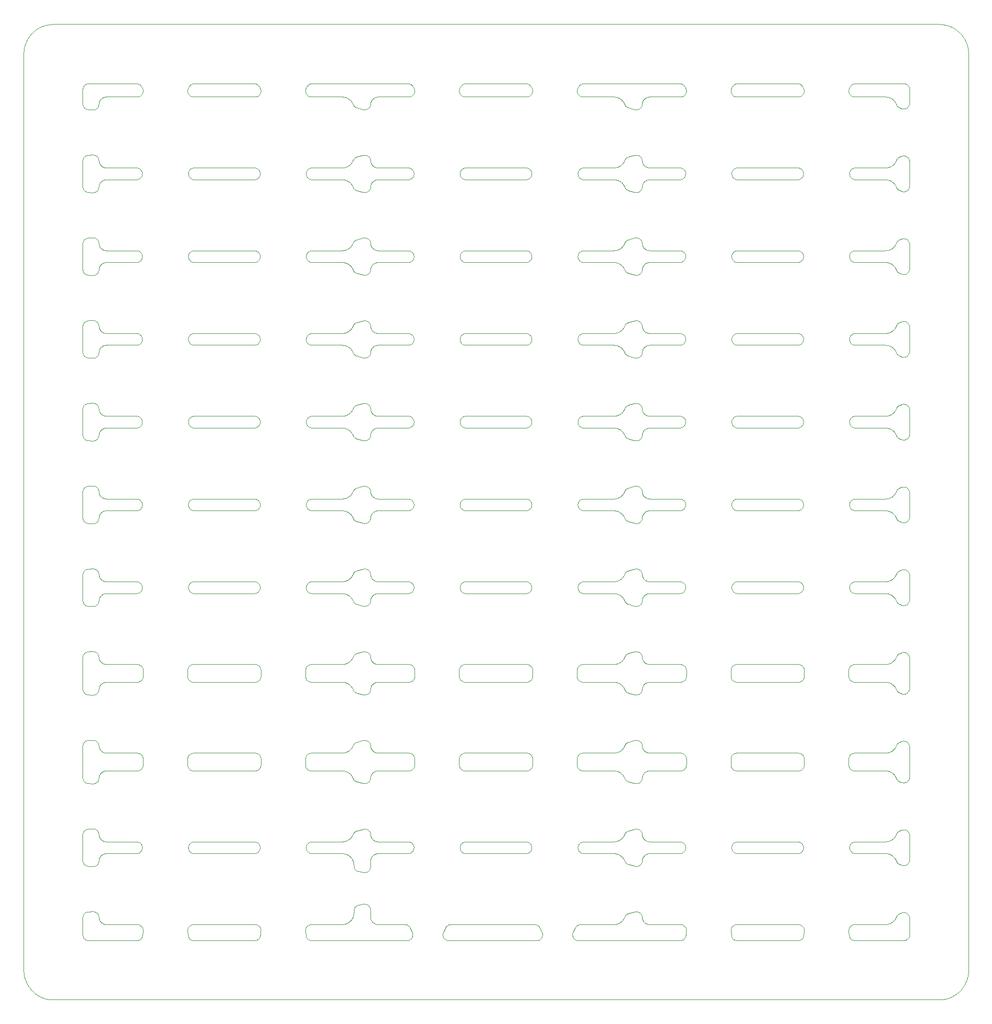
<source format=gko>
%MOIN*%
%OFA0B0*%
%FSLAX44Y44*%
%IPPOS*%
%LPD*%
%ADD10C,0*%
D10*
X00055444Y00027845D02*
X00055444Y00027845D01*
X00057443Y00027845D01*
X00057462Y00027845D01*
X00057481Y00027846D01*
X00057500Y00027847D01*
X00057519Y00027849D01*
X00057538Y00027851D01*
X00057557Y00027853D01*
X00057576Y00027856D01*
X00057595Y00027860D01*
X00057613Y00027863D01*
X00057632Y00027868D01*
X00057650Y00027873D01*
X00057668Y00027878D01*
X00057687Y00027883D01*
X00057705Y00027889D01*
X00057722Y00027896D01*
X00057740Y00027903D01*
X00057758Y00027910D01*
X00057775Y00027918D01*
X00057792Y00027926D01*
X00057809Y00027935D01*
X00057826Y00027944D01*
X00057842Y00027954D01*
X00057859Y00027963D01*
X00057875Y00027974D01*
X00057891Y00027984D01*
X00057906Y00027995D01*
X00057921Y00028007D01*
X00057936Y00028018D01*
X00057951Y00028030D01*
X00057965Y00028043D01*
X00057979Y00028056D01*
X00057993Y00028069D01*
X00058007Y00028082D01*
X00058020Y00028096D01*
X00058033Y00028110D01*
X00058045Y00028125D01*
X00058057Y00028139D01*
X00058069Y00028154D01*
X00058080Y00028169D01*
X00058091Y00028185D01*
X00058102Y00028201D01*
X00058112Y00028217D01*
X00058122Y00028233D01*
X00058131Y00028250D01*
X00058140Y00028266D01*
X00058149Y00028283D01*
X00058157Y00028300D01*
X00058165Y00028318D01*
X00058173Y00028335D01*
X00058177Y00028347D01*
X00058183Y00028362D01*
X00058190Y00028376D01*
X00058197Y00028390D01*
X00058205Y00028404D01*
X00058213Y00028417D01*
X00058222Y00028431D01*
X00058231Y00028443D01*
X00058241Y00028456D01*
X00058252Y00028468D01*
X00058262Y00028479D01*
X00058274Y00028490D01*
X00058286Y00028501D01*
X00058298Y00028511D01*
X00058310Y00028521D01*
X00058323Y00028530D01*
X00058337Y00028539D01*
X00058350Y00028547D01*
X00058364Y00028554D01*
X00058378Y00028561D01*
X00058393Y00028567D01*
X00058510Y00028616D01*
X00058546Y00028629D01*
X00058584Y00028638D01*
X00058622Y00028644D01*
X00058661Y00028646D01*
X00058699Y00028644D01*
X00058737Y00028639D01*
X00058775Y00028629D01*
X00058811Y00028616D01*
X00058846Y00028600D01*
X00058879Y00028580D01*
X00058910Y00028557D01*
X00058939Y00028531D01*
X00058965Y00028502D01*
X00058988Y00028471D01*
X00059008Y00028438D01*
X00059025Y00028403D01*
X00059038Y00028367D01*
X00059047Y00028329D01*
X00059053Y00028291D01*
X00059054Y00028252D01*
X00059054Y00028252D01*
X00059054Y00026650D01*
X00059054Y00026650D01*
X00059053Y00026611D01*
X00059047Y00026573D01*
X00059038Y00026536D01*
X00059025Y00026499D01*
X00059008Y00026464D01*
X00058988Y00026431D01*
X00058965Y00026400D01*
X00058939Y00026371D01*
X00058910Y00026345D01*
X00058879Y00026322D01*
X00058846Y00026303D01*
X00058811Y00026286D01*
X00058775Y00026273D01*
X00058737Y00026264D01*
X00058699Y00026258D01*
X00058661Y00026256D01*
X00058622Y00026258D01*
X00058584Y00026264D01*
X00058546Y00026273D01*
X00058510Y00026286D01*
X00058393Y00026335D01*
X00058378Y00026341D01*
X00058364Y00026348D01*
X00058350Y00026356D01*
X00058337Y00026364D01*
X00058323Y00026372D01*
X00058310Y00026381D01*
X00058298Y00026391D01*
X00058286Y00026401D01*
X00058274Y00026412D01*
X00058263Y00026423D01*
X00058252Y00026435D01*
X00058241Y00026447D01*
X00058231Y00026459D01*
X00058222Y00026472D01*
X00058213Y00026485D01*
X00058205Y00026498D01*
X00058197Y00026512D01*
X00058190Y00026526D01*
X00058183Y00026541D01*
X00058177Y00026555D01*
X00058173Y00026567D01*
X00058165Y00026585D01*
X00058157Y00026602D01*
X00058149Y00026619D01*
X00058140Y00026636D01*
X00058131Y00026653D01*
X00058122Y00026669D01*
X00058112Y00026686D01*
X00058102Y00026702D01*
X00058091Y00026717D01*
X00058080Y00026733D01*
X00058069Y00026748D01*
X00058057Y00026763D01*
X00058045Y00026778D01*
X00058033Y00026792D01*
X00058020Y00026806D01*
X00058007Y00026820D01*
X00057993Y00026834D01*
X00057979Y00026847D01*
X00057965Y00026859D01*
X00057951Y00026872D01*
X00057936Y00026884D01*
X00057921Y00026896D01*
X00057906Y00026907D01*
X00057891Y00026918D01*
X00057875Y00026929D01*
X00057859Y00026939D01*
X00057842Y00026949D01*
X00057826Y00026958D01*
X00057809Y00026967D01*
X00057792Y00026976D01*
X00057775Y00026984D01*
X00057758Y00026992D01*
X00057740Y00026999D01*
X00057722Y00027006D01*
X00057705Y00027013D01*
X00057687Y00027019D01*
X00057668Y00027025D01*
X00057650Y00027030D01*
X00057632Y00027035D01*
X00057613Y00027039D01*
X00057595Y00027043D01*
X00057576Y00027046D01*
X00057557Y00027049D01*
X00057538Y00027052D01*
X00057519Y00027054D01*
X00057500Y00027055D01*
X00057481Y00027057D01*
X00057462Y00027057D01*
X00057443Y00027057D01*
X00055444Y00027057D01*
X00055412Y00027059D01*
X00055381Y00027063D01*
X00055350Y00027069D01*
X00055319Y00027078D01*
X00055289Y00027089D01*
X00055261Y00027103D01*
X00055233Y00027119D01*
X00055207Y00027137D01*
X00055183Y00027157D01*
X00055160Y00027179D01*
X00055139Y00027202D01*
X00055120Y00027228D01*
X00055103Y00027255D01*
X00055088Y00027283D01*
X00055076Y00027312D01*
X00055066Y00027342D01*
X00055058Y00027373D01*
X00055053Y00027404D01*
X00055050Y00027436D01*
X00055051Y00027468D01*
X00055051Y00027468D01*
X00055053Y00027498D01*
X00055058Y00027527D01*
X00055065Y00027557D01*
X00055074Y00027585D01*
X00055085Y00027613D01*
X00055099Y00027640D01*
X00055114Y00027666D01*
X00055131Y00027691D01*
X00055151Y00027714D01*
X00055171Y00027735D01*
X00055194Y00027755D01*
X00055218Y00027774D01*
X00055243Y00027790D01*
X00055270Y00027804D01*
X00055297Y00027816D01*
X00055325Y00027827D01*
X00055354Y00027835D01*
X00055384Y00027840D01*
X00055414Y00027844D01*
X00055444Y00027845D01*
X00055393Y00016428D02*
X00055393Y00016428D01*
X00057443Y00016428D01*
X00057462Y00016428D01*
X00057481Y00016428D01*
X00057500Y00016430D01*
X00057519Y00016431D01*
X00057538Y00016433D01*
X00057557Y00016436D01*
X00057576Y00016439D01*
X00057595Y00016442D01*
X00057613Y00016446D01*
X00057632Y00016450D01*
X00057650Y00016455D01*
X00057668Y00016460D01*
X00057687Y00016466D01*
X00057705Y00016472D01*
X00057722Y00016479D01*
X00057740Y00016486D01*
X00057758Y00016493D01*
X00057775Y00016501D01*
X00057792Y00016509D01*
X00057809Y00016518D01*
X00057826Y00016527D01*
X00057842Y00016536D01*
X00057859Y00016546D01*
X00057875Y00016556D01*
X00057891Y00016567D01*
X00057906Y00016578D01*
X00057921Y00016589D01*
X00057936Y00016601D01*
X00057951Y00016613D01*
X00057965Y00016626D01*
X00057979Y00016638D01*
X00057993Y00016651D01*
X00058007Y00016665D01*
X00058020Y00016679D01*
X00058033Y00016693D01*
X00058045Y00016707D01*
X00058057Y00016722D01*
X00058069Y00016737D01*
X00058080Y00016752D01*
X00058091Y00016768D01*
X00058102Y00016783D01*
X00058112Y00016799D01*
X00058122Y00016816D01*
X00058131Y00016832D01*
X00058140Y00016849D01*
X00058149Y00016866D01*
X00058157Y00016883D01*
X00058165Y00016900D01*
X00058173Y00016918D01*
X00058177Y00016930D01*
X00058177Y00016930D01*
X00058183Y00016944D01*
X00058190Y00016959D01*
X00058197Y00016973D01*
X00058205Y00016987D01*
X00058213Y00017000D01*
X00058222Y00017013D01*
X00058231Y00017026D01*
X00058241Y00017038D01*
X00058252Y00017050D01*
X00058262Y00017062D01*
X00058274Y00017073D01*
X00058286Y00017084D01*
X00058298Y00017094D01*
X00058310Y00017103D01*
X00058323Y00017113D01*
X00058337Y00017121D01*
X00058350Y00017129D01*
X00058364Y00017137D01*
X00058378Y00017144D01*
X00058393Y00017150D01*
X00058510Y00017199D01*
X00058546Y00017212D01*
X00058584Y00017221D01*
X00058622Y00017227D01*
X00058661Y00017229D01*
X00058699Y00017227D01*
X00058737Y00017221D01*
X00058775Y00017212D01*
X00058811Y00017199D01*
X00058846Y00017182D01*
X00058879Y00017163D01*
X00058910Y00017140D01*
X00058939Y00017114D01*
X00058965Y00017085D01*
X00058988Y00017054D01*
X00059008Y00017021D01*
X00059025Y00016986D01*
X00059038Y00016949D01*
X00059047Y00016912D01*
X00059053Y00016874D01*
X00059054Y00016835D01*
X00059054Y00016835D01*
X00059054Y00014839D01*
X00059054Y00014839D01*
X00059053Y00014800D01*
X00059047Y00014762D01*
X00059038Y00014725D01*
X00059025Y00014688D01*
X00059008Y00014653D01*
X00058988Y00014620D01*
X00058965Y00014589D01*
X00058939Y00014560D01*
X00058910Y00014534D01*
X00058879Y00014511D01*
X00058846Y00014492D01*
X00058811Y00014475D01*
X00058775Y00014462D01*
X00058737Y00014453D01*
X00058699Y00014447D01*
X00058661Y00014445D01*
X00058622Y00014447D01*
X00058584Y00014453D01*
X00058546Y00014462D01*
X00058510Y00014475D01*
X00058393Y00014524D01*
X00058378Y00014530D01*
X00058364Y00014537D01*
X00058350Y00014545D01*
X00058337Y00014553D01*
X00058323Y00014561D01*
X00058310Y00014570D01*
X00058298Y00014580D01*
X00058286Y00014590D01*
X00058274Y00014601D01*
X00058263Y00014612D01*
X00058252Y00014624D01*
X00058241Y00014636D01*
X00058231Y00014648D01*
X00058222Y00014661D01*
X00058213Y00014674D01*
X00058205Y00014687D01*
X00058197Y00014701D01*
X00058190Y00014715D01*
X00058183Y00014730D01*
X00058177Y00014744D01*
X00058173Y00014756D01*
X00058165Y00014774D01*
X00058157Y00014791D01*
X00058149Y00014808D01*
X00058140Y00014825D01*
X00058131Y00014842D01*
X00058122Y00014858D01*
X00058112Y00014875D01*
X00058102Y00014891D01*
X00058091Y00014906D01*
X00058080Y00014922D01*
X00058069Y00014937D01*
X00058057Y00014952D01*
X00058045Y00014967D01*
X00058033Y00014981D01*
X00058020Y00014995D01*
X00058007Y00015009D01*
X00057993Y00015023D01*
X00057979Y00015036D01*
X00057965Y00015048D01*
X00057951Y00015061D01*
X00057936Y00015073D01*
X00057921Y00015085D01*
X00057906Y00015096D01*
X00057891Y00015107D01*
X00057875Y00015118D01*
X00057859Y00015128D01*
X00057842Y00015138D01*
X00057826Y00015147D01*
X00057809Y00015156D01*
X00057792Y00015165D01*
X00057775Y00015173D01*
X00057758Y00015181D01*
X00057740Y00015188D01*
X00057722Y00015195D01*
X00057705Y00015202D01*
X00057687Y00015208D01*
X00057668Y00015214D01*
X00057650Y00015219D01*
X00057632Y00015224D01*
X00057613Y00015228D01*
X00057595Y00015232D01*
X00057576Y00015235D01*
X00057557Y00015238D01*
X00057538Y00015241D01*
X00057519Y00015243D01*
X00057500Y00015244D01*
X00057481Y00015246D01*
X00057462Y00015246D01*
X00057443Y00015246D01*
X00055393Y00015246D01*
X00055362Y00015248D01*
X00055331Y00015251D01*
X00055301Y00015257D01*
X00055271Y00015266D01*
X00055242Y00015276D01*
X00055214Y00015289D01*
X00055187Y00015304D01*
X00055162Y00015322D01*
X00055137Y00015341D01*
X00055115Y00015362D01*
X00055094Y00015384D01*
X00055074Y00015409D01*
X00055057Y00015434D01*
X00055042Y00015461D01*
X00055029Y00015489D01*
X00055019Y00015518D01*
X00055010Y00015548D01*
X00055004Y00015579D01*
X00055000Y00015609D01*
X00054999Y00015640D01*
X00054999Y00016034D01*
X00055000Y00016065D01*
X00055004Y00016095D01*
X00055010Y00016126D01*
X00055019Y00016155D01*
X00055029Y00016184D01*
X00055042Y00016213D01*
X00055057Y00016240D01*
X00055074Y00016265D01*
X00055094Y00016290D01*
X00055115Y00016312D01*
X00055137Y00016333D01*
X00055162Y00016352D01*
X00055187Y00016370D01*
X00055214Y00016385D01*
X00055242Y00016398D01*
X00055271Y00016408D01*
X00055301Y00016417D01*
X00055331Y00016423D01*
X00055362Y00016426D01*
X00055393Y00016428D01*
X00055444Y00033357D02*
X00055444Y00033357D01*
X00057443Y00033357D01*
X00057462Y00033357D01*
X00057481Y00033358D01*
X00057500Y00033359D01*
X00057519Y00033360D01*
X00057538Y00033362D01*
X00057557Y00033365D01*
X00057576Y00033368D01*
X00057595Y00033371D01*
X00057613Y00033375D01*
X00057632Y00033380D01*
X00057650Y00033384D01*
X00057668Y00033390D01*
X00057687Y00033395D01*
X00057705Y00033401D01*
X00057722Y00033408D01*
X00057740Y00033415D01*
X00057758Y00033422D01*
X00057775Y00033430D01*
X00057792Y00033438D01*
X00057809Y00033447D01*
X00057826Y00033456D01*
X00057842Y00033465D01*
X00057859Y00033475D01*
X00057875Y00033485D01*
X00057891Y00033496D01*
X00057906Y00033507D01*
X00057921Y00033518D01*
X00057936Y00033530D01*
X00057951Y00033542D01*
X00057965Y00033555D01*
X00057979Y00033567D01*
X00057993Y00033581D01*
X00058007Y00033594D01*
X00058020Y00033608D01*
X00058033Y00033622D01*
X00058045Y00033636D01*
X00058057Y00033651D01*
X00058069Y00033666D01*
X00058080Y00033681D01*
X00058091Y00033697D01*
X00058102Y00033713D01*
X00058112Y00033729D01*
X00058122Y00033745D01*
X00058131Y00033761D01*
X00058140Y00033778D01*
X00058149Y00033795D01*
X00058157Y00033812D01*
X00058165Y00033830D01*
X00058173Y00033847D01*
X00058177Y00033859D01*
X00058183Y00033873D01*
X00058190Y00033888D01*
X00058197Y00033902D01*
X00058205Y00033916D01*
X00058213Y00033929D01*
X00058222Y00033942D01*
X00058231Y00033955D01*
X00058241Y00033968D01*
X00058252Y00033979D01*
X00058262Y00033991D01*
X00058274Y00034002D01*
X00058286Y00034013D01*
X00058298Y00034023D01*
X00058310Y00034033D01*
X00058323Y00034042D01*
X00058337Y00034050D01*
X00058350Y00034058D01*
X00058364Y00034066D01*
X00058378Y00034073D01*
X00058393Y00034079D01*
X00058510Y00034128D01*
X00058546Y00034141D01*
X00058584Y00034150D01*
X00058622Y00034156D01*
X00058661Y00034158D01*
X00058699Y00034156D01*
X00058737Y00034150D01*
X00058775Y00034141D01*
X00058811Y00034128D01*
X00058846Y00034112D01*
X00058879Y00034092D01*
X00058910Y00034069D01*
X00058939Y00034043D01*
X00058965Y00034014D01*
X00058988Y00033983D01*
X00059008Y00033950D01*
X00059025Y00033915D01*
X00059038Y00033879D01*
X00059047Y00033841D01*
X00059053Y00033803D01*
X00059054Y00033764D01*
X00059054Y00033764D01*
X00059054Y00032162D01*
X00059054Y00032162D01*
X00059053Y00032123D01*
X00059047Y00032085D01*
X00059038Y00032047D01*
X00059025Y00032011D01*
X00059008Y00031976D01*
X00058988Y00031943D01*
X00058965Y00031912D01*
X00058939Y00031883D01*
X00058910Y00031857D01*
X00058879Y00031834D01*
X00058846Y00031814D01*
X00058811Y00031798D01*
X00058775Y00031785D01*
X00058737Y00031776D01*
X00058699Y00031770D01*
X00058661Y00031768D01*
X00058622Y00031770D01*
X00058584Y00031776D01*
X00058546Y00031785D01*
X00058510Y00031798D01*
X00058393Y00031847D01*
X00058378Y00031853D01*
X00058364Y00031860D01*
X00058350Y00031867D01*
X00058337Y00031875D01*
X00058323Y00031884D01*
X00058310Y00031893D01*
X00058298Y00031903D01*
X00058286Y00031913D01*
X00058274Y00031924D01*
X00058263Y00031935D01*
X00058252Y00031946D01*
X00058241Y00031958D01*
X00058231Y00031971D01*
X00058222Y00031984D01*
X00058213Y00031997D01*
X00058205Y00032010D01*
X00058197Y00032024D01*
X00058190Y00032038D01*
X00058183Y00032053D01*
X00058177Y00032067D01*
X00058173Y00032079D01*
X00058165Y00032096D01*
X00058157Y00032114D01*
X00058149Y00032131D01*
X00058140Y00032148D01*
X00058131Y00032165D01*
X00058122Y00032181D01*
X00058112Y00032197D01*
X00058102Y00032213D01*
X00058091Y00032229D01*
X00058080Y00032245D01*
X00058069Y00032260D01*
X00058057Y00032275D01*
X00058045Y00032290D01*
X00058033Y00032304D01*
X00058020Y00032318D01*
X00058007Y00032332D01*
X00057993Y00032345D01*
X00057979Y00032358D01*
X00057965Y00032371D01*
X00057951Y00032384D01*
X00057936Y00032396D01*
X00057921Y00032408D01*
X00057906Y00032419D01*
X00057891Y00032430D01*
X00057875Y00032440D01*
X00057859Y00032451D01*
X00057842Y00032461D01*
X00057826Y00032470D01*
X00057809Y00032479D01*
X00057792Y00032488D01*
X00057775Y00032496D01*
X00057758Y00032504D01*
X00057740Y00032511D01*
X00057722Y00032518D01*
X00057705Y00032525D01*
X00057687Y00032531D01*
X00057668Y00032536D01*
X00057650Y00032542D01*
X00057632Y00032546D01*
X00057613Y00032551D01*
X00057595Y00032555D01*
X00057576Y00032558D01*
X00057557Y00032561D01*
X00057538Y00032564D01*
X00057519Y00032566D01*
X00057500Y00032567D01*
X00057481Y00032568D01*
X00057462Y00032569D01*
X00057443Y00032569D01*
X00055444Y00032569D01*
X00055412Y00032571D01*
X00055381Y00032574D01*
X00055350Y00032581D01*
X00055319Y00032590D01*
X00055289Y00032601D01*
X00055261Y00032614D01*
X00055233Y00032630D01*
X00055207Y00032648D01*
X00055183Y00032669D01*
X00055160Y00032691D01*
X00055139Y00032714D01*
X00055120Y00032740D01*
X00055103Y00032767D01*
X00055088Y00032795D01*
X00055076Y00032824D01*
X00055066Y00032854D01*
X00055058Y00032885D01*
X00055053Y00032916D01*
X00055050Y00032948D01*
X00055051Y00032980D01*
X00055051Y00032980D01*
X00055053Y00033010D01*
X00055058Y00033039D01*
X00055065Y00033069D01*
X00055074Y00033097D01*
X00055085Y00033125D01*
X00055099Y00033152D01*
X00055114Y00033178D01*
X00055131Y00033202D01*
X00055151Y00033226D01*
X00055171Y00033247D01*
X00055194Y00033267D01*
X00055218Y00033285D01*
X00055243Y00033302D01*
X00055270Y00033316D01*
X00055297Y00033328D01*
X00055325Y00033338D01*
X00055354Y00033346D01*
X00055384Y00033352D01*
X00055414Y00033356D01*
X00055444Y00033357D01*
X00029477Y00044380D02*
X00029477Y00044380D01*
X00033476Y00044380D01*
X00033506Y00044379D01*
X00033536Y00044376D01*
X00033566Y00044370D01*
X00033595Y00044362D01*
X00033623Y00044352D01*
X00033650Y00044340D01*
X00033677Y00044325D01*
X00033702Y00044309D01*
X00033726Y00044291D01*
X00033749Y00044271D01*
X00033770Y00044249D01*
X00033789Y00044226D01*
X00033806Y00044201D01*
X00033822Y00044176D01*
X00033835Y00044149D01*
X00033846Y00044121D01*
X00033855Y00044092D01*
X00033862Y00044063D01*
X00033867Y00044033D01*
X00033870Y00044003D01*
X00033870Y00044003D01*
X00033870Y00043971D01*
X00033867Y00043940D01*
X00033862Y00043908D01*
X00033854Y00043878D01*
X00033844Y00043848D01*
X00033832Y00043818D01*
X00033817Y00043790D01*
X00033800Y00043763D01*
X00033781Y00043738D01*
X00033760Y00043714D01*
X00033738Y00043692D01*
X00033713Y00043672D01*
X00033687Y00043654D01*
X00033659Y00043638D01*
X00033631Y00043624D01*
X00033601Y00043613D01*
X00033570Y00043604D01*
X00033539Y00043598D01*
X00033508Y00043594D01*
X00033476Y00043593D01*
X00029477Y00043593D01*
X00029446Y00043594D01*
X00029414Y00043598D01*
X00029383Y00043604D01*
X00029353Y00043613D01*
X00029323Y00043624D01*
X00029294Y00043638D01*
X00029267Y00043654D01*
X00029241Y00043672D01*
X00029216Y00043692D01*
X00029193Y00043714D01*
X00029172Y00043738D01*
X00029153Y00043763D01*
X00029136Y00043790D01*
X00029121Y00043818D01*
X00029109Y00043848D01*
X00029099Y00043878D01*
X00029091Y00043908D01*
X00029086Y00043940D01*
X00029084Y00043971D01*
X00029084Y00044003D01*
X00029084Y00044003D01*
X00029086Y00044033D01*
X00029091Y00044063D01*
X00029098Y00044092D01*
X00029107Y00044121D01*
X00029119Y00044149D01*
X00029132Y00044176D01*
X00029147Y00044201D01*
X00029165Y00044226D01*
X00029184Y00044249D01*
X00029205Y00044271D01*
X00029227Y00044291D01*
X00029251Y00044309D01*
X00029277Y00044325D01*
X00029303Y00044340D01*
X00029331Y00044352D01*
X00029359Y00044362D01*
X00029388Y00044370D01*
X00029417Y00044376D01*
X00029447Y00044379D01*
X00029477Y00044380D01*
X00037334Y00044380D02*
X00037334Y00044380D01*
X00039333Y00044380D01*
X00039352Y00044380D01*
X00039371Y00044381D01*
X00039390Y00044382D01*
X00039409Y00044384D01*
X00039428Y00044386D01*
X00039447Y00044389D01*
X00039466Y00044391D01*
X00039484Y00044395D01*
X00039503Y00044399D01*
X00039521Y00044403D01*
X00039540Y00044408D01*
X00039558Y00044413D01*
X00039576Y00044419D01*
X00039594Y00044425D01*
X00039612Y00044431D01*
X00039630Y00044438D01*
X00039648Y00044446D01*
X00039665Y00044454D01*
X00039682Y00044462D01*
X00039699Y00044470D01*
X00039716Y00044479D01*
X00039732Y00044489D01*
X00039749Y00044499D01*
X00039765Y00044509D01*
X00039780Y00044520D01*
X00039796Y00044531D01*
X00039811Y00044542D01*
X00039826Y00044554D01*
X00039841Y00044566D01*
X00039855Y00044578D01*
X00039869Y00044591D01*
X00039883Y00044604D01*
X00039897Y00044618D01*
X00039910Y00044631D01*
X00039922Y00044646D01*
X00039935Y00044660D01*
X00039947Y00044675D01*
X00039959Y00044690D01*
X00039970Y00044705D01*
X00039981Y00044720D01*
X00039992Y00044736D01*
X00040002Y00044752D01*
X00040012Y00044768D01*
X00040021Y00044785D01*
X00040030Y00044802D01*
X00040039Y00044819D01*
X00040047Y00044836D01*
X00040055Y00044853D01*
X00040062Y00044871D01*
X00040063Y00044872D01*
X00040070Y00044889D01*
X00040078Y00044906D01*
X00040086Y00044922D01*
X00040096Y00044938D01*
X00040106Y00044953D01*
X00040117Y00044968D01*
X00040129Y00044983D01*
X00040141Y00044996D01*
X00040154Y00045010D01*
X00040167Y00045022D01*
X00040181Y00045034D01*
X00040196Y00045046D01*
X00040211Y00045056D01*
X00040227Y00045066D01*
X00040243Y00045075D01*
X00040259Y00045084D01*
X00040276Y00045091D01*
X00040293Y00045098D01*
X00040311Y00045104D01*
X00040329Y00045109D01*
X00040737Y00045218D01*
X00040771Y00045225D01*
X00040806Y00045230D01*
X00040841Y00045231D01*
X00040877Y00045229D01*
X00040911Y00045224D01*
X00040946Y00045216D01*
X00040979Y00045205D01*
X00041011Y00045191D01*
X00041042Y00045174D01*
X00041071Y00045154D01*
X00041099Y00045132D01*
X00041124Y00045108D01*
X00041147Y00045081D01*
X00041168Y00045053D01*
X00041185Y00045022D01*
X00041201Y00044991D01*
X00041213Y00044958D01*
X00041222Y00044924D01*
X00041228Y00044889D01*
X00041231Y00044854D01*
X00041231Y00044852D01*
X00041232Y00044838D01*
X00041234Y00044824D01*
X00041236Y00044810D01*
X00041238Y00044796D01*
X00041240Y00044783D01*
X00041243Y00044769D01*
X00041246Y00044755D01*
X00041250Y00044742D01*
X00041254Y00044728D01*
X00041259Y00044715D01*
X00041264Y00044702D01*
X00041269Y00044689D01*
X00041274Y00044676D01*
X00041280Y00044663D01*
X00041286Y00044651D01*
X00041293Y00044638D01*
X00041300Y00044626D01*
X00041307Y00044614D01*
X00041315Y00044602D01*
X00041323Y00044591D01*
X00041331Y00044580D01*
X00041340Y00044569D01*
X00041349Y00044558D01*
X00041358Y00044547D01*
X00041367Y00044537D01*
X00041377Y00044527D01*
X00041387Y00044517D01*
X00041397Y00044507D01*
X00041408Y00044498D01*
X00041419Y00044489D01*
X00041430Y00044481D01*
X00041441Y00044472D01*
X00041453Y00044465D01*
X00041465Y00044457D01*
X00041477Y00044450D01*
X00041489Y00044443D01*
X00041501Y00044436D01*
X00041514Y00044430D01*
X00041526Y00044424D01*
X00041539Y00044418D01*
X00041552Y00044413D01*
X00041566Y00044408D01*
X00041579Y00044404D01*
X00041592Y00044400D01*
X00041606Y00044396D01*
X00041619Y00044393D01*
X00041633Y00044390D01*
X00041647Y00044387D01*
X00041661Y00044385D01*
X00041675Y00044383D01*
X00041689Y00044382D01*
X00041703Y00044381D01*
X00041717Y00044380D01*
X00041731Y00044380D01*
X00043730Y00044380D01*
X00043760Y00044379D01*
X00043790Y00044376D01*
X00043820Y00044370D01*
X00043849Y00044362D01*
X00043877Y00044352D01*
X00043904Y00044340D01*
X00043931Y00044325D01*
X00043956Y00044309D01*
X00043980Y00044291D01*
X00044003Y00044271D01*
X00044023Y00044249D01*
X00044043Y00044226D01*
X00044060Y00044201D01*
X00044075Y00044176D01*
X00044089Y00044149D01*
X00044100Y00044121D01*
X00044109Y00044092D01*
X00044116Y00044063D01*
X00044121Y00044033D01*
X00044123Y00044003D01*
X00044123Y00044003D01*
X00044124Y00043971D01*
X00044121Y00043940D01*
X00044116Y00043908D01*
X00044108Y00043878D01*
X00044098Y00043848D01*
X00044086Y00043818D01*
X00044071Y00043790D01*
X00044054Y00043763D01*
X00044035Y00043738D01*
X00044014Y00043714D01*
X00043991Y00043692D01*
X00043967Y00043672D01*
X00043941Y00043654D01*
X00043913Y00043638D01*
X00043885Y00043624D01*
X00043855Y00043613D01*
X00043824Y00043604D01*
X00043793Y00043598D01*
X00043762Y00043594D01*
X00043730Y00043593D01*
X00041731Y00043593D01*
X00041717Y00043593D01*
X00041703Y00043592D01*
X00041689Y00043591D01*
X00041675Y00043590D01*
X00041661Y00043588D01*
X00041647Y00043586D01*
X00041633Y00043583D01*
X00041619Y00043580D01*
X00041606Y00043577D01*
X00041592Y00043573D01*
X00041579Y00043569D01*
X00041566Y00043565D01*
X00041552Y00043560D01*
X00041539Y00043555D01*
X00041526Y00043549D01*
X00041514Y00043543D01*
X00041501Y00043537D01*
X00041489Y00043530D01*
X00041477Y00043524D01*
X00041465Y00043516D01*
X00041453Y00043509D01*
X00041441Y00043501D01*
X00041430Y00043492D01*
X00041419Y00043484D01*
X00041408Y00043475D01*
X00041397Y00043466D01*
X00041387Y00043456D01*
X00041377Y00043446D01*
X00041367Y00043436D01*
X00041358Y00043426D01*
X00041349Y00043415D01*
X00041340Y00043405D01*
X00041331Y00043394D01*
X00041323Y00043382D01*
X00041315Y00043371D01*
X00041307Y00043359D01*
X00041300Y00043347D01*
X00041293Y00043335D01*
X00041286Y00043322D01*
X00041280Y00043310D01*
X00041274Y00043297D01*
X00041269Y00043284D01*
X00041264Y00043271D01*
X00041259Y00043258D01*
X00041254Y00043245D01*
X00041250Y00043231D01*
X00041246Y00043218D01*
X00041243Y00043204D01*
X00041240Y00043190D01*
X00041238Y00043177D01*
X00041236Y00043163D01*
X00041234Y00043149D01*
X00041232Y00043135D01*
X00041231Y00043121D01*
X00041231Y00043119D01*
X00041228Y00043084D01*
X00041222Y00043049D01*
X00041213Y00043015D01*
X00041201Y00042983D01*
X00041185Y00042951D01*
X00041168Y00042921D01*
X00041147Y00042892D01*
X00041124Y00042865D01*
X00041099Y00042841D01*
X00041071Y00042819D01*
X00041042Y00042799D01*
X00041011Y00042782D01*
X00040979Y00042768D01*
X00040946Y00042757D01*
X00040911Y00042749D01*
X00040877Y00042744D01*
X00040842Y00042742D01*
X00040806Y00042744D01*
X00040771Y00042748D01*
X00040737Y00042755D01*
X00040329Y00042864D01*
X00040311Y00042869D01*
X00040293Y00042875D01*
X00040276Y00042882D01*
X00040259Y00042889D01*
X00040243Y00042898D01*
X00040227Y00042907D01*
X00040211Y00042917D01*
X00040196Y00042927D01*
X00040181Y00042939D01*
X00040167Y00042951D01*
X00040154Y00042963D01*
X00040141Y00042977D01*
X00040129Y00042991D01*
X00040117Y00043005D01*
X00040106Y00043020D01*
X00040096Y00043035D01*
X00040086Y00043051D01*
X00040078Y00043068D01*
X00040070Y00043084D01*
X00040063Y00043101D01*
X00040062Y00043102D01*
X00040055Y00043120D01*
X00040047Y00043137D01*
X00040039Y00043154D01*
X00040030Y00043171D01*
X00040021Y00043188D01*
X00040012Y00043205D01*
X00040002Y00043221D01*
X00039992Y00043237D01*
X00039981Y00043253D01*
X00039970Y00043268D01*
X00039959Y00043284D01*
X00039947Y00043299D01*
X00039935Y00043313D01*
X00039922Y00043328D01*
X00039910Y00043342D01*
X00039897Y00043355D01*
X00039883Y00043369D01*
X00039869Y00043382D01*
X00039855Y00043395D01*
X00039841Y00043407D01*
X00039826Y00043419D01*
X00039811Y00043431D01*
X00039796Y00043442D01*
X00039780Y00043453D01*
X00039765Y00043464D01*
X00039749Y00043474D01*
X00039732Y00043484D01*
X00039716Y00043494D01*
X00039699Y00043503D01*
X00039682Y00043511D01*
X00039665Y00043520D01*
X00039648Y00043527D01*
X00039630Y00043535D01*
X00039612Y00043542D01*
X00039594Y00043548D01*
X00039576Y00043554D01*
X00039558Y00043560D01*
X00039540Y00043565D01*
X00039521Y00043570D01*
X00039503Y00043574D01*
X00039484Y00043578D01*
X00039466Y00043582D01*
X00039447Y00043585D01*
X00039428Y00043587D01*
X00039409Y00043589D01*
X00039390Y00043591D01*
X00039371Y00043592D01*
X00039352Y00043593D01*
X00039333Y00043593D01*
X00037334Y00043593D01*
X00037302Y00043594D01*
X00037270Y00043598D01*
X00037239Y00043604D01*
X00037209Y00043613D01*
X00037179Y00043624D01*
X00037150Y00043638D01*
X00037123Y00043654D01*
X00037097Y00043672D01*
X00037072Y00043692D01*
X00037049Y00043714D01*
X00037028Y00043738D01*
X00037009Y00043763D01*
X00036992Y00043790D01*
X00036978Y00043818D01*
X00036965Y00043848D01*
X00036955Y00043878D01*
X00036948Y00043908D01*
X00036943Y00043940D01*
X00036940Y00043971D01*
X00036940Y00044003D01*
X00036940Y00044003D01*
X00036943Y00044033D01*
X00036947Y00044063D01*
X00036954Y00044092D01*
X00036964Y00044121D01*
X00036975Y00044149D01*
X00036988Y00044176D01*
X00037004Y00044201D01*
X00037021Y00044226D01*
X00037040Y00044249D01*
X00037061Y00044271D01*
X00037084Y00044291D01*
X00037108Y00044309D01*
X00037133Y00044325D01*
X00037159Y00044340D01*
X00037187Y00044352D01*
X00037215Y00044362D01*
X00037244Y00044370D01*
X00037274Y00044376D01*
X00037304Y00044379D01*
X00037334Y00044380D01*
X00043730Y00049105D02*
X00043730Y00049105D01*
X00041731Y00049105D01*
X00041717Y00049104D01*
X00041703Y00049104D01*
X00041689Y00049103D01*
X00041675Y00049102D01*
X00041661Y00049100D01*
X00041647Y00049098D01*
X00041633Y00049095D01*
X00041619Y00049092D01*
X00041606Y00049089D01*
X00041592Y00049085D01*
X00041579Y00049081D01*
X00041566Y00049077D01*
X00041552Y00049072D01*
X00041539Y00049067D01*
X00041526Y00049061D01*
X00041514Y00049055D01*
X00041501Y00049049D01*
X00041489Y00049042D01*
X00041477Y00049035D01*
X00041465Y00049028D01*
X00041453Y00049020D01*
X00041441Y00049012D01*
X00041430Y00049004D01*
X00041419Y00048996D01*
X00041408Y00048987D01*
X00041397Y00048977D01*
X00041387Y00048968D01*
X00041377Y00048958D01*
X00041367Y00048948D01*
X00041358Y00048938D01*
X00041349Y00048927D01*
X00041340Y00048916D01*
X00041331Y00048905D01*
X00041323Y00048894D01*
X00041315Y00048882D01*
X00041307Y00048871D01*
X00041300Y00048859D01*
X00041293Y00048847D01*
X00041286Y00048834D01*
X00041280Y00048822D01*
X00041274Y00048809D01*
X00041269Y00048796D01*
X00041264Y00048783D01*
X00041259Y00048770D01*
X00041254Y00048756D01*
X00041250Y00048743D01*
X00041246Y00048730D01*
X00041243Y00048716D01*
X00041240Y00048702D01*
X00041238Y00048688D01*
X00041236Y00048675D01*
X00041234Y00048661D01*
X00041232Y00048647D01*
X00041231Y00048633D01*
X00041231Y00048631D01*
X00041228Y00048596D01*
X00041222Y00048561D01*
X00041213Y00048527D01*
X00041201Y00048494D01*
X00041185Y00048463D01*
X00041168Y00048432D01*
X00041147Y00048404D01*
X00041124Y00048377D01*
X00041099Y00048353D01*
X00041071Y00048331D01*
X00041042Y00048311D01*
X00041011Y00048294D01*
X00040979Y00048280D01*
X00040946Y00048269D01*
X00040911Y00048261D01*
X00040877Y00048256D01*
X00040842Y00048254D01*
X00040806Y00048255D01*
X00040771Y00048260D01*
X00040737Y00048267D01*
X00040329Y00048376D01*
X00040311Y00048381D01*
X00040293Y00048387D01*
X00040276Y00048394D01*
X00040259Y00048401D01*
X00040243Y00048410D01*
X00040227Y00048419D01*
X00040211Y00048429D01*
X00040196Y00048439D01*
X00040181Y00048451D01*
X00040167Y00048463D01*
X00040154Y00048475D01*
X00040141Y00048489D01*
X00040129Y00048502D01*
X00040117Y00048517D01*
X00040106Y00048532D01*
X00040096Y00048547D01*
X00040086Y00048563D01*
X00040078Y00048579D01*
X00040070Y00048596D01*
X00040063Y00048613D01*
X00040062Y00048614D01*
X00040055Y00048632D01*
X00040047Y00048649D01*
X00040039Y00048666D01*
X00040030Y00048683D01*
X00040021Y00048700D01*
X00040012Y00048716D01*
X00040002Y00048733D01*
X00039992Y00048749D01*
X00039981Y00048765D01*
X00039970Y00048780D01*
X00039959Y00048795D01*
X00039947Y00048810D01*
X00039935Y00048825D01*
X00039922Y00048839D01*
X00039910Y00048853D01*
X00039897Y00048867D01*
X00039883Y00048881D01*
X00039869Y00048894D01*
X00039855Y00048907D01*
X00039841Y00048919D01*
X00039826Y00048931D01*
X00039811Y00048943D01*
X00039796Y00048954D01*
X00039780Y00048965D01*
X00039765Y00048976D01*
X00039749Y00048986D01*
X00039732Y00048996D01*
X00039716Y00049005D01*
X00039699Y00049014D01*
X00039682Y00049023D01*
X00039665Y00049031D01*
X00039648Y00049039D01*
X00039630Y00049047D01*
X00039612Y00049053D01*
X00039594Y00049060D01*
X00039576Y00049066D01*
X00039558Y00049072D01*
X00039540Y00049077D01*
X00039521Y00049082D01*
X00039503Y00049086D01*
X00039484Y00049090D01*
X00039466Y00049093D01*
X00039447Y00049096D01*
X00039428Y00049099D01*
X00039409Y00049101D01*
X00039390Y00049103D01*
X00039371Y00049104D01*
X00039352Y00049104D01*
X00039333Y00049105D01*
X00037334Y00049105D01*
X00037302Y00049106D01*
X00037270Y00049110D01*
X00037239Y00049116D01*
X00037209Y00049125D01*
X00037179Y00049136D01*
X00037150Y00049150D01*
X00037123Y00049166D01*
X00037097Y00049184D01*
X00037072Y00049204D01*
X00037049Y00049226D01*
X00037028Y00049250D01*
X00037009Y00049275D01*
X00036992Y00049302D01*
X00036978Y00049330D01*
X00036965Y00049359D01*
X00036955Y00049389D01*
X00036948Y00049420D01*
X00036943Y00049452D01*
X00036940Y00049483D01*
X00036940Y00049515D01*
X00036940Y00049515D01*
X00036943Y00049545D01*
X00036947Y00049575D01*
X00036954Y00049604D01*
X00036964Y00049633D01*
X00036975Y00049661D01*
X00036988Y00049687D01*
X00037004Y00049713D01*
X00037021Y00049738D01*
X00037040Y00049761D01*
X00037061Y00049783D01*
X00037084Y00049803D01*
X00037108Y00049821D01*
X00037133Y00049837D01*
X00037159Y00049851D01*
X00037187Y00049864D01*
X00037215Y00049874D01*
X00037244Y00049882D01*
X00037274Y00049888D01*
X00037304Y00049891D01*
X00037334Y00049892D01*
X00039333Y00049892D01*
X00039352Y00049892D01*
X00039371Y00049893D01*
X00039390Y00049894D01*
X00039409Y00049896D01*
X00039428Y00049898D01*
X00039447Y00049900D01*
X00039466Y00049903D01*
X00039484Y00049907D01*
X00039503Y00049911D01*
X00039521Y00049915D01*
X00039540Y00049920D01*
X00039558Y00049925D01*
X00039576Y00049931D01*
X00039594Y00049937D01*
X00039612Y00049943D01*
X00039630Y00049950D01*
X00039648Y00049958D01*
X00039665Y00049965D01*
X00039682Y00049974D01*
X00039699Y00049982D01*
X00039716Y00049991D01*
X00039732Y00050001D01*
X00039749Y00050011D01*
X00039765Y00050021D01*
X00039780Y00050031D01*
X00039796Y00050042D01*
X00039811Y00050054D01*
X00039826Y00050066D01*
X00039841Y00050078D01*
X00039855Y00050090D01*
X00039869Y00050103D01*
X00039883Y00050116D01*
X00039897Y00050129D01*
X00039910Y00050143D01*
X00039922Y00050157D01*
X00039935Y00050172D01*
X00039947Y00050186D01*
X00039959Y00050201D01*
X00039970Y00050217D01*
X00039981Y00050232D01*
X00039992Y00050248D01*
X00040002Y00050264D01*
X00040012Y00050280D01*
X00040021Y00050297D01*
X00040030Y00050314D01*
X00040039Y00050330D01*
X00040047Y00050348D01*
X00040055Y00050365D01*
X00040062Y00050383D01*
X00040063Y00050384D01*
X00040070Y00050401D01*
X00040078Y00050417D01*
X00040086Y00050434D01*
X00040096Y00050450D01*
X00040106Y00050465D01*
X00040117Y00050480D01*
X00040129Y00050494D01*
X00040141Y00050508D01*
X00040154Y00050522D01*
X00040167Y00050534D01*
X00040181Y00050546D01*
X00040196Y00050557D01*
X00040211Y00050568D01*
X00040227Y00050578D01*
X00040243Y00050587D01*
X00040259Y00050596D01*
X00040276Y00050603D01*
X00040293Y00050610D01*
X00040311Y00050616D01*
X00040329Y00050621D01*
X00040737Y00050729D01*
X00040771Y00050737D01*
X00040806Y00050741D01*
X00040841Y00050743D01*
X00040877Y00050741D01*
X00040911Y00050736D01*
X00040946Y00050728D01*
X00040979Y00050717D01*
X00041011Y00050703D01*
X00041042Y00050686D01*
X00041071Y00050666D01*
X00041099Y00050644D01*
X00041124Y00050620D01*
X00041147Y00050593D01*
X00041168Y00050564D01*
X00041185Y00050534D01*
X00041201Y00050502D01*
X00041213Y00050469D01*
X00041222Y00050436D01*
X00041228Y00050401D01*
X00041231Y00050366D01*
X00041231Y00050364D01*
X00041232Y00050350D01*
X00041234Y00050336D01*
X00041236Y00050322D01*
X00041238Y00050308D01*
X00041240Y00050295D01*
X00041243Y00050281D01*
X00041246Y00050267D01*
X00041250Y00050254D01*
X00041254Y00050240D01*
X00041259Y00050227D01*
X00041264Y00050214D01*
X00041269Y00050201D01*
X00041274Y00050188D01*
X00041280Y00050175D01*
X00041286Y00050163D01*
X00041293Y00050150D01*
X00041300Y00050138D01*
X00041307Y00050126D01*
X00041315Y00050114D01*
X00041323Y00050103D01*
X00041331Y00050091D01*
X00041340Y00050080D01*
X00041349Y00050069D01*
X00041358Y00050059D01*
X00041367Y00050049D01*
X00041377Y00050038D01*
X00041387Y00050029D01*
X00041397Y00050019D01*
X00041408Y00050010D01*
X00041419Y00050001D01*
X00041430Y00049993D01*
X00041441Y00049984D01*
X00041453Y00049976D01*
X00041465Y00049969D01*
X00041477Y00049961D01*
X00041489Y00049954D01*
X00041501Y00049948D01*
X00041514Y00049942D01*
X00041526Y00049936D01*
X00041539Y00049930D01*
X00041552Y00049925D01*
X00041566Y00049920D01*
X00041579Y00049916D01*
X00041592Y00049912D01*
X00041606Y00049908D01*
X00041619Y00049905D01*
X00041633Y00049902D01*
X00041647Y00049899D01*
X00041661Y00049897D01*
X00041675Y00049895D01*
X00041689Y00049894D01*
X00041703Y00049893D01*
X00041717Y00049892D01*
X00041731Y00049892D01*
X00043730Y00049892D01*
X00043760Y00049891D01*
X00043790Y00049888D01*
X00043820Y00049882D01*
X00043849Y00049874D01*
X00043877Y00049864D01*
X00043904Y00049851D01*
X00043931Y00049837D01*
X00043956Y00049821D01*
X00043980Y00049803D01*
X00044003Y00049783D01*
X00044023Y00049761D01*
X00044043Y00049738D01*
X00044060Y00049713D01*
X00044075Y00049687D01*
X00044089Y00049661D01*
X00044100Y00049633D01*
X00044109Y00049604D01*
X00044116Y00049575D01*
X00044121Y00049545D01*
X00044123Y00049515D01*
X00044123Y00049515D01*
X00044124Y00049483D01*
X00044121Y00049452D01*
X00044116Y00049420D01*
X00044108Y00049389D01*
X00044098Y00049359D01*
X00044086Y00049330D01*
X00044071Y00049302D01*
X00044054Y00049275D01*
X00044035Y00049250D01*
X00044014Y00049226D01*
X00043991Y00049204D01*
X00043967Y00049184D01*
X00043941Y00049166D01*
X00043913Y00049150D01*
X00043885Y00049136D01*
X00043855Y00049125D01*
X00043824Y00049116D01*
X00043793Y00049110D01*
X00043762Y00049106D01*
X00043730Y00049105D01*
X00033476Y00038081D02*
X00033476Y00038081D01*
X00029477Y00038081D01*
X00029446Y00038082D01*
X00029414Y00038086D01*
X00029383Y00038093D01*
X00029353Y00038101D01*
X00029323Y00038113D01*
X00029294Y00038126D01*
X00029267Y00038142D01*
X00029241Y00038160D01*
X00029216Y00038180D01*
X00029193Y00038202D01*
X00029172Y00038226D01*
X00029153Y00038252D01*
X00029136Y00038278D01*
X00029121Y00038306D01*
X00029109Y00038336D01*
X00029099Y00038366D01*
X00029091Y00038397D01*
X00029086Y00038428D01*
X00029084Y00038460D01*
X00029084Y00038491D01*
X00029084Y00038491D01*
X00029086Y00038521D01*
X00029091Y00038551D01*
X00029098Y00038580D01*
X00029107Y00038609D01*
X00029119Y00038637D01*
X00029132Y00038664D01*
X00029147Y00038690D01*
X00029165Y00038714D01*
X00029184Y00038737D01*
X00029205Y00038759D01*
X00029227Y00038779D01*
X00029251Y00038797D01*
X00029277Y00038813D01*
X00029303Y00038828D01*
X00029331Y00038840D01*
X00029359Y00038850D01*
X00029388Y00038858D01*
X00029417Y00038864D01*
X00029447Y00038867D01*
X00029477Y00038868D01*
X00033476Y00038868D01*
X00033506Y00038867D01*
X00033536Y00038864D01*
X00033566Y00038858D01*
X00033595Y00038850D01*
X00033623Y00038840D01*
X00033650Y00038828D01*
X00033677Y00038813D01*
X00033702Y00038797D01*
X00033726Y00038779D01*
X00033749Y00038759D01*
X00033770Y00038737D01*
X00033789Y00038714D01*
X00033806Y00038690D01*
X00033822Y00038664D01*
X00033835Y00038637D01*
X00033846Y00038609D01*
X00033855Y00038580D01*
X00033862Y00038551D01*
X00033867Y00038521D01*
X00033870Y00038491D01*
X00033870Y00038491D01*
X00033870Y00038460D01*
X00033867Y00038428D01*
X00033862Y00038397D01*
X00033854Y00038366D01*
X00033844Y00038336D01*
X00033832Y00038306D01*
X00033817Y00038278D01*
X00033800Y00038252D01*
X00033781Y00038226D01*
X00033760Y00038202D01*
X00033738Y00038180D01*
X00033713Y00038160D01*
X00033687Y00038142D01*
X00033659Y00038126D01*
X00033631Y00038113D01*
X00033601Y00038101D01*
X00033570Y00038093D01*
X00033539Y00038086D01*
X00033508Y00038082D01*
X00033476Y00038081D01*
X00043730Y00038081D02*
X00043730Y00038081D01*
X00041731Y00038081D01*
X00041717Y00038081D01*
X00041703Y00038080D01*
X00041689Y00038079D01*
X00041675Y00038078D01*
X00041661Y00038076D01*
X00041647Y00038074D01*
X00041633Y00038071D01*
X00041619Y00038069D01*
X00041606Y00038065D01*
X00041592Y00038062D01*
X00041579Y00038057D01*
X00041566Y00038053D01*
X00041552Y00038048D01*
X00041539Y00038043D01*
X00041526Y00038037D01*
X00041514Y00038032D01*
X00041501Y00038025D01*
X00041489Y00038019D01*
X00041477Y00038012D01*
X00041465Y00038004D01*
X00041453Y00037997D01*
X00041441Y00037989D01*
X00041430Y00037981D01*
X00041419Y00037972D01*
X00041408Y00037963D01*
X00041397Y00037954D01*
X00041387Y00037944D01*
X00041377Y00037935D01*
X00041367Y00037925D01*
X00041358Y00037914D01*
X00041349Y00037904D01*
X00041340Y00037893D01*
X00041331Y00037882D01*
X00041323Y00037870D01*
X00041315Y00037859D01*
X00041307Y00037847D01*
X00041300Y00037835D01*
X00041293Y00037823D01*
X00041286Y00037811D01*
X00041280Y00037798D01*
X00041274Y00037785D01*
X00041269Y00037772D01*
X00041264Y00037759D01*
X00041259Y00037746D01*
X00041254Y00037733D01*
X00041250Y00037719D01*
X00041246Y00037706D01*
X00041243Y00037692D01*
X00041240Y00037679D01*
X00041238Y00037665D01*
X00041236Y00037651D01*
X00041234Y00037637D01*
X00041232Y00037623D01*
X00041231Y00037609D01*
X00041231Y00037607D01*
X00041228Y00037572D01*
X00041222Y00037538D01*
X00041213Y00037504D01*
X00041201Y00037471D01*
X00041185Y00037439D01*
X00041168Y00037409D01*
X00041147Y00037380D01*
X00041124Y00037354D01*
X00041099Y00037329D01*
X00041071Y00037307D01*
X00041042Y00037287D01*
X00041011Y00037271D01*
X00040979Y00037257D01*
X00040946Y00037245D01*
X00040911Y00037237D01*
X00040877Y00037232D01*
X00040842Y00037231D01*
X00040806Y00037232D01*
X00040771Y00037236D01*
X00040737Y00037244D01*
X00040329Y00037352D01*
X00040311Y00037357D01*
X00040293Y00037363D01*
X00040276Y00037370D01*
X00040259Y00037378D01*
X00040243Y00037386D01*
X00040227Y00037395D01*
X00040211Y00037405D01*
X00040196Y00037416D01*
X00040181Y00037427D01*
X00040167Y00037439D01*
X00040154Y00037452D01*
X00040141Y00037465D01*
X00040129Y00037479D01*
X00040117Y00037493D01*
X00040106Y00037508D01*
X00040096Y00037524D01*
X00040086Y00037539D01*
X00040078Y00037556D01*
X00040070Y00037572D01*
X00040063Y00037590D01*
X00040062Y00037591D01*
X00040055Y00037608D01*
X00040047Y00037625D01*
X00040039Y00037643D01*
X00040030Y00037660D01*
X00040021Y00037676D01*
X00040012Y00037693D01*
X00040002Y00037709D01*
X00039992Y00037725D01*
X00039981Y00037741D01*
X00039970Y00037756D01*
X00039959Y00037772D01*
X00039947Y00037787D01*
X00039935Y00037801D01*
X00039922Y00037816D01*
X00039910Y00037830D01*
X00039897Y00037844D01*
X00039883Y00037857D01*
X00039869Y00037870D01*
X00039855Y00037883D01*
X00039841Y00037895D01*
X00039826Y00037908D01*
X00039811Y00037919D01*
X00039796Y00037931D01*
X00039780Y00037942D01*
X00039765Y00037952D01*
X00039749Y00037963D01*
X00039732Y00037972D01*
X00039716Y00037982D01*
X00039699Y00037991D01*
X00039682Y00037999D01*
X00039665Y00038008D01*
X00039648Y00038016D01*
X00039630Y00038023D01*
X00039612Y00038030D01*
X00039594Y00038036D01*
X00039576Y00038043D01*
X00039558Y00038048D01*
X00039540Y00038053D01*
X00039521Y00038058D01*
X00039503Y00038062D01*
X00039484Y00038066D01*
X00039466Y00038070D01*
X00039447Y00038073D01*
X00039428Y00038075D01*
X00039409Y00038077D01*
X00039390Y00038079D01*
X00039371Y00038080D01*
X00039352Y00038081D01*
X00039333Y00038081D01*
X00037334Y00038081D01*
X00037302Y00038082D01*
X00037270Y00038086D01*
X00037239Y00038093D01*
X00037209Y00038101D01*
X00037179Y00038113D01*
X00037150Y00038126D01*
X00037123Y00038142D01*
X00037097Y00038160D01*
X00037072Y00038180D01*
X00037049Y00038202D01*
X00037028Y00038226D01*
X00037009Y00038252D01*
X00036992Y00038278D01*
X00036978Y00038306D01*
X00036965Y00038336D01*
X00036955Y00038366D01*
X00036948Y00038397D01*
X00036943Y00038428D01*
X00036940Y00038460D01*
X00036940Y00038491D01*
X00036940Y00038491D01*
X00036943Y00038521D01*
X00036947Y00038551D01*
X00036954Y00038580D01*
X00036964Y00038609D01*
X00036975Y00038637D01*
X00036988Y00038664D01*
X00037004Y00038690D01*
X00037021Y00038714D01*
X00037040Y00038737D01*
X00037061Y00038759D01*
X00037084Y00038779D01*
X00037108Y00038797D01*
X00037133Y00038813D01*
X00037159Y00038828D01*
X00037187Y00038840D01*
X00037215Y00038850D01*
X00037244Y00038858D01*
X00037274Y00038864D01*
X00037304Y00038867D01*
X00037334Y00038868D01*
X00039333Y00038868D01*
X00039352Y00038869D01*
X00039371Y00038869D01*
X00039390Y00038871D01*
X00039409Y00038872D01*
X00039428Y00038874D01*
X00039447Y00038877D01*
X00039466Y00038880D01*
X00039484Y00038883D01*
X00039503Y00038887D01*
X00039521Y00038891D01*
X00039540Y00038896D01*
X00039558Y00038901D01*
X00039576Y00038907D01*
X00039594Y00038913D01*
X00039612Y00038920D01*
X00039630Y00038927D01*
X00039648Y00038934D01*
X00039665Y00038942D01*
X00039682Y00038950D01*
X00039699Y00038959D01*
X00039716Y00038968D01*
X00039732Y00038977D01*
X00039749Y00038987D01*
X00039765Y00038997D01*
X00039780Y00039008D01*
X00039796Y00039019D01*
X00039811Y00039030D01*
X00039826Y00039042D01*
X00039841Y00039054D01*
X00039855Y00039066D01*
X00039869Y00039079D01*
X00039883Y00039092D01*
X00039897Y00039106D01*
X00039910Y00039120D01*
X00039922Y00039134D01*
X00039935Y00039148D01*
X00039947Y00039163D01*
X00039959Y00039178D01*
X00039970Y00039193D01*
X00039981Y00039209D01*
X00039992Y00039224D01*
X00040002Y00039240D01*
X00040012Y00039257D01*
X00040021Y00039273D01*
X00040030Y00039290D01*
X00040039Y00039307D01*
X00040047Y00039324D01*
X00040055Y00039341D01*
X00040062Y00039359D01*
X00040063Y00039360D01*
X00040070Y00039377D01*
X00040078Y00039394D01*
X00040086Y00039410D01*
X00040096Y00039426D01*
X00040106Y00039441D01*
X00040117Y00039456D01*
X00040129Y00039471D01*
X00040141Y00039485D01*
X00040154Y00039498D01*
X00040167Y00039511D01*
X00040181Y00039523D01*
X00040196Y00039534D01*
X00040211Y00039544D01*
X00040227Y00039554D01*
X00040243Y00039564D01*
X00040259Y00039572D01*
X00040276Y00039580D01*
X00040293Y00039586D01*
X00040311Y00039592D01*
X00040329Y00039597D01*
X00040737Y00039706D01*
X00040771Y00039713D01*
X00040806Y00039718D01*
X00040841Y00039719D01*
X00040877Y00039717D01*
X00040911Y00039712D01*
X00040946Y00039704D01*
X00040979Y00039693D01*
X00041011Y00039679D01*
X00041042Y00039662D01*
X00041071Y00039642D01*
X00041099Y00039620D01*
X00041124Y00039596D01*
X00041147Y00039569D01*
X00041168Y00039541D01*
X00041185Y00039511D01*
X00041201Y00039479D01*
X00041213Y00039446D01*
X00041222Y00039412D01*
X00041228Y00039377D01*
X00041231Y00039342D01*
X00041231Y00039340D01*
X00041232Y00039326D01*
X00041234Y00039312D01*
X00041236Y00039299D01*
X00041238Y00039285D01*
X00041240Y00039271D01*
X00041243Y00039257D01*
X00041246Y00039244D01*
X00041250Y00039230D01*
X00041254Y00039217D01*
X00041259Y00039203D01*
X00041264Y00039190D01*
X00041269Y00039177D01*
X00041274Y00039164D01*
X00041280Y00039152D01*
X00041286Y00039139D01*
X00041293Y00039127D01*
X00041300Y00039114D01*
X00041307Y00039102D01*
X00041315Y00039091D01*
X00041323Y00039079D01*
X00041331Y00039068D01*
X00041340Y00039057D01*
X00041349Y00039046D01*
X00041358Y00039035D01*
X00041367Y00039025D01*
X00041377Y00039015D01*
X00041387Y00039005D01*
X00041397Y00038996D01*
X00041408Y00038986D01*
X00041419Y00038978D01*
X00041430Y00038969D01*
X00041441Y00038961D01*
X00041453Y00038953D01*
X00041465Y00038945D01*
X00041477Y00038938D01*
X00041489Y00038931D01*
X00041501Y00038924D01*
X00041514Y00038918D01*
X00041526Y00038912D01*
X00041539Y00038907D01*
X00041552Y00038901D01*
X00041566Y00038897D01*
X00041579Y00038892D01*
X00041592Y00038888D01*
X00041606Y00038884D01*
X00041619Y00038881D01*
X00041633Y00038878D01*
X00041647Y00038876D01*
X00041661Y00038873D01*
X00041675Y00038872D01*
X00041689Y00038870D01*
X00041703Y00038869D01*
X00041717Y00038869D01*
X00041731Y00038868D01*
X00043730Y00038868D01*
X00043760Y00038867D01*
X00043790Y00038864D01*
X00043820Y00038858D01*
X00043849Y00038850D01*
X00043877Y00038840D01*
X00043904Y00038828D01*
X00043931Y00038813D01*
X00043956Y00038797D01*
X00043980Y00038779D01*
X00044003Y00038759D01*
X00044023Y00038737D01*
X00044043Y00038714D01*
X00044060Y00038690D01*
X00044075Y00038664D01*
X00044089Y00038637D01*
X00044100Y00038609D01*
X00044109Y00038580D01*
X00044116Y00038551D01*
X00044121Y00038521D01*
X00044123Y00038491D01*
X00044123Y00038491D01*
X00044124Y00038460D01*
X00044121Y00038428D01*
X00044116Y00038397D01*
X00044108Y00038366D01*
X00044098Y00038336D01*
X00044086Y00038306D01*
X00044071Y00038278D01*
X00044054Y00038252D01*
X00044035Y00038226D01*
X00044014Y00038202D01*
X00043991Y00038180D01*
X00043967Y00038160D01*
X00043941Y00038142D01*
X00043913Y00038126D01*
X00043885Y00038113D01*
X00043855Y00038101D01*
X00043824Y00038093D01*
X00043793Y00038086D01*
X00043762Y00038082D01*
X00043730Y00038081D01*
X00029477Y00049892D02*
X00029477Y00049892D01*
X00033476Y00049892D01*
X00033506Y00049891D01*
X00033536Y00049888D01*
X00033566Y00049882D01*
X00033595Y00049874D01*
X00033623Y00049864D01*
X00033650Y00049851D01*
X00033677Y00049837D01*
X00033702Y00049821D01*
X00033726Y00049803D01*
X00033749Y00049783D01*
X00033770Y00049761D01*
X00033789Y00049738D01*
X00033806Y00049713D01*
X00033822Y00049687D01*
X00033835Y00049661D01*
X00033846Y00049633D01*
X00033855Y00049604D01*
X00033862Y00049575D01*
X00033867Y00049545D01*
X00033870Y00049515D01*
X00033870Y00049515D01*
X00033870Y00049483D01*
X00033867Y00049452D01*
X00033862Y00049420D01*
X00033854Y00049389D01*
X00033844Y00049359D01*
X00033832Y00049330D01*
X00033817Y00049302D01*
X00033800Y00049275D01*
X00033781Y00049250D01*
X00033760Y00049226D01*
X00033738Y00049204D01*
X00033713Y00049184D01*
X00033687Y00049166D01*
X00033659Y00049150D01*
X00033631Y00049136D01*
X00033601Y00049125D01*
X00033570Y00049116D01*
X00033539Y00049110D01*
X00033508Y00049106D01*
X00033476Y00049105D01*
X00029477Y00049105D01*
X00029446Y00049106D01*
X00029414Y00049110D01*
X00029383Y00049116D01*
X00029353Y00049125D01*
X00029323Y00049136D01*
X00029294Y00049150D01*
X00029267Y00049166D01*
X00029241Y00049184D01*
X00029216Y00049204D01*
X00029193Y00049226D01*
X00029172Y00049250D01*
X00029153Y00049275D01*
X00029136Y00049302D01*
X00029121Y00049330D01*
X00029109Y00049359D01*
X00029099Y00049389D01*
X00029091Y00049420D01*
X00029086Y00049452D01*
X00029084Y00049483D01*
X00029084Y00049515D01*
X00029084Y00049515D01*
X00029086Y00049545D01*
X00029091Y00049575D01*
X00029098Y00049604D01*
X00029107Y00049633D01*
X00029119Y00049661D01*
X00029132Y00049687D01*
X00029147Y00049713D01*
X00029165Y00049738D01*
X00029184Y00049761D01*
X00029205Y00049783D01*
X00029227Y00049803D01*
X00029251Y00049821D01*
X00029277Y00049837D01*
X00029303Y00049851D01*
X00029331Y00049864D01*
X00029359Y00049874D01*
X00029388Y00049882D01*
X00029417Y00049888D01*
X00029447Y00049891D01*
X00029477Y00049892D01*
X00043781Y00060128D02*
X00043781Y00060128D01*
X00041731Y00060128D01*
X00041717Y00060128D01*
X00041703Y00060128D01*
X00041689Y00060127D01*
X00041675Y00060125D01*
X00041661Y00060123D01*
X00041647Y00060121D01*
X00041633Y00060119D01*
X00041619Y00060116D01*
X00041606Y00060113D01*
X00041592Y00060109D01*
X00041579Y00060105D01*
X00041566Y00060100D01*
X00041552Y00060095D01*
X00041539Y00060090D01*
X00041526Y00060085D01*
X00041514Y00060079D01*
X00041501Y00060073D01*
X00041489Y00060066D01*
X00041477Y00060059D01*
X00041465Y00060052D01*
X00041453Y00060044D01*
X00041441Y00060036D01*
X00041430Y00060028D01*
X00041419Y00060019D01*
X00041408Y00060010D01*
X00041397Y00060001D01*
X00041387Y00059992D01*
X00041377Y00059982D01*
X00041367Y00059972D01*
X00041358Y00059962D01*
X00041349Y00059951D01*
X00041340Y00059940D01*
X00041331Y00059929D01*
X00041323Y00059918D01*
X00041315Y00059906D01*
X00041307Y00059894D01*
X00041300Y00059882D01*
X00041293Y00059870D01*
X00041286Y00059858D01*
X00041280Y00059845D01*
X00041274Y00059833D01*
X00041269Y00059820D01*
X00041264Y00059807D01*
X00041259Y00059793D01*
X00041254Y00059780D01*
X00041250Y00059767D01*
X00041246Y00059753D01*
X00041243Y00059740D01*
X00041240Y00059726D01*
X00041238Y00059712D01*
X00041236Y00059698D01*
X00041234Y00059684D01*
X00041232Y00059670D01*
X00041231Y00059656D01*
X00041231Y00059655D01*
X00041228Y00059619D01*
X00041222Y00059585D01*
X00041213Y00059551D01*
X00041201Y00059518D01*
X00041185Y00059486D01*
X00041168Y00059456D01*
X00041147Y00059427D01*
X00041124Y00059401D01*
X00041099Y00059376D01*
X00041071Y00059354D01*
X00041042Y00059335D01*
X00041011Y00059318D01*
X00040979Y00059304D01*
X00040946Y00059293D01*
X00040911Y00059285D01*
X00040877Y00059280D01*
X00040842Y00059278D01*
X00040806Y00059279D01*
X00040771Y00059283D01*
X00040737Y00059291D01*
X00040329Y00059399D01*
X00040311Y00059404D01*
X00040293Y00059410D01*
X00040276Y00059417D01*
X00040259Y00059425D01*
X00040243Y00059433D01*
X00040227Y00059442D01*
X00040211Y00059452D01*
X00040196Y00059463D01*
X00040181Y00059474D01*
X00040167Y00059486D01*
X00040154Y00059499D01*
X00040141Y00059512D01*
X00040129Y00059526D01*
X00040117Y00059540D01*
X00040106Y00059555D01*
X00040096Y00059571D01*
X00040086Y00059587D01*
X00040078Y00059603D01*
X00040070Y00059620D01*
X00040063Y00059637D01*
X00040062Y00059638D01*
X00040055Y00059655D01*
X00040047Y00059673D01*
X00040039Y00059690D01*
X00040030Y00059707D01*
X00040021Y00059724D01*
X00040012Y00059740D01*
X00040002Y00059756D01*
X00039992Y00059772D01*
X00039981Y00059788D01*
X00039970Y00059804D01*
X00039959Y00059819D01*
X00039947Y00059834D01*
X00039935Y00059849D01*
X00039922Y00059863D01*
X00039910Y00059877D01*
X00039897Y00059891D01*
X00039883Y00059904D01*
X00039869Y00059918D01*
X00039855Y00059930D01*
X00039841Y00059943D01*
X00039826Y00059955D01*
X00039811Y00059967D01*
X00039796Y00059978D01*
X00039780Y00059989D01*
X00039765Y00060000D01*
X00039749Y00060010D01*
X00039732Y00060020D01*
X00039716Y00060029D01*
X00039699Y00060038D01*
X00039682Y00060047D01*
X00039665Y00060055D01*
X00039648Y00060063D01*
X00039630Y00060070D01*
X00039612Y00060077D01*
X00039594Y00060084D01*
X00039576Y00060090D01*
X00039558Y00060095D01*
X00039540Y00060101D01*
X00039521Y00060105D01*
X00039503Y00060110D01*
X00039484Y00060114D01*
X00039466Y00060117D01*
X00039447Y00060120D01*
X00039428Y00060123D01*
X00039409Y00060125D01*
X00039390Y00060126D01*
X00039371Y00060127D01*
X00039352Y00060128D01*
X00039333Y00060128D01*
X00037283Y00060128D01*
X00037241Y00060131D01*
X00037199Y00060137D01*
X00037159Y00060148D01*
X00037120Y00060164D01*
X00037083Y00060183D01*
X00037048Y00060206D01*
X00037015Y00060233D01*
X00036986Y00060263D01*
X00036960Y00060296D01*
X00036938Y00060332D01*
X00036920Y00060369D01*
X00036906Y00060409D01*
X00036896Y00060450D01*
X00036890Y00060491D01*
X00036889Y00060533D01*
X00036893Y00060575D01*
X00036900Y00060616D01*
X00036913Y00060656D01*
X00036929Y00060695D01*
X00036949Y00060731D01*
X00037017Y00060838D01*
X00037027Y00060855D01*
X00037039Y00060871D01*
X00037052Y00060886D01*
X00037065Y00060901D01*
X00037079Y00060915D01*
X00037094Y00060928D01*
X00037110Y00060941D01*
X00037126Y00060952D01*
X00037142Y00060963D01*
X00037159Y00060973D01*
X00037177Y00060983D01*
X00037195Y00060991D01*
X00037214Y00060998D01*
X00037232Y00061005D01*
X00037252Y00061010D01*
X00037271Y00061014D01*
X00037290Y00061018D01*
X00037310Y00061020D01*
X00037330Y00061022D01*
X00037350Y00061022D01*
X00037350Y00061022D01*
X00043714Y00061022D01*
X00043714Y00061022D01*
X00043734Y00061022D01*
X00043754Y00061020D01*
X00043773Y00061018D01*
X00043793Y00061014D01*
X00043812Y00061010D01*
X00043831Y00061005D01*
X00043850Y00060998D01*
X00043869Y00060991D01*
X00043887Y00060983D01*
X00043904Y00060973D01*
X00043921Y00060963D01*
X00043938Y00060952D01*
X00043954Y00060941D01*
X00043970Y00060928D01*
X00043984Y00060915D01*
X00043998Y00060901D01*
X00044012Y00060886D01*
X00044024Y00060871D01*
X00044036Y00060855D01*
X00044047Y00060838D01*
X00044114Y00060731D01*
X00044135Y00060695D01*
X00044151Y00060656D01*
X00044163Y00060616D01*
X00044171Y00060575D01*
X00044175Y00060533D01*
X00044173Y00060491D01*
X00044168Y00060450D01*
X00044158Y00060409D01*
X00044144Y00060369D01*
X00044126Y00060332D01*
X00044103Y00060296D01*
X00044077Y00060263D01*
X00044048Y00060233D01*
X00044016Y00060206D01*
X00043981Y00060183D01*
X00043944Y00060164D01*
X00043905Y00060148D01*
X00043864Y00060137D01*
X00043823Y00060131D01*
X00043781Y00060128D01*
X00029477Y00055404D02*
X00029477Y00055404D01*
X00033476Y00055404D01*
X00033506Y00055403D01*
X00033536Y00055399D01*
X00033566Y00055394D01*
X00033595Y00055386D01*
X00033623Y00055376D01*
X00033650Y00055363D01*
X00033677Y00055349D01*
X00033702Y00055333D01*
X00033726Y00055314D01*
X00033749Y00055294D01*
X00033770Y00055273D01*
X00033789Y00055250D01*
X00033806Y00055225D01*
X00033822Y00055199D01*
X00033835Y00055172D01*
X00033846Y00055144D01*
X00033855Y00055116D01*
X00033862Y00055087D01*
X00033867Y00055057D01*
X00033870Y00055027D01*
X00033870Y00055027D01*
X00033870Y00054995D01*
X00033867Y00054963D01*
X00033862Y00054932D01*
X00033854Y00054901D01*
X00033844Y00054871D01*
X00033832Y00054842D01*
X00033817Y00054814D01*
X00033800Y00054787D01*
X00033781Y00054762D01*
X00033760Y00054738D01*
X00033738Y00054716D01*
X00033713Y00054696D01*
X00033687Y00054678D01*
X00033659Y00054662D01*
X00033631Y00054648D01*
X00033601Y00054637D01*
X00033570Y00054628D01*
X00033539Y00054622D01*
X00033508Y00054618D01*
X00033476Y00054616D01*
X00029477Y00054616D01*
X00029446Y00054618D01*
X00029414Y00054622D01*
X00029383Y00054628D01*
X00029353Y00054637D01*
X00029323Y00054648D01*
X00029294Y00054662D01*
X00029267Y00054678D01*
X00029241Y00054696D01*
X00029216Y00054716D01*
X00029193Y00054738D01*
X00029172Y00054762D01*
X00029153Y00054787D01*
X00029136Y00054814D01*
X00029121Y00054842D01*
X00029109Y00054871D01*
X00029099Y00054901D01*
X00029091Y00054932D01*
X00029086Y00054963D01*
X00029084Y00054995D01*
X00029084Y00055027D01*
X00029084Y00055027D01*
X00029086Y00055057D01*
X00029091Y00055087D01*
X00029098Y00055116D01*
X00029107Y00055144D01*
X00029119Y00055172D01*
X00029132Y00055199D01*
X00029147Y00055225D01*
X00029165Y00055250D01*
X00029184Y00055273D01*
X00029205Y00055294D01*
X00029227Y00055314D01*
X00029251Y00055333D01*
X00029277Y00055349D01*
X00029303Y00055363D01*
X00029331Y00055376D01*
X00029359Y00055386D01*
X00029388Y00055394D01*
X00029417Y00055399D01*
X00029447Y00055403D01*
X00029477Y00055404D01*
X00037334Y00055404D02*
X00037334Y00055404D01*
X00039333Y00055404D01*
X00039352Y00055404D01*
X00039371Y00055405D01*
X00039390Y00055406D01*
X00039409Y00055408D01*
X00039428Y00055410D01*
X00039447Y00055412D01*
X00039466Y00055415D01*
X00039484Y00055419D01*
X00039503Y00055423D01*
X00039521Y00055427D01*
X00039540Y00055432D01*
X00039558Y00055437D01*
X00039576Y00055442D01*
X00039594Y00055449D01*
X00039612Y00055455D01*
X00039630Y00055462D01*
X00039648Y00055469D01*
X00039665Y00055477D01*
X00039682Y00055486D01*
X00039699Y00055494D01*
X00039716Y00055503D01*
X00039732Y00055513D01*
X00039749Y00055522D01*
X00039765Y00055533D01*
X00039780Y00055543D01*
X00039796Y00055554D01*
X00039811Y00055566D01*
X00039826Y00055577D01*
X00039841Y00055590D01*
X00039855Y00055602D01*
X00039869Y00055615D01*
X00039883Y00055628D01*
X00039897Y00055641D01*
X00039910Y00055655D01*
X00039922Y00055669D01*
X00039935Y00055684D01*
X00039947Y00055698D01*
X00039959Y00055713D01*
X00039970Y00055729D01*
X00039981Y00055744D01*
X00039992Y00055760D01*
X00040002Y00055776D01*
X00040012Y00055792D01*
X00040021Y00055809D01*
X00040030Y00055825D01*
X00040039Y00055842D01*
X00040047Y00055860D01*
X00040055Y00055877D01*
X00040062Y00055894D01*
X00040063Y00055895D01*
X00040070Y00055912D01*
X00040078Y00055929D01*
X00040086Y00055946D01*
X00040096Y00055961D01*
X00040106Y00055977D01*
X00040117Y00055992D01*
X00040129Y00056006D01*
X00040141Y00056020D01*
X00040154Y00056033D01*
X00040167Y00056046D01*
X00040181Y00056058D01*
X00040196Y00056069D01*
X00040211Y00056080D01*
X00040227Y00056090D01*
X00040243Y00056099D01*
X00040259Y00056107D01*
X00040276Y00056115D01*
X00040293Y00056122D01*
X00040311Y00056128D01*
X00040329Y00056133D01*
X00040737Y00056241D01*
X00040771Y00056249D01*
X00040806Y00056253D01*
X00040841Y00056254D01*
X00040877Y00056253D01*
X00040911Y00056248D01*
X00040946Y00056239D01*
X00040979Y00056228D01*
X00041011Y00056214D01*
X00041042Y00056197D01*
X00041071Y00056178D01*
X00041099Y00056156D01*
X00041124Y00056131D01*
X00041147Y00056105D01*
X00041168Y00056076D01*
X00041185Y00056046D01*
X00041201Y00056014D01*
X00041213Y00055981D01*
X00041222Y00055947D01*
X00041228Y00055913D01*
X00041231Y00055878D01*
X00041231Y00055876D01*
X00041232Y00055862D01*
X00041234Y00055848D01*
X00041236Y00055834D01*
X00041238Y00055820D01*
X00041240Y00055806D01*
X00041243Y00055793D01*
X00041246Y00055779D01*
X00041250Y00055766D01*
X00041254Y00055752D01*
X00041259Y00055739D01*
X00041264Y00055726D01*
X00041269Y00055713D01*
X00041274Y00055700D01*
X00041280Y00055687D01*
X00041286Y00055674D01*
X00041293Y00055662D01*
X00041300Y00055650D01*
X00041307Y00055638D01*
X00041315Y00055626D01*
X00041323Y00055615D01*
X00041331Y00055603D01*
X00041340Y00055592D01*
X00041349Y00055581D01*
X00041358Y00055571D01*
X00041367Y00055560D01*
X00041377Y00055550D01*
X00041387Y00055541D01*
X00041397Y00055531D01*
X00041408Y00055522D01*
X00041419Y00055513D01*
X00041430Y00055504D01*
X00041441Y00055496D01*
X00041453Y00055488D01*
X00041465Y00055481D01*
X00041477Y00055473D01*
X00041489Y00055466D01*
X00041501Y00055460D01*
X00041514Y00055453D01*
X00041526Y00055448D01*
X00041539Y00055442D01*
X00041552Y00055437D01*
X00041566Y00055432D01*
X00041579Y00055428D01*
X00041592Y00055423D01*
X00041606Y00055420D01*
X00041619Y00055416D01*
X00041633Y00055414D01*
X00041647Y00055411D01*
X00041661Y00055409D01*
X00041675Y00055407D01*
X00041689Y00055406D01*
X00041703Y00055405D01*
X00041717Y00055404D01*
X00041731Y00055404D01*
X00043730Y00055404D01*
X00043760Y00055403D01*
X00043790Y00055399D01*
X00043820Y00055394D01*
X00043849Y00055386D01*
X00043877Y00055376D01*
X00043904Y00055363D01*
X00043931Y00055349D01*
X00043956Y00055333D01*
X00043980Y00055314D01*
X00044003Y00055294D01*
X00044023Y00055273D01*
X00044043Y00055250D01*
X00044060Y00055225D01*
X00044075Y00055199D01*
X00044089Y00055172D01*
X00044100Y00055144D01*
X00044109Y00055116D01*
X00044116Y00055087D01*
X00044121Y00055057D01*
X00044123Y00055027D01*
X00044123Y00055027D01*
X00044124Y00054995D01*
X00044121Y00054963D01*
X00044116Y00054932D01*
X00044108Y00054901D01*
X00044098Y00054871D01*
X00044086Y00054842D01*
X00044071Y00054814D01*
X00044054Y00054787D01*
X00044035Y00054762D01*
X00044014Y00054738D01*
X00043991Y00054716D01*
X00043967Y00054696D01*
X00043941Y00054678D01*
X00043913Y00054662D01*
X00043885Y00054648D01*
X00043855Y00054637D01*
X00043824Y00054628D01*
X00043793Y00054622D01*
X00043762Y00054618D01*
X00043730Y00054616D01*
X00041731Y00054616D01*
X00041717Y00054616D01*
X00041703Y00054616D01*
X00041689Y00054615D01*
X00041675Y00054613D01*
X00041661Y00054612D01*
X00041647Y00054609D01*
X00041633Y00054607D01*
X00041619Y00054604D01*
X00041606Y00054601D01*
X00041592Y00054597D01*
X00041579Y00054593D01*
X00041566Y00054588D01*
X00041552Y00054584D01*
X00041539Y00054578D01*
X00041526Y00054573D01*
X00041514Y00054567D01*
X00041501Y00054561D01*
X00041489Y00054554D01*
X00041477Y00054547D01*
X00041465Y00054540D01*
X00041453Y00054532D01*
X00041441Y00054524D01*
X00041430Y00054516D01*
X00041419Y00054507D01*
X00041408Y00054498D01*
X00041397Y00054489D01*
X00041387Y00054480D01*
X00041377Y00054470D01*
X00041367Y00054460D01*
X00041358Y00054450D01*
X00041349Y00054439D01*
X00041340Y00054428D01*
X00041331Y00054417D01*
X00041323Y00054406D01*
X00041315Y00054394D01*
X00041307Y00054382D01*
X00041300Y00054370D01*
X00041293Y00054358D01*
X00041286Y00054346D01*
X00041280Y00054333D01*
X00041274Y00054321D01*
X00041269Y00054308D01*
X00041264Y00054295D01*
X00041259Y00054282D01*
X00041254Y00054268D01*
X00041250Y00054255D01*
X00041246Y00054241D01*
X00041243Y00054228D01*
X00041240Y00054214D01*
X00041238Y00054200D01*
X00041236Y00054186D01*
X00041234Y00054172D01*
X00041232Y00054158D01*
X00041231Y00054144D01*
X00041231Y00054143D01*
X00041228Y00054108D01*
X00041222Y00054073D01*
X00041213Y00054039D01*
X00041201Y00054006D01*
X00041185Y00053974D01*
X00041168Y00053944D01*
X00041147Y00053916D01*
X00041124Y00053889D01*
X00041099Y00053865D01*
X00041071Y00053842D01*
X00041042Y00053823D01*
X00041011Y00053806D01*
X00040979Y00053792D01*
X00040946Y00053781D01*
X00040911Y00053773D01*
X00040877Y00053768D01*
X00040842Y00053766D01*
X00040806Y00053767D01*
X00040771Y00053772D01*
X00040737Y00053779D01*
X00040329Y00053887D01*
X00040311Y00053893D01*
X00040293Y00053899D01*
X00040276Y00053905D01*
X00040259Y00053913D01*
X00040243Y00053921D01*
X00040227Y00053931D01*
X00040211Y00053940D01*
X00040196Y00053951D01*
X00040181Y00053962D01*
X00040167Y00053974D01*
X00040154Y00053987D01*
X00040141Y00054000D01*
X00040129Y00054014D01*
X00040117Y00054029D01*
X00040106Y00054044D01*
X00040096Y00054059D01*
X00040086Y00054075D01*
X00040078Y00054091D01*
X00040070Y00054108D01*
X00040063Y00054125D01*
X00040062Y00054126D01*
X00040055Y00054144D01*
X00040047Y00054161D01*
X00040039Y00054178D01*
X00040030Y00054195D01*
X00040021Y00054212D01*
X00040012Y00054228D01*
X00040002Y00054245D01*
X00039992Y00054261D01*
X00039981Y00054276D01*
X00039970Y00054292D01*
X00039959Y00054307D01*
X00039947Y00054322D01*
X00039935Y00054337D01*
X00039922Y00054351D01*
X00039910Y00054365D01*
X00039897Y00054379D01*
X00039883Y00054393D01*
X00039869Y00054406D01*
X00039855Y00054418D01*
X00039841Y00054431D01*
X00039826Y00054443D01*
X00039811Y00054455D01*
X00039796Y00054466D01*
X00039780Y00054477D01*
X00039765Y00054488D01*
X00039749Y00054498D01*
X00039732Y00054508D01*
X00039716Y00054517D01*
X00039699Y00054526D01*
X00039682Y00054535D01*
X00039665Y00054543D01*
X00039648Y00054551D01*
X00039630Y00054558D01*
X00039612Y00054565D01*
X00039594Y00054572D01*
X00039576Y00054578D01*
X00039558Y00054584D01*
X00039540Y00054589D01*
X00039521Y00054594D01*
X00039503Y00054598D01*
X00039484Y00054602D01*
X00039466Y00054605D01*
X00039447Y00054608D01*
X00039428Y00054611D01*
X00039409Y00054613D01*
X00039390Y00054614D01*
X00039371Y00054616D01*
X00039352Y00054616D01*
X00039333Y00054616D01*
X00037334Y00054616D01*
X00037302Y00054618D01*
X00037270Y00054622D01*
X00037239Y00054628D01*
X00037209Y00054637D01*
X00037179Y00054648D01*
X00037150Y00054662D01*
X00037123Y00054678D01*
X00037097Y00054696D01*
X00037072Y00054716D01*
X00037049Y00054738D01*
X00037028Y00054762D01*
X00037009Y00054787D01*
X00036992Y00054814D01*
X00036978Y00054842D01*
X00036965Y00054871D01*
X00036955Y00054901D01*
X00036948Y00054932D01*
X00036943Y00054963D01*
X00036940Y00054995D01*
X00036940Y00055027D01*
X00036940Y00055027D01*
X00036943Y00055057D01*
X00036947Y00055087D01*
X00036954Y00055116D01*
X00036964Y00055144D01*
X00036975Y00055172D01*
X00036988Y00055199D01*
X00037004Y00055225D01*
X00037021Y00055250D01*
X00037040Y00055273D01*
X00037061Y00055294D01*
X00037084Y00055314D01*
X00037108Y00055333D01*
X00037133Y00055349D01*
X00037159Y00055363D01*
X00037187Y00055376D01*
X00037215Y00055386D01*
X00037244Y00055394D01*
X00037274Y00055399D01*
X00037304Y00055403D01*
X00037334Y00055404D01*
X00043781Y00021152D02*
X00043781Y00021152D01*
X00041731Y00021152D01*
X00041717Y00021152D01*
X00041703Y00021151D01*
X00041689Y00021150D01*
X00041675Y00021149D01*
X00041661Y00021147D01*
X00041647Y00021145D01*
X00041633Y00021142D01*
X00041619Y00021139D01*
X00041606Y00021136D01*
X00041592Y00021132D01*
X00041579Y00021128D01*
X00041566Y00021124D01*
X00041552Y00021119D01*
X00041539Y00021114D01*
X00041526Y00021108D01*
X00041514Y00021102D01*
X00041501Y00021096D01*
X00041489Y00021090D01*
X00041477Y00021083D01*
X00041465Y00021075D01*
X00041453Y00021068D01*
X00041441Y00021060D01*
X00041430Y00021051D01*
X00041419Y00021043D01*
X00041408Y00021034D01*
X00041397Y00021025D01*
X00041387Y00021015D01*
X00041377Y00021006D01*
X00041367Y00020995D01*
X00041358Y00020985D01*
X00041349Y00020975D01*
X00041340Y00020964D01*
X00041331Y00020953D01*
X00041323Y00020941D01*
X00041315Y00020930D01*
X00041307Y00020918D01*
X00041300Y00020906D01*
X00041293Y00020894D01*
X00041286Y00020881D01*
X00041280Y00020869D01*
X00041274Y00020856D01*
X00041269Y00020843D01*
X00041264Y00020830D01*
X00041259Y00020817D01*
X00041254Y00020804D01*
X00041250Y00020790D01*
X00041246Y00020777D01*
X00041243Y00020763D01*
X00041240Y00020749D01*
X00041238Y00020736D01*
X00041236Y00020722D01*
X00041234Y00020708D01*
X00041232Y00020694D01*
X00041231Y00020680D01*
X00041231Y00020678D01*
X00041228Y00020643D01*
X00041222Y00020608D01*
X00041213Y00020575D01*
X00041201Y00020542D01*
X00041185Y00020510D01*
X00041168Y00020480D01*
X00041147Y00020451D01*
X00041124Y00020424D01*
X00041099Y00020400D01*
X00041071Y00020378D01*
X00041042Y00020358D01*
X00041011Y00020341D01*
X00040979Y00020327D01*
X00040946Y00020316D01*
X00040911Y00020308D01*
X00040877Y00020303D01*
X00040842Y00020301D01*
X00040806Y00020303D01*
X00040771Y00020307D01*
X00040737Y00020315D01*
X00040329Y00020423D01*
X00040311Y00020428D01*
X00040293Y00020434D01*
X00040276Y00020441D01*
X00040259Y00020448D01*
X00040243Y00020457D01*
X00040227Y00020466D01*
X00040211Y00020476D01*
X00040196Y00020487D01*
X00040181Y00020498D01*
X00040167Y00020510D01*
X00040154Y00020522D01*
X00040141Y00020536D01*
X00040129Y00020550D01*
X00040117Y00020564D01*
X00040106Y00020579D01*
X00040096Y00020594D01*
X00040086Y00020610D01*
X00040078Y00020627D01*
X00040070Y00020643D01*
X00040063Y00020660D01*
X00040062Y00020661D01*
X00040055Y00020679D01*
X00040047Y00020696D01*
X00040039Y00020714D01*
X00040030Y00020730D01*
X00040021Y00020747D01*
X00040012Y00020764D01*
X00040002Y00020780D01*
X00039992Y00020796D01*
X00039981Y00020812D01*
X00039970Y00020827D01*
X00039959Y00020843D01*
X00039947Y00020858D01*
X00039935Y00020872D01*
X00039922Y00020887D01*
X00039910Y00020901D01*
X00039897Y00020915D01*
X00039883Y00020928D01*
X00039869Y00020941D01*
X00039855Y00020954D01*
X00039841Y00020966D01*
X00039826Y00020978D01*
X00039811Y00020990D01*
X00039796Y00021002D01*
X00039780Y00021013D01*
X00039765Y00021023D01*
X00039749Y00021033D01*
X00039732Y00021043D01*
X00039716Y00021053D01*
X00039699Y00021062D01*
X00039682Y00021070D01*
X00039665Y00021079D01*
X00039648Y00021086D01*
X00039630Y00021094D01*
X00039612Y00021101D01*
X00039594Y00021107D01*
X00039576Y00021113D01*
X00039558Y00021119D01*
X00039540Y00021124D01*
X00039521Y00021129D01*
X00039503Y00021133D01*
X00039484Y00021137D01*
X00039466Y00021141D01*
X00039447Y00021144D01*
X00039428Y00021146D01*
X00039409Y00021148D01*
X00039390Y00021150D01*
X00039371Y00021151D01*
X00039352Y00021152D01*
X00039333Y00021152D01*
X00037283Y00021152D01*
X00037252Y00021153D01*
X00037221Y00021157D01*
X00037191Y00021163D01*
X00037161Y00021171D01*
X00037132Y00021182D01*
X00037104Y00021195D01*
X00037077Y00021210D01*
X00037051Y00021227D01*
X00037027Y00021246D01*
X00037004Y00021267D01*
X00036983Y00021290D01*
X00036964Y00021314D01*
X00036947Y00021340D01*
X00036932Y00021367D01*
X00036919Y00021395D01*
X00036908Y00021424D01*
X00036900Y00021454D01*
X00036894Y00021484D01*
X00036890Y00021515D01*
X00036889Y00021546D01*
X00036889Y00021939D01*
X00036890Y00021970D01*
X00036894Y00022001D01*
X00036900Y00022031D01*
X00036908Y00022061D01*
X00036919Y00022090D01*
X00036932Y00022118D01*
X00036947Y00022145D01*
X00036964Y00022171D01*
X00036983Y00022195D01*
X00037004Y00022218D01*
X00037027Y00022239D01*
X00037051Y00022258D01*
X00037077Y00022275D01*
X00037104Y00022290D01*
X00037132Y00022303D01*
X00037161Y00022314D01*
X00037191Y00022322D01*
X00037221Y00022328D01*
X00037252Y00022332D01*
X00037283Y00022333D01*
X00037283Y00022333D01*
X00039333Y00022333D01*
X00039352Y00022333D01*
X00039371Y00022334D01*
X00039390Y00022335D01*
X00039409Y00022337D01*
X00039428Y00022339D01*
X00039447Y00022341D01*
X00039466Y00022344D01*
X00039484Y00022348D01*
X00039503Y00022352D01*
X00039521Y00022356D01*
X00039540Y00022361D01*
X00039558Y00022366D01*
X00039576Y00022372D01*
X00039594Y00022378D01*
X00039612Y00022384D01*
X00039630Y00022391D01*
X00039648Y00022399D01*
X00039665Y00022406D01*
X00039682Y00022415D01*
X00039699Y00022423D01*
X00039716Y00022432D01*
X00039732Y00022442D01*
X00039749Y00022452D01*
X00039765Y00022462D01*
X00039780Y00022472D01*
X00039796Y00022483D01*
X00039811Y00022495D01*
X00039826Y00022507D01*
X00039841Y00022519D01*
X00039855Y00022531D01*
X00039869Y00022544D01*
X00039883Y00022557D01*
X00039897Y00022570D01*
X00039910Y00022584D01*
X00039922Y00022598D01*
X00039935Y00022613D01*
X00039947Y00022627D01*
X00039959Y00022642D01*
X00039970Y00022658D01*
X00039981Y00022673D01*
X00039992Y00022689D01*
X00040002Y00022705D01*
X00040012Y00022721D01*
X00040021Y00022738D01*
X00040030Y00022755D01*
X00040039Y00022771D01*
X00040047Y00022789D01*
X00040055Y00022806D01*
X00040062Y00022824D01*
X00040063Y00022825D01*
X00040070Y00022842D01*
X00040078Y00022858D01*
X00040086Y00022875D01*
X00040096Y00022891D01*
X00040106Y00022906D01*
X00040117Y00022921D01*
X00040129Y00022935D01*
X00040141Y00022949D01*
X00040154Y00022962D01*
X00040167Y00022975D01*
X00040181Y00022987D01*
X00040196Y00022998D01*
X00040211Y00023009D01*
X00040227Y00023019D01*
X00040243Y00023028D01*
X00040259Y00023036D01*
X00040276Y00023044D01*
X00040293Y00023051D01*
X00040311Y00023057D01*
X00040329Y00023062D01*
X00040737Y00023170D01*
X00040771Y00023178D01*
X00040806Y00023182D01*
X00040841Y00023184D01*
X00040877Y00023182D01*
X00040911Y00023177D01*
X00040946Y00023169D01*
X00040979Y00023158D01*
X00041011Y00023143D01*
X00041042Y00023127D01*
X00041071Y00023107D01*
X00041099Y00023085D01*
X00041124Y00023061D01*
X00041147Y00023034D01*
X00041168Y00023005D01*
X00041185Y00022975D01*
X00041201Y00022943D01*
X00041213Y00022910D01*
X00041222Y00022876D01*
X00041228Y00022842D01*
X00041231Y00022807D01*
X00041231Y00022805D01*
X00041232Y00022791D01*
X00041234Y00022777D01*
X00041236Y00022763D01*
X00041238Y00022749D01*
X00041240Y00022736D01*
X00041243Y00022722D01*
X00041246Y00022708D01*
X00041250Y00022695D01*
X00041254Y00022681D01*
X00041259Y00022668D01*
X00041264Y00022655D01*
X00041269Y00022642D01*
X00041274Y00022629D01*
X00041280Y00022616D01*
X00041286Y00022604D01*
X00041293Y00022591D01*
X00041300Y00022579D01*
X00041307Y00022567D01*
X00041315Y00022555D01*
X00041323Y00022544D01*
X00041331Y00022532D01*
X00041340Y00022521D01*
X00041349Y00022510D01*
X00041358Y00022500D01*
X00041367Y00022490D01*
X00041377Y00022479D01*
X00041387Y00022470D01*
X00041397Y00022460D01*
X00041408Y00022451D01*
X00041419Y00022442D01*
X00041430Y00022434D01*
X00041441Y00022425D01*
X00041453Y00022417D01*
X00041465Y00022410D01*
X00041477Y00022402D01*
X00041489Y00022395D01*
X00041501Y00022389D01*
X00041514Y00022383D01*
X00041526Y00022377D01*
X00041539Y00022371D01*
X00041552Y00022366D01*
X00041566Y00022361D01*
X00041579Y00022357D01*
X00041592Y00022353D01*
X00041606Y00022349D01*
X00041619Y00022346D01*
X00041633Y00022343D01*
X00041647Y00022340D01*
X00041661Y00022338D01*
X00041675Y00022336D01*
X00041689Y00022335D01*
X00041703Y00022334D01*
X00041717Y00022333D01*
X00041731Y00022333D01*
X00043781Y00022333D01*
X00043812Y00022332D01*
X00043843Y00022328D01*
X00043873Y00022322D01*
X00043903Y00022314D01*
X00043932Y00022303D01*
X00043960Y00022290D01*
X00043987Y00022275D01*
X00044012Y00022258D01*
X00044037Y00022239D01*
X00044059Y00022218D01*
X00044080Y00022195D01*
X00044100Y00022171D01*
X00044117Y00022145D01*
X00044132Y00022118D01*
X00044145Y00022090D01*
X00044155Y00022061D01*
X00044164Y00022031D01*
X00044170Y00022001D01*
X00044173Y00021970D01*
X00044175Y00021939D01*
X00044175Y00021546D01*
X00044173Y00021515D01*
X00044170Y00021484D01*
X00044164Y00021454D01*
X00044155Y00021424D01*
X00044145Y00021395D01*
X00044132Y00021367D01*
X00044117Y00021340D01*
X00044100Y00021314D01*
X00044080Y00021290D01*
X00044059Y00021267D01*
X00044037Y00021246D01*
X00044012Y00021227D01*
X00043987Y00021210D01*
X00043960Y00021195D01*
X00043932Y00021182D01*
X00043903Y00021171D01*
X00043873Y00021163D01*
X00043843Y00021157D01*
X00043812Y00021153D01*
X00043781Y00021152D01*
X00033476Y00032569D02*
X00033476Y00032569D01*
X00029477Y00032569D01*
X00029446Y00032571D01*
X00029414Y00032574D01*
X00029383Y00032581D01*
X00029353Y00032590D01*
X00029323Y00032601D01*
X00029294Y00032614D01*
X00029267Y00032630D01*
X00029241Y00032648D01*
X00029216Y00032669D01*
X00029193Y00032691D01*
X00029172Y00032714D01*
X00029153Y00032740D01*
X00029136Y00032767D01*
X00029121Y00032795D01*
X00029109Y00032824D01*
X00029099Y00032854D01*
X00029091Y00032885D01*
X00029086Y00032916D01*
X00029084Y00032948D01*
X00029084Y00032980D01*
X00029084Y00032980D01*
X00029086Y00033010D01*
X00029091Y00033039D01*
X00029098Y00033069D01*
X00029107Y00033097D01*
X00029119Y00033125D01*
X00029132Y00033152D01*
X00029147Y00033178D01*
X00029165Y00033202D01*
X00029184Y00033226D01*
X00029205Y00033247D01*
X00029227Y00033267D01*
X00029251Y00033285D01*
X00029277Y00033302D01*
X00029303Y00033316D01*
X00029331Y00033328D01*
X00029359Y00033338D01*
X00029388Y00033346D01*
X00029417Y00033352D01*
X00029447Y00033356D01*
X00029477Y00033357D01*
X00033476Y00033357D01*
X00033506Y00033356D01*
X00033536Y00033352D01*
X00033566Y00033346D01*
X00033595Y00033338D01*
X00033623Y00033328D01*
X00033650Y00033316D01*
X00033677Y00033302D01*
X00033702Y00033285D01*
X00033726Y00033267D01*
X00033749Y00033247D01*
X00033770Y00033226D01*
X00033789Y00033202D01*
X00033806Y00033178D01*
X00033822Y00033152D01*
X00033835Y00033125D01*
X00033846Y00033097D01*
X00033855Y00033069D01*
X00033862Y00033039D01*
X00033867Y00033010D01*
X00033870Y00032980D01*
X00033870Y00032980D01*
X00033870Y00032948D01*
X00033867Y00032916D01*
X00033862Y00032885D01*
X00033854Y00032854D01*
X00033844Y00032824D01*
X00033832Y00032795D01*
X00033817Y00032767D01*
X00033800Y00032740D01*
X00033781Y00032714D01*
X00033760Y00032691D01*
X00033738Y00032669D01*
X00033713Y00032648D01*
X00033687Y00032630D01*
X00033659Y00032614D01*
X00033631Y00032601D01*
X00033601Y00032590D01*
X00033570Y00032581D01*
X00033539Y00032574D01*
X00033508Y00032571D01*
X00033476Y00032569D01*
X00040063Y00032078D02*
X00040063Y00032078D01*
X00040062Y00032079D01*
X00040055Y00032096D01*
X00040047Y00032114D01*
X00040039Y00032131D01*
X00040030Y00032148D01*
X00040021Y00032165D01*
X00040012Y00032181D01*
X00040002Y00032197D01*
X00039992Y00032213D01*
X00039981Y00032229D01*
X00039970Y00032245D01*
X00039959Y00032260D01*
X00039947Y00032275D01*
X00039935Y00032290D01*
X00039922Y00032304D01*
X00039910Y00032318D01*
X00039897Y00032332D01*
X00039883Y00032345D01*
X00039869Y00032358D01*
X00039855Y00032371D01*
X00039841Y00032384D01*
X00039826Y00032396D01*
X00039811Y00032408D01*
X00039796Y00032419D01*
X00039780Y00032430D01*
X00039765Y00032440D01*
X00039749Y00032451D01*
X00039732Y00032461D01*
X00039716Y00032470D01*
X00039699Y00032479D01*
X00039682Y00032488D01*
X00039665Y00032496D01*
X00039648Y00032504D01*
X00039630Y00032511D01*
X00039612Y00032518D01*
X00039594Y00032525D01*
X00039576Y00032531D01*
X00039558Y00032536D01*
X00039540Y00032542D01*
X00039521Y00032546D01*
X00039503Y00032551D01*
X00039484Y00032555D01*
X00039466Y00032558D01*
X00039447Y00032561D01*
X00039428Y00032564D01*
X00039409Y00032566D01*
X00039390Y00032567D01*
X00039371Y00032568D01*
X00039352Y00032569D01*
X00039333Y00032569D01*
X00037334Y00032569D01*
X00037302Y00032571D01*
X00037270Y00032574D01*
X00037239Y00032581D01*
X00037209Y00032590D01*
X00037179Y00032601D01*
X00037150Y00032614D01*
X00037123Y00032630D01*
X00037097Y00032648D01*
X00037072Y00032669D01*
X00037049Y00032691D01*
X00037028Y00032714D01*
X00037009Y00032740D01*
X00036992Y00032767D01*
X00036978Y00032795D01*
X00036965Y00032824D01*
X00036955Y00032854D01*
X00036948Y00032885D01*
X00036943Y00032916D01*
X00036940Y00032948D01*
X00036940Y00032980D01*
X00036940Y00032980D01*
X00036943Y00033010D01*
X00036947Y00033039D01*
X00036954Y00033069D01*
X00036964Y00033097D01*
X00036975Y00033125D01*
X00036988Y00033152D01*
X00037004Y00033178D01*
X00037021Y00033202D01*
X00037040Y00033226D01*
X00037061Y00033247D01*
X00037084Y00033267D01*
X00037108Y00033285D01*
X00037133Y00033302D01*
X00037159Y00033316D01*
X00037187Y00033328D01*
X00037215Y00033338D01*
X00037244Y00033346D01*
X00037274Y00033352D01*
X00037304Y00033356D01*
X00037334Y00033357D01*
X00039333Y00033357D01*
X00039352Y00033357D01*
X00039371Y00033358D01*
X00039390Y00033359D01*
X00039409Y00033360D01*
X00039428Y00033362D01*
X00039447Y00033365D01*
X00039466Y00033368D01*
X00039484Y00033371D01*
X00039503Y00033375D01*
X00039521Y00033380D01*
X00039540Y00033384D01*
X00039558Y00033390D01*
X00039576Y00033395D01*
X00039594Y00033401D01*
X00039612Y00033408D01*
X00039630Y00033415D01*
X00039648Y00033422D01*
X00039665Y00033430D01*
X00039682Y00033438D01*
X00039699Y00033447D01*
X00039716Y00033456D01*
X00039732Y00033465D01*
X00039749Y00033475D01*
X00039765Y00033485D01*
X00039780Y00033496D01*
X00039796Y00033507D01*
X00039811Y00033518D01*
X00039826Y00033530D01*
X00039841Y00033542D01*
X00039855Y00033555D01*
X00039869Y00033567D01*
X00039883Y00033581D01*
X00039897Y00033594D01*
X00039910Y00033608D01*
X00039922Y00033622D01*
X00039935Y00033636D01*
X00039947Y00033651D01*
X00039959Y00033666D01*
X00039970Y00033681D01*
X00039981Y00033697D01*
X00039992Y00033713D01*
X00040002Y00033729D01*
X00040012Y00033745D01*
X00040021Y00033761D01*
X00040030Y00033778D01*
X00040039Y00033795D01*
X00040047Y00033812D01*
X00040055Y00033830D01*
X00040062Y00033847D01*
X00040063Y00033848D01*
X00040070Y00033865D01*
X00040078Y00033882D01*
X00040086Y00033898D01*
X00040096Y00033914D01*
X00040106Y00033930D01*
X00040117Y00033945D01*
X00040129Y00033959D01*
X00040141Y00033973D01*
X00040154Y00033986D01*
X00040167Y00033999D01*
X00040181Y00034011D01*
X00040196Y00034022D01*
X00040211Y00034033D01*
X00040227Y00034043D01*
X00040243Y00034052D01*
X00040259Y00034060D01*
X00040276Y00034068D01*
X00040293Y00034075D01*
X00040311Y00034081D01*
X00040329Y00034086D01*
X00040737Y00034194D01*
X00040771Y00034202D01*
X00040806Y00034206D01*
X00040841Y00034207D01*
X00040877Y00034205D01*
X00040911Y00034200D01*
X00040946Y00034192D01*
X00040979Y00034181D01*
X00041011Y00034167D01*
X00041042Y00034150D01*
X00041071Y00034131D01*
X00041099Y00034109D01*
X00041124Y00034084D01*
X00041147Y00034058D01*
X00041168Y00034029D01*
X00041185Y00033999D01*
X00041201Y00033967D01*
X00041213Y00033934D01*
X00041222Y00033900D01*
X00041228Y00033865D01*
X00041231Y00033830D01*
X00041231Y00033829D01*
X00041232Y00033815D01*
X00041234Y00033801D01*
X00041236Y00033787D01*
X00041238Y00033773D01*
X00041240Y00033759D01*
X00041243Y00033745D01*
X00041246Y00033732D01*
X00041250Y00033718D01*
X00041254Y00033705D01*
X00041259Y00033692D01*
X00041264Y00033678D01*
X00041269Y00033665D01*
X00041274Y00033652D01*
X00041280Y00033640D01*
X00041286Y00033627D01*
X00041293Y00033615D01*
X00041300Y00033603D01*
X00041307Y00033591D01*
X00041315Y00033579D01*
X00041323Y00033567D01*
X00041331Y00033556D01*
X00041340Y00033545D01*
X00041349Y00033534D01*
X00041358Y00033523D01*
X00041367Y00033513D01*
X00041377Y00033503D01*
X00041387Y00033493D01*
X00041397Y00033484D01*
X00041408Y00033475D01*
X00041419Y00033466D01*
X00041430Y00033457D01*
X00041441Y00033449D01*
X00041453Y00033441D01*
X00041465Y00033433D01*
X00041477Y00033426D01*
X00041489Y00033419D01*
X00041501Y00033412D01*
X00041514Y00033406D01*
X00041526Y00033400D01*
X00041539Y00033395D01*
X00041552Y00033390D01*
X00041566Y00033385D01*
X00041579Y00033380D01*
X00041592Y00033376D01*
X00041606Y00033372D01*
X00041619Y00033369D01*
X00041633Y00033366D01*
X00041647Y00033364D01*
X00041661Y00033362D01*
X00041675Y00033360D01*
X00041689Y00033358D01*
X00041703Y00033357D01*
X00041717Y00033357D01*
X00041731Y00033357D01*
X00043730Y00033357D01*
X00043760Y00033356D01*
X00043790Y00033352D01*
X00043820Y00033346D01*
X00043849Y00033338D01*
X00043877Y00033328D01*
X00043904Y00033316D01*
X00043931Y00033302D01*
X00043956Y00033285D01*
X00043980Y00033267D01*
X00044003Y00033247D01*
X00044023Y00033226D01*
X00044043Y00033202D01*
X00044060Y00033178D01*
X00044075Y00033152D01*
X00044089Y00033125D01*
X00044100Y00033097D01*
X00044109Y00033069D01*
X00044116Y00033039D01*
X00044121Y00033010D01*
X00044123Y00032980D01*
X00044123Y00032980D01*
X00044124Y00032948D01*
X00044121Y00032916D01*
X00044116Y00032885D01*
X00044108Y00032854D01*
X00044098Y00032824D01*
X00044086Y00032795D01*
X00044071Y00032767D01*
X00044054Y00032740D01*
X00044035Y00032714D01*
X00044014Y00032691D01*
X00043991Y00032669D01*
X00043967Y00032648D01*
X00043941Y00032630D01*
X00043913Y00032614D01*
X00043885Y00032601D01*
X00043855Y00032590D01*
X00043824Y00032581D01*
X00043793Y00032574D01*
X00043762Y00032571D01*
X00043730Y00032569D01*
X00041731Y00032569D01*
X00041717Y00032569D01*
X00041703Y00032568D01*
X00041689Y00032567D01*
X00041675Y00032566D01*
X00041661Y00032564D01*
X00041647Y00032562D01*
X00041633Y00032560D01*
X00041619Y00032557D01*
X00041606Y00032553D01*
X00041592Y00032550D01*
X00041579Y00032546D01*
X00041566Y00032541D01*
X00041552Y00032536D01*
X00041539Y00032531D01*
X00041526Y00032526D01*
X00041514Y00032520D01*
X00041501Y00032513D01*
X00041489Y00032507D01*
X00041477Y00032500D01*
X00041465Y00032493D01*
X00041453Y00032485D01*
X00041441Y00032477D01*
X00041430Y00032469D01*
X00041419Y00032460D01*
X00041408Y00032451D01*
X00041397Y00032442D01*
X00041387Y00032433D01*
X00041377Y00032423D01*
X00041367Y00032413D01*
X00041358Y00032402D01*
X00041349Y00032392D01*
X00041340Y00032381D01*
X00041331Y00032370D01*
X00041323Y00032359D01*
X00041315Y00032347D01*
X00041307Y00032335D01*
X00041300Y00032323D01*
X00041293Y00032311D01*
X00041286Y00032299D01*
X00041280Y00032286D01*
X00041274Y00032273D01*
X00041269Y00032261D01*
X00041264Y00032248D01*
X00041259Y00032234D01*
X00041254Y00032221D01*
X00041250Y00032208D01*
X00041246Y00032194D01*
X00041243Y00032181D01*
X00041240Y00032167D01*
X00041238Y00032153D01*
X00041236Y00032139D01*
X00041234Y00032125D01*
X00041232Y00032111D01*
X00041231Y00032097D01*
X00041231Y00032095D01*
X00041228Y00032060D01*
X00041222Y00032026D01*
X00041213Y00031992D01*
X00041201Y00031959D01*
X00041185Y00031927D01*
X00041168Y00031897D01*
X00041147Y00031868D01*
X00041124Y00031842D01*
X00041099Y00031817D01*
X00041071Y00031795D01*
X00041042Y00031776D01*
X00041011Y00031759D01*
X00040979Y00031745D01*
X00040946Y00031734D01*
X00040911Y00031726D01*
X00040877Y00031721D01*
X00040842Y00031719D01*
X00040806Y00031720D01*
X00040771Y00031724D01*
X00040737Y00031732D01*
X00040329Y00031840D01*
X00040311Y00031845D01*
X00040293Y00031851D01*
X00040276Y00031858D01*
X00040259Y00031866D01*
X00040243Y00031874D01*
X00040227Y00031883D01*
X00040211Y00031893D01*
X00040196Y00031904D01*
X00040181Y00031915D01*
X00040167Y00031927D01*
X00040154Y00031940D01*
X00040141Y00031953D01*
X00040129Y00031967D01*
X00040117Y00031981D01*
X00040106Y00031996D01*
X00040096Y00032012D01*
X00040086Y00032028D01*
X00040078Y00032044D01*
X00040070Y00032061D01*
X00040063Y00032078D01*
X00033476Y00027057D02*
X00033476Y00027057D01*
X00029477Y00027057D01*
X00029446Y00027059D01*
X00029414Y00027063D01*
X00029383Y00027069D01*
X00029353Y00027078D01*
X00029323Y00027089D01*
X00029294Y00027103D01*
X00029267Y00027119D01*
X00029241Y00027137D01*
X00029216Y00027157D01*
X00029193Y00027179D01*
X00029172Y00027202D01*
X00029153Y00027228D01*
X00029136Y00027255D01*
X00029121Y00027283D01*
X00029109Y00027312D01*
X00029099Y00027342D01*
X00029091Y00027373D01*
X00029086Y00027404D01*
X00029084Y00027436D01*
X00029084Y00027468D01*
X00029084Y00027468D01*
X00029086Y00027498D01*
X00029091Y00027527D01*
X00029098Y00027557D01*
X00029107Y00027585D01*
X00029119Y00027613D01*
X00029132Y00027640D01*
X00029147Y00027666D01*
X00029165Y00027691D01*
X00029184Y00027714D01*
X00029205Y00027735D01*
X00029227Y00027755D01*
X00029251Y00027774D01*
X00029277Y00027790D01*
X00029303Y00027804D01*
X00029331Y00027816D01*
X00029359Y00027827D01*
X00029388Y00027835D01*
X00029417Y00027840D01*
X00029447Y00027844D01*
X00029477Y00027845D01*
X00033476Y00027845D01*
X00033506Y00027844D01*
X00033536Y00027840D01*
X00033566Y00027835D01*
X00033595Y00027827D01*
X00033623Y00027816D01*
X00033650Y00027804D01*
X00033677Y00027790D01*
X00033702Y00027774D01*
X00033726Y00027755D01*
X00033749Y00027735D01*
X00033770Y00027714D01*
X00033789Y00027691D01*
X00033806Y00027666D01*
X00033822Y00027640D01*
X00033835Y00027613D01*
X00033846Y00027585D01*
X00033855Y00027557D01*
X00033862Y00027527D01*
X00033867Y00027498D01*
X00033870Y00027468D01*
X00033870Y00027468D01*
X00033870Y00027436D01*
X00033867Y00027404D01*
X00033862Y00027373D01*
X00033854Y00027342D01*
X00033844Y00027312D01*
X00033832Y00027283D01*
X00033817Y00027255D01*
X00033800Y00027228D01*
X00033781Y00027202D01*
X00033760Y00027179D01*
X00033738Y00027157D01*
X00033713Y00027137D01*
X00033687Y00027119D01*
X00033659Y00027103D01*
X00033631Y00027089D01*
X00033601Y00027078D01*
X00033570Y00027069D01*
X00033539Y00027063D01*
X00033508Y00027059D01*
X00033476Y00027057D01*
X00040063Y00026566D02*
X00040063Y00026566D01*
X00040062Y00026567D01*
X00040055Y00026585D01*
X00040047Y00026602D01*
X00040039Y00026619D01*
X00040030Y00026636D01*
X00040021Y00026653D01*
X00040012Y00026669D01*
X00040002Y00026686D01*
X00039992Y00026702D01*
X00039981Y00026717D01*
X00039970Y00026733D01*
X00039959Y00026748D01*
X00039947Y00026763D01*
X00039935Y00026778D01*
X00039922Y00026792D01*
X00039910Y00026806D01*
X00039897Y00026820D01*
X00039883Y00026834D01*
X00039869Y00026847D01*
X00039855Y00026859D01*
X00039841Y00026872D01*
X00039826Y00026884D01*
X00039811Y00026896D01*
X00039796Y00026907D01*
X00039780Y00026918D01*
X00039765Y00026929D01*
X00039749Y00026939D01*
X00039732Y00026949D01*
X00039716Y00026958D01*
X00039699Y00026967D01*
X00039682Y00026976D01*
X00039665Y00026984D01*
X00039648Y00026992D01*
X00039630Y00026999D01*
X00039612Y00027006D01*
X00039594Y00027013D01*
X00039576Y00027019D01*
X00039558Y00027025D01*
X00039540Y00027030D01*
X00039521Y00027035D01*
X00039503Y00027039D01*
X00039484Y00027043D01*
X00039466Y00027046D01*
X00039447Y00027049D01*
X00039428Y00027052D01*
X00039409Y00027054D01*
X00039390Y00027055D01*
X00039371Y00027057D01*
X00039352Y00027057D01*
X00039333Y00027057D01*
X00037334Y00027057D01*
X00037302Y00027059D01*
X00037270Y00027063D01*
X00037239Y00027069D01*
X00037209Y00027078D01*
X00037179Y00027089D01*
X00037150Y00027103D01*
X00037123Y00027119D01*
X00037097Y00027137D01*
X00037072Y00027157D01*
X00037049Y00027179D01*
X00037028Y00027202D01*
X00037009Y00027228D01*
X00036992Y00027255D01*
X00036978Y00027283D01*
X00036965Y00027312D01*
X00036955Y00027342D01*
X00036948Y00027373D01*
X00036943Y00027404D01*
X00036940Y00027436D01*
X00036940Y00027468D01*
X00036940Y00027468D01*
X00036943Y00027498D01*
X00036947Y00027527D01*
X00036954Y00027557D01*
X00036964Y00027585D01*
X00036975Y00027613D01*
X00036988Y00027640D01*
X00037004Y00027666D01*
X00037021Y00027691D01*
X00037040Y00027714D01*
X00037061Y00027735D01*
X00037084Y00027755D01*
X00037108Y00027774D01*
X00037133Y00027790D01*
X00037159Y00027804D01*
X00037187Y00027816D01*
X00037215Y00027827D01*
X00037244Y00027835D01*
X00037274Y00027840D01*
X00037304Y00027844D01*
X00037334Y00027845D01*
X00039333Y00027845D01*
X00039352Y00027845D01*
X00039371Y00027846D01*
X00039390Y00027847D01*
X00039409Y00027849D01*
X00039428Y00027851D01*
X00039447Y00027853D01*
X00039466Y00027856D01*
X00039484Y00027860D01*
X00039503Y00027863D01*
X00039521Y00027868D01*
X00039540Y00027873D01*
X00039558Y00027878D01*
X00039576Y00027883D01*
X00039594Y00027889D01*
X00039612Y00027896D01*
X00039630Y00027903D01*
X00039648Y00027910D01*
X00039665Y00027918D01*
X00039682Y00027926D01*
X00039699Y00027935D01*
X00039716Y00027944D01*
X00039732Y00027954D01*
X00039749Y00027963D01*
X00039765Y00027974D01*
X00039780Y00027984D01*
X00039796Y00027995D01*
X00039811Y00028007D01*
X00039826Y00028018D01*
X00039841Y00028030D01*
X00039855Y00028043D01*
X00039869Y00028056D01*
X00039883Y00028069D01*
X00039897Y00028082D01*
X00039910Y00028096D01*
X00039922Y00028110D01*
X00039935Y00028125D01*
X00039947Y00028139D01*
X00039959Y00028154D01*
X00039970Y00028169D01*
X00039981Y00028185D01*
X00039992Y00028201D01*
X00040002Y00028217D01*
X00040012Y00028233D01*
X00040021Y00028250D01*
X00040030Y00028266D01*
X00040039Y00028283D01*
X00040047Y00028300D01*
X00040055Y00028318D01*
X00040062Y00028335D01*
X00040063Y00028336D01*
X00040070Y00028353D01*
X00040078Y00028370D01*
X00040086Y00028386D01*
X00040096Y00028402D01*
X00040106Y00028418D01*
X00040117Y00028433D01*
X00040129Y00028447D01*
X00040141Y00028461D01*
X00040154Y00028474D01*
X00040167Y00028487D01*
X00040181Y00028499D01*
X00040196Y00028510D01*
X00040211Y00028521D01*
X00040227Y00028531D01*
X00040243Y00028540D01*
X00040259Y00028548D01*
X00040276Y00028556D01*
X00040293Y00028563D01*
X00040311Y00028569D01*
X00040329Y00028574D01*
X00040737Y00028682D01*
X00040771Y00028690D01*
X00040806Y00028694D01*
X00040841Y00028695D01*
X00040877Y00028694D01*
X00040911Y00028689D01*
X00040946Y00028680D01*
X00040979Y00028669D01*
X00041011Y00028655D01*
X00041042Y00028638D01*
X00041071Y00028619D01*
X00041099Y00028597D01*
X00041124Y00028572D01*
X00041147Y00028546D01*
X00041168Y00028517D01*
X00041185Y00028487D01*
X00041201Y00028455D01*
X00041213Y00028422D01*
X00041222Y00028388D01*
X00041228Y00028354D01*
X00041231Y00028319D01*
X00041231Y00028317D01*
X00041232Y00028303D01*
X00041234Y00028289D01*
X00041236Y00028275D01*
X00041238Y00028261D01*
X00041240Y00028247D01*
X00041243Y00028234D01*
X00041246Y00028220D01*
X00041250Y00028206D01*
X00041254Y00028193D01*
X00041259Y00028180D01*
X00041264Y00028167D01*
X00041269Y00028154D01*
X00041274Y00028141D01*
X00041280Y00028128D01*
X00041286Y00028115D01*
X00041293Y00028103D01*
X00041300Y00028091D01*
X00041307Y00028079D01*
X00041315Y00028067D01*
X00041323Y00028056D01*
X00041331Y00028044D01*
X00041340Y00028033D01*
X00041349Y00028022D01*
X00041358Y00028012D01*
X00041367Y00028001D01*
X00041377Y00027991D01*
X00041387Y00027982D01*
X00041397Y00027972D01*
X00041408Y00027963D01*
X00041419Y00027954D01*
X00041430Y00027945D01*
X00041441Y00027937D01*
X00041453Y00027929D01*
X00041465Y00027921D01*
X00041477Y00027914D01*
X00041489Y00027907D01*
X00041501Y00027901D01*
X00041514Y00027894D01*
X00041526Y00027888D01*
X00041539Y00027883D01*
X00041552Y00027878D01*
X00041566Y00027873D01*
X00041579Y00027868D01*
X00041592Y00027864D01*
X00041606Y00027861D01*
X00041619Y00027857D01*
X00041633Y00027854D01*
X00041647Y00027852D01*
X00041661Y00027850D01*
X00041675Y00027848D01*
X00041689Y00027847D01*
X00041703Y00027846D01*
X00041717Y00027845D01*
X00041731Y00027845D01*
X00043730Y00027845D01*
X00043760Y00027844D01*
X00043790Y00027840D01*
X00043820Y00027835D01*
X00043849Y00027827D01*
X00043877Y00027816D01*
X00043904Y00027804D01*
X00043931Y00027790D01*
X00043956Y00027774D01*
X00043980Y00027755D01*
X00044003Y00027735D01*
X00044023Y00027714D01*
X00044043Y00027691D01*
X00044060Y00027666D01*
X00044075Y00027640D01*
X00044089Y00027613D01*
X00044100Y00027585D01*
X00044109Y00027557D01*
X00044116Y00027527D01*
X00044121Y00027498D01*
X00044123Y00027468D01*
X00044123Y00027468D01*
X00044124Y00027436D01*
X00044121Y00027404D01*
X00044116Y00027373D01*
X00044108Y00027342D01*
X00044098Y00027312D01*
X00044086Y00027283D01*
X00044071Y00027255D01*
X00044054Y00027228D01*
X00044035Y00027202D01*
X00044014Y00027179D01*
X00043991Y00027157D01*
X00043967Y00027137D01*
X00043941Y00027119D01*
X00043913Y00027103D01*
X00043885Y00027089D01*
X00043855Y00027078D01*
X00043824Y00027069D01*
X00043793Y00027063D01*
X00043762Y00027059D01*
X00043730Y00027057D01*
X00041731Y00027057D01*
X00041717Y00027057D01*
X00041703Y00027057D01*
X00041689Y00027056D01*
X00041675Y00027054D01*
X00041661Y00027053D01*
X00041647Y00027050D01*
X00041633Y00027048D01*
X00041619Y00027045D01*
X00041606Y00027042D01*
X00041592Y00027038D01*
X00041579Y00027034D01*
X00041566Y00027029D01*
X00041552Y00027025D01*
X00041539Y00027019D01*
X00041526Y00027014D01*
X00041514Y00027008D01*
X00041501Y00027002D01*
X00041489Y00026995D01*
X00041477Y00026988D01*
X00041465Y00026981D01*
X00041453Y00026973D01*
X00041441Y00026965D01*
X00041430Y00026957D01*
X00041419Y00026948D01*
X00041408Y00026939D01*
X00041397Y00026930D01*
X00041387Y00026921D01*
X00041377Y00026911D01*
X00041367Y00026901D01*
X00041358Y00026891D01*
X00041349Y00026880D01*
X00041340Y00026869D01*
X00041331Y00026858D01*
X00041323Y00026847D01*
X00041315Y00026835D01*
X00041307Y00026823D01*
X00041300Y00026811D01*
X00041293Y00026799D01*
X00041286Y00026787D01*
X00041280Y00026774D01*
X00041274Y00026762D01*
X00041269Y00026749D01*
X00041264Y00026736D01*
X00041259Y00026723D01*
X00041254Y00026709D01*
X00041250Y00026696D01*
X00041246Y00026682D01*
X00041243Y00026669D01*
X00041240Y00026655D01*
X00041238Y00026641D01*
X00041236Y00026627D01*
X00041234Y00026613D01*
X00041232Y00026599D01*
X00041231Y00026585D01*
X00041231Y00026584D01*
X00041231Y00026584D01*
X00041228Y00026549D01*
X00041222Y00026514D01*
X00041213Y00026480D01*
X00041201Y00026447D01*
X00041185Y00026415D01*
X00041168Y00026385D01*
X00041147Y00026357D01*
X00041124Y00026330D01*
X00041099Y00026306D01*
X00041071Y00026283D01*
X00041042Y00026264D01*
X00041011Y00026247D01*
X00040979Y00026233D01*
X00040946Y00026222D01*
X00040911Y00026214D01*
X00040877Y00026209D01*
X00040842Y00026207D01*
X00040806Y00026208D01*
X00040771Y00026213D01*
X00040737Y00026220D01*
X00040329Y00026328D01*
X00040311Y00026334D01*
X00040293Y00026340D01*
X00040276Y00026346D01*
X00040259Y00026354D01*
X00040243Y00026362D01*
X00040227Y00026372D01*
X00040211Y00026381D01*
X00040196Y00026392D01*
X00040181Y00026403D01*
X00040167Y00026415D01*
X00040154Y00026428D01*
X00040141Y00026441D01*
X00040129Y00026455D01*
X00040117Y00026470D01*
X00040106Y00026484D01*
X00040096Y00026500D01*
X00040086Y00026516D01*
X00040078Y00026532D01*
X00040070Y00026549D01*
X00040063Y00026566D01*
X00033527Y00015246D02*
X00033527Y00015246D01*
X00029426Y00015246D01*
X00029396Y00015248D01*
X00029365Y00015251D01*
X00029335Y00015257D01*
X00029305Y00015266D01*
X00029276Y00015276D01*
X00029248Y00015289D01*
X00029221Y00015304D01*
X00029195Y00015322D01*
X00029171Y00015341D01*
X00029148Y00015362D01*
X00029127Y00015384D01*
X00029108Y00015409D01*
X00029091Y00015434D01*
X00029076Y00015461D01*
X00029063Y00015489D01*
X00029052Y00015518D01*
X00029044Y00015548D01*
X00029038Y00015579D01*
X00029034Y00015609D01*
X00029033Y00015640D01*
X00029033Y00016034D01*
X00029034Y00016065D01*
X00029038Y00016095D01*
X00029044Y00016126D01*
X00029052Y00016155D01*
X00029063Y00016184D01*
X00029076Y00016213D01*
X00029091Y00016240D01*
X00029108Y00016265D01*
X00029127Y00016290D01*
X00029148Y00016312D01*
X00029171Y00016333D01*
X00029195Y00016352D01*
X00029221Y00016370D01*
X00029248Y00016385D01*
X00029276Y00016398D01*
X00029305Y00016408D01*
X00029335Y00016417D01*
X00029365Y00016423D01*
X00029396Y00016426D01*
X00029426Y00016428D01*
X00033527Y00016428D01*
X00033558Y00016426D01*
X00033589Y00016423D01*
X00033619Y00016417D01*
X00033649Y00016408D01*
X00033678Y00016398D01*
X00033706Y00016385D01*
X00033733Y00016370D01*
X00033758Y00016352D01*
X00033783Y00016333D01*
X00033805Y00016312D01*
X00033826Y00016290D01*
X00033846Y00016265D01*
X00033863Y00016240D01*
X00033878Y00016213D01*
X00033891Y00016184D01*
X00033901Y00016155D01*
X00033910Y00016126D01*
X00033916Y00016095D01*
X00033920Y00016065D01*
X00033921Y00016034D01*
X00033921Y00015640D01*
X00033920Y00015609D01*
X00033916Y00015579D01*
X00033910Y00015548D01*
X00033901Y00015518D01*
X00033891Y00015489D01*
X00033878Y00015461D01*
X00033863Y00015434D01*
X00033846Y00015409D01*
X00033826Y00015384D01*
X00033805Y00015362D01*
X00033783Y00015341D01*
X00033758Y00015322D01*
X00033733Y00015304D01*
X00033706Y00015289D01*
X00033678Y00015276D01*
X00033649Y00015266D01*
X00033619Y00015257D01*
X00033589Y00015251D01*
X00033558Y00015248D01*
X00033527Y00015246D01*
X00040063Y00014755D02*
X00040063Y00014755D01*
X00040062Y00014756D01*
X00040055Y00014774D01*
X00040047Y00014791D01*
X00040039Y00014808D01*
X00040030Y00014825D01*
X00040021Y00014842D01*
X00040012Y00014858D01*
X00040002Y00014875D01*
X00039992Y00014891D01*
X00039981Y00014906D01*
X00039970Y00014922D01*
X00039959Y00014937D01*
X00039947Y00014952D01*
X00039935Y00014967D01*
X00039922Y00014981D01*
X00039910Y00014995D01*
X00039897Y00015009D01*
X00039883Y00015023D01*
X00039869Y00015036D01*
X00039855Y00015048D01*
X00039841Y00015061D01*
X00039826Y00015073D01*
X00039811Y00015085D01*
X00039796Y00015096D01*
X00039780Y00015107D01*
X00039765Y00015118D01*
X00039749Y00015128D01*
X00039732Y00015138D01*
X00039716Y00015147D01*
X00039699Y00015156D01*
X00039682Y00015165D01*
X00039665Y00015173D01*
X00039648Y00015181D01*
X00039630Y00015188D01*
X00039612Y00015195D01*
X00039594Y00015202D01*
X00039576Y00015208D01*
X00039558Y00015214D01*
X00039540Y00015219D01*
X00039521Y00015224D01*
X00039503Y00015228D01*
X00039484Y00015232D01*
X00039466Y00015235D01*
X00039447Y00015238D01*
X00039428Y00015241D01*
X00039409Y00015243D01*
X00039390Y00015244D01*
X00039371Y00015246D01*
X00039352Y00015246D01*
X00039333Y00015246D01*
X00037283Y00015246D01*
X00037252Y00015248D01*
X00037221Y00015251D01*
X00037191Y00015257D01*
X00037161Y00015266D01*
X00037132Y00015276D01*
X00037104Y00015289D01*
X00037077Y00015304D01*
X00037051Y00015322D01*
X00037027Y00015341D01*
X00037004Y00015362D01*
X00036983Y00015384D01*
X00036964Y00015409D01*
X00036947Y00015434D01*
X00036932Y00015461D01*
X00036919Y00015489D01*
X00036908Y00015518D01*
X00036900Y00015548D01*
X00036894Y00015579D01*
X00036890Y00015609D01*
X00036889Y00015640D01*
X00036889Y00016034D01*
X00036890Y00016065D01*
X00036894Y00016095D01*
X00036900Y00016126D01*
X00036908Y00016155D01*
X00036919Y00016184D01*
X00036932Y00016213D01*
X00036947Y00016240D01*
X00036964Y00016265D01*
X00036983Y00016290D01*
X00037004Y00016312D01*
X00037027Y00016333D01*
X00037051Y00016352D01*
X00037077Y00016370D01*
X00037104Y00016385D01*
X00037132Y00016398D01*
X00037161Y00016408D01*
X00037191Y00016417D01*
X00037221Y00016423D01*
X00037252Y00016426D01*
X00037283Y00016428D01*
X00039333Y00016428D01*
X00039352Y00016428D01*
X00039371Y00016428D01*
X00039390Y00016430D01*
X00039409Y00016431D01*
X00039428Y00016433D01*
X00039447Y00016436D01*
X00039466Y00016439D01*
X00039484Y00016442D01*
X00039503Y00016446D01*
X00039521Y00016450D01*
X00039540Y00016455D01*
X00039558Y00016460D01*
X00039576Y00016466D01*
X00039594Y00016472D01*
X00039612Y00016479D01*
X00039630Y00016486D01*
X00039648Y00016493D01*
X00039665Y00016501D01*
X00039682Y00016509D01*
X00039699Y00016518D01*
X00039716Y00016527D01*
X00039732Y00016536D01*
X00039749Y00016546D01*
X00039765Y00016556D01*
X00039780Y00016567D01*
X00039796Y00016578D01*
X00039811Y00016589D01*
X00039826Y00016601D01*
X00039841Y00016613D01*
X00039855Y00016626D01*
X00039869Y00016638D01*
X00039883Y00016651D01*
X00039897Y00016665D01*
X00039910Y00016679D01*
X00039922Y00016693D01*
X00039935Y00016707D01*
X00039947Y00016722D01*
X00039959Y00016737D01*
X00039970Y00016752D01*
X00039981Y00016768D01*
X00039992Y00016783D01*
X00040002Y00016799D01*
X00040012Y00016816D01*
X00040021Y00016832D01*
X00040030Y00016849D01*
X00040039Y00016866D01*
X00040047Y00016883D01*
X00040055Y00016900D01*
X00040062Y00016918D01*
X00040063Y00016919D01*
X00040070Y00016936D01*
X00040078Y00016953D01*
X00040086Y00016969D01*
X00040096Y00016985D01*
X00040106Y00017000D01*
X00040117Y00017015D01*
X00040129Y00017030D01*
X00040141Y00017044D01*
X00040154Y00017057D01*
X00040167Y00017070D01*
X00040181Y00017082D01*
X00040196Y00017093D01*
X00040211Y00017104D01*
X00040227Y00017113D01*
X00040243Y00017123D01*
X00040259Y00017131D01*
X00040276Y00017139D01*
X00040293Y00017145D01*
X00040311Y00017151D01*
X00040329Y00017157D01*
X00040737Y00017265D01*
X00040771Y00017272D01*
X00040806Y00017277D01*
X00040841Y00017278D01*
X00040877Y00017276D01*
X00040911Y00017271D01*
X00040946Y00017263D01*
X00040979Y00017252D01*
X00041011Y00017238D01*
X00041042Y00017221D01*
X00041071Y00017202D01*
X00041099Y00017179D01*
X00041124Y00017155D01*
X00041147Y00017128D01*
X00041168Y00017100D01*
X00041185Y00017070D01*
X00041201Y00017038D01*
X00041213Y00017005D01*
X00041222Y00016971D01*
X00041228Y00016936D01*
X00041231Y00016901D01*
X00041231Y00016900D01*
X00041232Y00016886D01*
X00041234Y00016872D01*
X00041236Y00016858D01*
X00041238Y00016844D01*
X00041240Y00016830D01*
X00041243Y00016816D01*
X00041246Y00016803D01*
X00041250Y00016789D01*
X00041254Y00016776D01*
X00041259Y00016762D01*
X00041264Y00016749D01*
X00041269Y00016736D01*
X00041274Y00016723D01*
X00041280Y00016711D01*
X00041286Y00016698D01*
X00041293Y00016686D01*
X00041300Y00016674D01*
X00041307Y00016662D01*
X00041315Y00016650D01*
X00041323Y00016638D01*
X00041331Y00016627D01*
X00041340Y00016616D01*
X00041349Y00016605D01*
X00041358Y00016594D01*
X00041367Y00016584D01*
X00041377Y00016574D01*
X00041387Y00016564D01*
X00041397Y00016555D01*
X00041408Y00016546D01*
X00041419Y00016537D01*
X00041430Y00016528D01*
X00041441Y00016520D01*
X00041453Y00016512D01*
X00041465Y00016504D01*
X00041477Y00016497D01*
X00041489Y00016490D01*
X00041501Y00016483D01*
X00041514Y00016477D01*
X00041526Y00016471D01*
X00041539Y00016466D01*
X00041552Y00016460D01*
X00041566Y00016456D01*
X00041579Y00016451D01*
X00041592Y00016447D01*
X00041606Y00016443D01*
X00041619Y00016440D01*
X00041633Y00016437D01*
X00041647Y00016435D01*
X00041661Y00016432D01*
X00041675Y00016431D01*
X00041689Y00016429D01*
X00041703Y00016428D01*
X00041717Y00016428D01*
X00041731Y00016428D01*
X00043781Y00016428D01*
X00043812Y00016426D01*
X00043843Y00016423D01*
X00043873Y00016417D01*
X00043903Y00016408D01*
X00043932Y00016398D01*
X00043960Y00016385D01*
X00043987Y00016370D01*
X00044012Y00016352D01*
X00044037Y00016333D01*
X00044059Y00016312D01*
X00044080Y00016290D01*
X00044100Y00016265D01*
X00044117Y00016240D01*
X00044132Y00016213D01*
X00044145Y00016184D01*
X00044155Y00016155D01*
X00044164Y00016126D01*
X00044170Y00016095D01*
X00044173Y00016065D01*
X00044175Y00016034D01*
X00044175Y00015640D01*
X00044173Y00015609D01*
X00044170Y00015579D01*
X00044164Y00015548D01*
X00044155Y00015518D01*
X00044145Y00015489D01*
X00044132Y00015461D01*
X00044117Y00015434D01*
X00044100Y00015409D01*
X00044080Y00015384D01*
X00044059Y00015362D01*
X00044037Y00015341D01*
X00044012Y00015322D01*
X00043987Y00015304D01*
X00043960Y00015289D01*
X00043932Y00015276D01*
X00043903Y00015266D01*
X00043873Y00015257D01*
X00043843Y00015251D01*
X00043812Y00015248D01*
X00043781Y00015246D01*
X00041731Y00015246D01*
X00041717Y00015246D01*
X00041703Y00015246D01*
X00041689Y00015245D01*
X00041675Y00015243D01*
X00041661Y00015242D01*
X00041647Y00015239D01*
X00041633Y00015237D01*
X00041619Y00015234D01*
X00041606Y00015231D01*
X00041592Y00015227D01*
X00041579Y00015223D01*
X00041566Y00015218D01*
X00041552Y00015214D01*
X00041539Y00015208D01*
X00041526Y00015203D01*
X00041514Y00015197D01*
X00041501Y00015191D01*
X00041489Y00015184D01*
X00041477Y00015177D01*
X00041465Y00015170D01*
X00041453Y00015162D01*
X00041441Y00015154D01*
X00041430Y00015146D01*
X00041419Y00015137D01*
X00041408Y00015128D01*
X00041397Y00015119D01*
X00041387Y00015110D01*
X00041377Y00015100D01*
X00041367Y00015090D01*
X00041358Y00015080D01*
X00041349Y00015069D01*
X00041340Y00015058D01*
X00041331Y00015047D01*
X00041323Y00015036D01*
X00041315Y00015024D01*
X00041307Y00015012D01*
X00041300Y00015000D01*
X00041293Y00014988D01*
X00041286Y00014976D01*
X00041280Y00014963D01*
X00041274Y00014951D01*
X00041269Y00014938D01*
X00041264Y00014925D01*
X00041259Y00014912D01*
X00041254Y00014898D01*
X00041250Y00014885D01*
X00041246Y00014871D01*
X00041243Y00014858D01*
X00041240Y00014844D01*
X00041238Y00014830D01*
X00041236Y00014816D01*
X00041234Y00014802D01*
X00041232Y00014788D01*
X00041231Y00014774D01*
X00041231Y00014773D01*
X00041228Y00014738D01*
X00041222Y00014703D01*
X00041213Y00014669D01*
X00041201Y00014636D01*
X00041185Y00014604D01*
X00041168Y00014574D01*
X00041147Y00014546D01*
X00041124Y00014519D01*
X00041099Y00014494D01*
X00041071Y00014472D01*
X00041042Y00014453D01*
X00041011Y00014436D01*
X00040979Y00014422D01*
X00040946Y00014411D01*
X00040911Y00014403D01*
X00040877Y00014398D01*
X00040842Y00014396D01*
X00040806Y00014397D01*
X00040771Y00014402D01*
X00040737Y00014409D01*
X00040329Y00014517D01*
X00040311Y00014523D01*
X00040293Y00014529D01*
X00040276Y00014535D01*
X00040259Y00014543D01*
X00040243Y00014551D01*
X00040227Y00014560D01*
X00040211Y00014570D01*
X00040196Y00014581D01*
X00040181Y00014592D01*
X00040167Y00014604D01*
X00040154Y00014617D01*
X00040141Y00014630D01*
X00040129Y00014644D01*
X00040117Y00014659D01*
X00040106Y00014673D01*
X00040096Y00014689D01*
X00040086Y00014705D01*
X00040078Y00014721D01*
X00040070Y00014738D01*
X00040063Y00014755D01*
X00034188Y00003936D02*
X00034188Y00003936D01*
X00028334Y00003936D01*
X00028334Y00003936D01*
X00028294Y00003939D01*
X00028255Y00003945D01*
X00028216Y00003954D01*
X00028179Y00003968D01*
X00028143Y00003986D01*
X00028109Y00004007D01*
X00028078Y00004031D01*
X00028049Y00004058D01*
X00028023Y00004089D01*
X00028000Y00004121D01*
X00027981Y00004156D01*
X00027965Y00004192D01*
X00027953Y00004230D01*
X00027945Y00004269D01*
X00027941Y00004309D01*
X00027940Y00004349D01*
X00027944Y00004388D01*
X00027952Y00004427D01*
X00027964Y00004465D01*
X00027979Y00004502D01*
X00028118Y00004788D01*
X00028128Y00004808D01*
X00028140Y00004827D01*
X00028152Y00004845D01*
X00028165Y00004863D01*
X00028179Y00004879D01*
X00028195Y00004895D01*
X00028211Y00004910D01*
X00028227Y00004925D01*
X00028245Y00004938D01*
X00028263Y00004950D01*
X00028282Y00004961D01*
X00028302Y00004971D01*
X00028322Y00004980D01*
X00028343Y00004988D01*
X00028364Y00004995D01*
X00028385Y00005000D01*
X00028407Y00005005D01*
X00028428Y00005008D01*
X00028450Y00005010D01*
X00028472Y00005010D01*
X00034050Y00005010D01*
X00034050Y00005010D01*
X00034072Y00005010D01*
X00034094Y00005008D01*
X00034115Y00005005D01*
X00034137Y00005000D01*
X00034158Y00004995D01*
X00034179Y00004988D01*
X00034200Y00004980D01*
X00034220Y00004971D01*
X00034240Y00004961D01*
X00034259Y00004950D01*
X00034277Y00004938D01*
X00034295Y00004925D01*
X00034312Y00004910D01*
X00034328Y00004895D01*
X00034343Y00004879D01*
X00034357Y00004863D01*
X00034370Y00004845D01*
X00034383Y00004827D01*
X00034394Y00004808D01*
X00034404Y00004788D01*
X00034543Y00004502D01*
X00034558Y00004465D01*
X00034570Y00004427D01*
X00034578Y00004388D01*
X00034582Y00004349D01*
X00034581Y00004309D01*
X00034577Y00004269D01*
X00034569Y00004230D01*
X00034557Y00004192D01*
X00034541Y00004156D01*
X00034522Y00004121D01*
X00034499Y00004089D01*
X00034473Y00004058D01*
X00034444Y00004031D01*
X00034413Y00004007D01*
X00034379Y00003986D01*
X00034343Y00003968D01*
X00034306Y00003954D01*
X00034267Y00003945D01*
X00034228Y00003939D01*
X00034188Y00003936D01*
X00043751Y00003936D02*
X00043751Y00003936D01*
X00036983Y00003936D01*
X00036943Y00003939D01*
X00036904Y00003945D01*
X00036865Y00003954D01*
X00036828Y00003968D01*
X00036792Y00003986D01*
X00036759Y00004007D01*
X00036727Y00004031D01*
X00036698Y00004058D01*
X00036672Y00004089D01*
X00036649Y00004121D01*
X00036630Y00004156D01*
X00036614Y00004192D01*
X00036602Y00004230D01*
X00036594Y00004269D01*
X00036590Y00004309D01*
X00036590Y00004349D01*
X00036594Y00004388D01*
X00036601Y00004427D01*
X00036613Y00004465D01*
X00036629Y00004502D01*
X00036767Y00004788D01*
X00036778Y00004808D01*
X00036789Y00004827D01*
X00036801Y00004845D01*
X00036814Y00004863D01*
X00036829Y00004879D01*
X00036844Y00004895D01*
X00036860Y00004910D01*
X00036877Y00004925D01*
X00036894Y00004938D01*
X00036913Y00004950D01*
X00036932Y00004961D01*
X00036951Y00004971D01*
X00036971Y00004980D01*
X00036992Y00004988D01*
X00037013Y00004995D01*
X00037034Y00005000D01*
X00037056Y00005005D01*
X00037078Y00005008D01*
X00037100Y00005010D01*
X00037122Y00005010D01*
X00037122Y00005010D01*
X00039333Y00005010D01*
X00039352Y00005010D01*
X00039371Y00005011D01*
X00039390Y00005012D01*
X00039409Y00005014D01*
X00039428Y00005016D01*
X00039447Y00005019D01*
X00039466Y00005021D01*
X00039484Y00005025D01*
X00039503Y00005029D01*
X00039521Y00005033D01*
X00039540Y00005038D01*
X00039558Y00005043D01*
X00039576Y00005049D01*
X00039594Y00005055D01*
X00039612Y00005061D01*
X00039630Y00005068D01*
X00039648Y00005076D01*
X00039665Y00005084D01*
X00039682Y00005092D01*
X00039699Y00005100D01*
X00039716Y00005109D01*
X00039732Y00005119D01*
X00039749Y00005129D01*
X00039765Y00005139D01*
X00039780Y00005150D01*
X00039796Y00005161D01*
X00039811Y00005172D01*
X00039826Y00005184D01*
X00039841Y00005196D01*
X00039855Y00005208D01*
X00039869Y00005221D01*
X00039883Y00005234D01*
X00039897Y00005248D01*
X00039910Y00005261D01*
X00039922Y00005276D01*
X00039935Y00005290D01*
X00039947Y00005305D01*
X00039959Y00005320D01*
X00039970Y00005335D01*
X00039981Y00005350D01*
X00039992Y00005366D01*
X00040002Y00005382D01*
X00040012Y00005398D01*
X00040021Y00005415D01*
X00040030Y00005432D01*
X00040039Y00005449D01*
X00040047Y00005466D01*
X00040055Y00005483D01*
X00040062Y00005501D01*
X00040063Y00005502D01*
X00040063Y00005502D01*
X00040070Y00005519D01*
X00040078Y00005536D01*
X00040086Y00005552D01*
X00040096Y00005568D01*
X00040106Y00005583D01*
X00040117Y00005598D01*
X00040129Y00005613D01*
X00040141Y00005626D01*
X00040154Y00005640D01*
X00040167Y00005652D01*
X00040181Y00005664D01*
X00040196Y00005676D01*
X00040211Y00005686D01*
X00040227Y00005696D01*
X00040243Y00005705D01*
X00040259Y00005714D01*
X00040276Y00005721D01*
X00040293Y00005728D01*
X00040311Y00005734D01*
X00040329Y00005739D01*
X00040737Y00005848D01*
X00040771Y00005855D01*
X00040806Y00005860D01*
X00040841Y00005861D01*
X00040877Y00005859D01*
X00040911Y00005854D01*
X00040946Y00005846D01*
X00040979Y00005835D01*
X00041011Y00005821D01*
X00041042Y00005804D01*
X00041071Y00005784D01*
X00041099Y00005762D01*
X00041124Y00005738D01*
X00041147Y00005711D01*
X00041168Y00005683D01*
X00041185Y00005652D01*
X00041201Y00005621D01*
X00041213Y00005588D01*
X00041222Y00005554D01*
X00041228Y00005519D01*
X00041231Y00005484D01*
X00041231Y00005482D01*
X00041232Y00005468D01*
X00041234Y00005454D01*
X00041236Y00005440D01*
X00041238Y00005426D01*
X00041240Y00005413D01*
X00041243Y00005399D01*
X00041246Y00005385D01*
X00041250Y00005372D01*
X00041254Y00005358D01*
X00041259Y00005345D01*
X00041264Y00005332D01*
X00041269Y00005319D01*
X00041274Y00005306D01*
X00041280Y00005293D01*
X00041286Y00005281D01*
X00041293Y00005268D01*
X00041300Y00005256D01*
X00041307Y00005244D01*
X00041315Y00005232D01*
X00041323Y00005221D01*
X00041331Y00005210D01*
X00041340Y00005199D01*
X00041349Y00005188D01*
X00041358Y00005177D01*
X00041367Y00005167D01*
X00041377Y00005157D01*
X00041387Y00005147D01*
X00041397Y00005137D01*
X00041408Y00005128D01*
X00041419Y00005119D01*
X00041430Y00005111D01*
X00041441Y00005102D01*
X00041453Y00005095D01*
X00041465Y00005087D01*
X00041477Y00005080D01*
X00041489Y00005073D01*
X00041501Y00005066D01*
X00041514Y00005060D01*
X00041526Y00005054D01*
X00041539Y00005048D01*
X00041552Y00005043D01*
X00041566Y00005038D01*
X00041579Y00005034D01*
X00041592Y00005030D01*
X00041606Y00005026D01*
X00041619Y00005023D01*
X00041633Y00005020D01*
X00041647Y00005017D01*
X00041661Y00005015D01*
X00041675Y00005013D01*
X00041689Y00005012D01*
X00041703Y00005011D01*
X00041717Y00005010D01*
X00041731Y00005010D01*
X00043781Y00005010D01*
X00043814Y00005009D01*
X00043847Y00005005D01*
X00043879Y00004998D01*
X00043911Y00004988D01*
X00043941Y00004976D01*
X00043971Y00004961D01*
X00043999Y00004944D01*
X00044026Y00004925D01*
X00044051Y00004903D01*
X00044074Y00004880D01*
X00044095Y00004854D01*
X00044114Y00004827D01*
X00044130Y00004799D01*
X00044144Y00004769D01*
X00044156Y00004738D01*
X00044164Y00004706D01*
X00044171Y00004674D01*
X00044174Y00004641D01*
X00044175Y00004608D01*
X00044172Y00004575D01*
X00044142Y00004289D01*
X00044138Y00004260D01*
X00044132Y00004232D01*
X00044124Y00004204D01*
X00044113Y00004177D01*
X00044101Y00004151D01*
X00044087Y00004126D01*
X00044071Y00004102D01*
X00044054Y00004079D01*
X00044035Y00004058D01*
X00044014Y00004037D01*
X00043992Y00004019D01*
X00043968Y00004002D01*
X00043944Y00003987D01*
X00043918Y00003974D01*
X00043892Y00003963D01*
X00043864Y00003953D01*
X00043836Y00003946D01*
X00043808Y00003941D01*
X00043779Y00003938D01*
X00043751Y00003936D01*
X00025539Y00003936D02*
X00025539Y00003936D01*
X00019203Y00003936D01*
X00019203Y00003936D01*
X00019174Y00003938D01*
X00019145Y00003941D01*
X00019117Y00003946D01*
X00019089Y00003953D01*
X00019062Y00003963D01*
X00019035Y00003974D01*
X00019010Y00003987D01*
X00018985Y00004002D01*
X00018962Y00004019D01*
X00018940Y00004037D01*
X00018919Y00004058D01*
X00018900Y00004079D01*
X00018882Y00004102D01*
X00018866Y00004126D01*
X00018852Y00004151D01*
X00018840Y00004177D01*
X00018830Y00004204D01*
X00018822Y00004232D01*
X00018816Y00004260D01*
X00018811Y00004289D01*
X00018781Y00004575D01*
X00018779Y00004608D01*
X00018780Y00004641D01*
X00018783Y00004674D01*
X00018789Y00004706D01*
X00018798Y00004738D01*
X00018809Y00004769D01*
X00018823Y00004799D01*
X00018840Y00004827D01*
X00018859Y00004854D01*
X00018880Y00004880D01*
X00018903Y00004903D01*
X00018928Y00004925D01*
X00018954Y00004944D01*
X00018983Y00004961D01*
X00019012Y00004976D01*
X00019043Y00004988D01*
X00019075Y00004998D01*
X00019107Y00005005D01*
X00019140Y00005009D01*
X00019172Y00005010D01*
X00019172Y00005010D01*
X00021223Y00005010D01*
X00021242Y00005010D01*
X00021261Y00005011D01*
X00021280Y00005012D01*
X00021299Y00005014D01*
X00021318Y00005016D01*
X00021337Y00005019D01*
X00021355Y00005021D01*
X00021374Y00005025D01*
X00021393Y00005029D01*
X00021411Y00005033D01*
X00021430Y00005038D01*
X00021448Y00005043D01*
X00021466Y00005049D01*
X00021484Y00005055D01*
X00021502Y00005061D01*
X00021520Y00005068D01*
X00021537Y00005076D01*
X00021555Y00005084D01*
X00021572Y00005092D01*
X00021589Y00005100D01*
X00021606Y00005109D01*
X00021622Y00005119D01*
X00021638Y00005129D01*
X00021654Y00005139D01*
X00021670Y00005150D01*
X00021686Y00005161D01*
X00021701Y00005172D01*
X00021716Y00005184D01*
X00021731Y00005196D01*
X00021745Y00005208D01*
X00021759Y00005221D01*
X00021773Y00005234D01*
X00021786Y00005248D01*
X00021799Y00005261D01*
X00021812Y00005276D01*
X00021825Y00005290D01*
X00021837Y00005305D01*
X00021849Y00005320D01*
X00021860Y00005335D01*
X00021871Y00005350D01*
X00021881Y00005366D01*
X00021892Y00005382D01*
X00021902Y00005398D01*
X00021911Y00005415D01*
X00021920Y00005432D01*
X00021929Y00005449D01*
X00021937Y00005466D01*
X00021945Y00005483D01*
X00021952Y00005501D01*
X00021959Y00005518D01*
X00021966Y00005536D01*
X00021972Y00005554D01*
X00021977Y00005572D01*
X00021983Y00005591D01*
X00021987Y00005609D01*
X00021992Y00005628D01*
X00021996Y00005646D01*
X00021999Y00005665D01*
X00022002Y00005684D01*
X00022005Y00005703D01*
X00022007Y00005722D01*
X00022008Y00005741D01*
X00022009Y00005760D01*
X00022010Y00005779D01*
X00022010Y00005798D01*
X00022010Y00005921D01*
X00022011Y00005948D01*
X00022014Y00005976D01*
X00022019Y00006003D01*
X00022026Y00006030D01*
X00022035Y00006057D01*
X00022045Y00006083D01*
X00022057Y00006107D01*
X00022071Y00006131D01*
X00022087Y00006154D01*
X00022104Y00006176D01*
X00022123Y00006197D01*
X00022143Y00006216D01*
X00022165Y00006233D01*
X00022187Y00006250D01*
X00022211Y00006264D01*
X00022236Y00006277D01*
X00022262Y00006288D01*
X00022288Y00006297D01*
X00022315Y00006304D01*
X00022342Y00006309D01*
X00022665Y00006361D01*
X00022699Y00006365D01*
X00022733Y00006366D01*
X00022766Y00006364D01*
X00022800Y00006359D01*
X00022833Y00006351D01*
X00022866Y00006341D01*
X00022897Y00006327D01*
X00022927Y00006311D01*
X00022955Y00006293D01*
X00022982Y00006272D01*
X00023007Y00006249D01*
X00023030Y00006223D01*
X00023051Y00006196D01*
X00023069Y00006167D01*
X00023084Y00006137D01*
X00023097Y00006106D01*
X00023107Y00006073D01*
X00023115Y00006040D01*
X00023119Y00006006D01*
X00023120Y00005972D01*
X00023120Y00005510D01*
X00023121Y00005496D01*
X00023121Y00005482D01*
X00023122Y00005468D01*
X00023124Y00005454D01*
X00023125Y00005440D01*
X00023128Y00005426D01*
X00023130Y00005413D01*
X00023133Y00005399D01*
X00023136Y00005385D01*
X00023140Y00005372D01*
X00023144Y00005358D01*
X00023149Y00005345D01*
X00023153Y00005332D01*
X00023159Y00005319D01*
X00023164Y00005306D01*
X00023170Y00005293D01*
X00023176Y00005281D01*
X00023183Y00005268D01*
X00023190Y00005256D01*
X00023197Y00005244D01*
X00023205Y00005232D01*
X00023213Y00005221D01*
X00023221Y00005210D01*
X00023230Y00005199D01*
X00023238Y00005188D01*
X00023248Y00005177D01*
X00023257Y00005167D01*
X00023267Y00005157D01*
X00023277Y00005147D01*
X00023287Y00005137D01*
X00023298Y00005128D01*
X00023309Y00005119D01*
X00023320Y00005111D01*
X00023331Y00005102D01*
X00023343Y00005095D01*
X00023354Y00005087D01*
X00023366Y00005080D01*
X00023379Y00005073D01*
X00023391Y00005066D01*
X00023404Y00005060D01*
X00023416Y00005054D01*
X00023429Y00005048D01*
X00023442Y00005043D01*
X00023455Y00005038D01*
X00023469Y00005034D01*
X00023482Y00005030D01*
X00023496Y00005026D01*
X00023509Y00005023D01*
X00023523Y00005020D01*
X00023537Y00005017D01*
X00023551Y00005015D01*
X00023564Y00005013D01*
X00023578Y00005012D01*
X00023592Y00005011D01*
X00023606Y00005010D01*
X00023620Y00005010D01*
X00025400Y00005010D01*
X00025422Y00005010D01*
X00025444Y00005008D01*
X00025466Y00005005D01*
X00025488Y00005000D01*
X00025509Y00004995D01*
X00025530Y00004988D01*
X00025551Y00004980D01*
X00025571Y00004971D01*
X00025591Y00004961D01*
X00025609Y00004950D01*
X00025628Y00004938D01*
X00025645Y00004925D01*
X00025662Y00004910D01*
X00025678Y00004895D01*
X00025694Y00004879D01*
X00025708Y00004863D01*
X00025721Y00004845D01*
X00025733Y00004827D01*
X00025745Y00004808D01*
X00025755Y00004788D01*
X00025893Y00004502D01*
X00025909Y00004465D01*
X00025921Y00004427D01*
X00025929Y00004388D01*
X00025932Y00004349D01*
X00025932Y00004309D01*
X00025928Y00004269D01*
X00025920Y00004230D01*
X00025908Y00004192D01*
X00025892Y00004156D01*
X00025873Y00004121D01*
X00025850Y00004089D01*
X00025824Y00004058D01*
X00025795Y00004031D01*
X00025764Y00004007D01*
X00025730Y00003986D01*
X00025694Y00003968D01*
X00025657Y00003954D01*
X00025618Y00003945D01*
X00025579Y00003939D01*
X00025539Y00003936D01*
X00055444Y00044380D02*
X00055444Y00044380D01*
X00057443Y00044380D01*
X00057462Y00044380D01*
X00057481Y00044381D01*
X00057500Y00044382D01*
X00057519Y00044384D01*
X00057538Y00044386D01*
X00057557Y00044389D01*
X00057576Y00044391D01*
X00057595Y00044395D01*
X00057613Y00044399D01*
X00057632Y00044403D01*
X00057650Y00044408D01*
X00057668Y00044413D01*
X00057687Y00044419D01*
X00057705Y00044425D01*
X00057722Y00044431D01*
X00057740Y00044438D01*
X00057758Y00044446D01*
X00057775Y00044454D01*
X00057792Y00044462D01*
X00057809Y00044470D01*
X00057826Y00044479D01*
X00057842Y00044489D01*
X00057859Y00044499D01*
X00057875Y00044509D01*
X00057891Y00044520D01*
X00057906Y00044531D01*
X00057921Y00044542D01*
X00057936Y00044554D01*
X00057951Y00044566D01*
X00057965Y00044578D01*
X00057979Y00044591D01*
X00057993Y00044604D01*
X00058007Y00044618D01*
X00058020Y00044631D01*
X00058033Y00044646D01*
X00058045Y00044660D01*
X00058057Y00044675D01*
X00058069Y00044690D01*
X00058080Y00044705D01*
X00058091Y00044720D01*
X00058102Y00044736D01*
X00058112Y00044752D01*
X00058122Y00044768D01*
X00058131Y00044785D01*
X00058140Y00044802D01*
X00058149Y00044819D01*
X00058157Y00044836D01*
X00058165Y00044853D01*
X00058173Y00044871D01*
X00058177Y00044882D01*
X00058183Y00044897D01*
X00058190Y00044911D01*
X00058197Y00044926D01*
X00058205Y00044939D01*
X00058213Y00044953D01*
X00058222Y00044966D01*
X00058231Y00044979D01*
X00058241Y00044991D01*
X00058252Y00045003D01*
X00058262Y00045015D01*
X00058274Y00045026D01*
X00058286Y00045036D01*
X00058298Y00045047D01*
X00058310Y00045056D01*
X00058323Y00045065D01*
X00058337Y00045074D01*
X00058350Y00045082D01*
X00058364Y00045090D01*
X00058378Y00045097D01*
X00058393Y00045103D01*
X00058510Y00045151D01*
X00058546Y00045165D01*
X00058584Y00045174D01*
X00058622Y00045180D01*
X00058661Y00045182D01*
X00058699Y00045180D01*
X00058737Y00045174D01*
X00058775Y00045165D01*
X00058811Y00045152D01*
X00058846Y00045135D01*
X00058879Y00045115D01*
X00058910Y00045092D01*
X00058939Y00045066D01*
X00058965Y00045038D01*
X00058988Y00045007D01*
X00059008Y00044974D01*
X00059025Y00044939D01*
X00059038Y00044902D01*
X00059047Y00044865D01*
X00059053Y00044826D01*
X00059054Y00044788D01*
X00059054Y00043185D01*
X00059053Y00043147D01*
X00059047Y00043108D01*
X00059038Y00043071D01*
X00059025Y00043035D01*
X00059008Y00043000D01*
X00058988Y00042967D01*
X00058965Y00042935D01*
X00058939Y00042907D01*
X00058910Y00042881D01*
X00058879Y00042858D01*
X00058846Y00042838D01*
X00058811Y00042822D01*
X00058775Y00042809D01*
X00058737Y00042799D01*
X00058699Y00042793D01*
X00058661Y00042792D01*
X00058622Y00042794D01*
X00058584Y00042799D01*
X00058546Y00042809D01*
X00058510Y00042822D01*
X00058393Y00042870D01*
X00058378Y00042877D01*
X00058364Y00042884D01*
X00058350Y00042891D01*
X00058337Y00042899D01*
X00058323Y00042908D01*
X00058310Y00042917D01*
X00058298Y00042927D01*
X00058286Y00042937D01*
X00058274Y00042947D01*
X00058263Y00042958D01*
X00058252Y00042970D01*
X00058241Y00042982D01*
X00058231Y00042994D01*
X00058222Y00043007D01*
X00058213Y00043020D01*
X00058205Y00043034D01*
X00058197Y00043048D01*
X00058190Y00043062D01*
X00058183Y00043076D01*
X00058177Y00043091D01*
X00058173Y00043102D01*
X00058165Y00043120D01*
X00058157Y00043137D01*
X00058149Y00043154D01*
X00058140Y00043171D01*
X00058131Y00043188D01*
X00058122Y00043205D01*
X00058112Y00043221D01*
X00058102Y00043237D01*
X00058091Y00043253D01*
X00058080Y00043268D01*
X00058069Y00043284D01*
X00058057Y00043299D01*
X00058045Y00043313D01*
X00058033Y00043328D01*
X00058020Y00043342D01*
X00058007Y00043355D01*
X00057993Y00043369D01*
X00057979Y00043382D01*
X00057965Y00043395D01*
X00057951Y00043407D01*
X00057936Y00043419D01*
X00057921Y00043431D01*
X00057906Y00043442D01*
X00057891Y00043453D01*
X00057875Y00043464D01*
X00057859Y00043474D01*
X00057842Y00043484D01*
X00057826Y00043494D01*
X00057809Y00043503D01*
X00057792Y00043511D01*
X00057775Y00043520D01*
X00057758Y00043527D01*
X00057740Y00043535D01*
X00057722Y00043542D01*
X00057705Y00043548D01*
X00057687Y00043554D01*
X00057668Y00043560D01*
X00057650Y00043565D01*
X00057632Y00043570D01*
X00057613Y00043574D01*
X00057595Y00043578D01*
X00057576Y00043582D01*
X00057557Y00043585D01*
X00057538Y00043587D01*
X00057519Y00043589D01*
X00057500Y00043591D01*
X00057481Y00043592D01*
X00057462Y00043593D01*
X00057443Y00043593D01*
X00055444Y00043593D01*
X00055412Y00043594D01*
X00055381Y00043598D01*
X00055350Y00043604D01*
X00055319Y00043613D01*
X00055289Y00043624D01*
X00055261Y00043638D01*
X00055233Y00043654D01*
X00055207Y00043672D01*
X00055183Y00043692D01*
X00055160Y00043714D01*
X00055139Y00043738D01*
X00055120Y00043763D01*
X00055103Y00043790D01*
X00055088Y00043818D01*
X00055076Y00043848D01*
X00055066Y00043878D01*
X00055058Y00043908D01*
X00055053Y00043940D01*
X00055050Y00043971D01*
X00055051Y00044003D01*
X00055051Y00044003D01*
X00055053Y00044033D01*
X00055058Y00044063D01*
X00055065Y00044092D01*
X00055074Y00044121D01*
X00055085Y00044149D01*
X00055099Y00044176D01*
X00055114Y00044201D01*
X00055131Y00044226D01*
X00055151Y00044249D01*
X00055171Y00044271D01*
X00055194Y00044291D01*
X00055218Y00044309D01*
X00055243Y00044325D01*
X00055270Y00044340D01*
X00055297Y00044352D01*
X00055325Y00044362D01*
X00055354Y00044370D01*
X00055384Y00044376D01*
X00055414Y00044379D01*
X00055444Y00044380D01*
X00055444Y00055404D02*
X00055444Y00055404D01*
X00057443Y00055404D01*
X00057462Y00055404D01*
X00057481Y00055405D01*
X00057500Y00055406D01*
X00057519Y00055408D01*
X00057538Y00055410D01*
X00057557Y00055412D01*
X00057576Y00055415D01*
X00057595Y00055419D01*
X00057613Y00055423D01*
X00057632Y00055427D01*
X00057650Y00055432D01*
X00057668Y00055437D01*
X00057687Y00055442D01*
X00057705Y00055449D01*
X00057722Y00055455D01*
X00057740Y00055462D01*
X00057758Y00055469D01*
X00057775Y00055477D01*
X00057792Y00055486D01*
X00057809Y00055494D01*
X00057826Y00055503D01*
X00057842Y00055513D01*
X00057859Y00055522D01*
X00057875Y00055533D01*
X00057891Y00055543D01*
X00057906Y00055554D01*
X00057921Y00055566D01*
X00057936Y00055577D01*
X00057951Y00055590D01*
X00057965Y00055602D01*
X00057979Y00055615D01*
X00057993Y00055628D01*
X00058007Y00055641D01*
X00058020Y00055655D01*
X00058033Y00055669D01*
X00058045Y00055684D01*
X00058057Y00055698D01*
X00058069Y00055713D01*
X00058080Y00055729D01*
X00058091Y00055744D01*
X00058102Y00055760D01*
X00058112Y00055776D01*
X00058122Y00055792D01*
X00058131Y00055809D01*
X00058140Y00055825D01*
X00058149Y00055842D01*
X00058157Y00055860D01*
X00058165Y00055877D01*
X00058173Y00055894D01*
X00058177Y00055906D01*
X00058183Y00055921D01*
X00058190Y00055935D01*
X00058197Y00055949D01*
X00058205Y00055963D01*
X00058213Y00055976D01*
X00058222Y00055990D01*
X00058231Y00056002D01*
X00058241Y00056015D01*
X00058252Y00056027D01*
X00058262Y00056038D01*
X00058274Y00056049D01*
X00058286Y00056060D01*
X00058298Y00056070D01*
X00058310Y00056080D01*
X00058323Y00056089D01*
X00058337Y00056098D01*
X00058350Y00056106D01*
X00058364Y00056113D01*
X00058378Y00056120D01*
X00058393Y00056127D01*
X00058510Y00056175D01*
X00058546Y00056188D01*
X00058584Y00056198D01*
X00058622Y00056203D01*
X00058661Y00056205D01*
X00058699Y00056203D01*
X00058737Y00056198D01*
X00058775Y00056188D01*
X00058811Y00056175D01*
X00058846Y00056159D01*
X00058879Y00056139D01*
X00058910Y00056116D01*
X00058939Y00056090D01*
X00058965Y00056061D01*
X00058988Y00056030D01*
X00059008Y00055997D01*
X00059025Y00055962D01*
X00059038Y00055926D01*
X00059047Y00055888D01*
X00059053Y00055850D01*
X00059054Y00055811D01*
X00059054Y00054209D01*
X00059053Y00054170D01*
X00059047Y00054132D01*
X00059038Y00054095D01*
X00059025Y00054058D01*
X00059008Y00054023D01*
X00058988Y00053990D01*
X00058965Y00053959D01*
X00058939Y00053930D01*
X00058910Y00053905D01*
X00058879Y00053882D01*
X00058846Y00053862D01*
X00058811Y00053845D01*
X00058775Y00053832D01*
X00058737Y00053823D01*
X00058699Y00053817D01*
X00058661Y00053815D01*
X00058622Y00053817D01*
X00058584Y00053823D01*
X00058546Y00053832D01*
X00058510Y00053845D01*
X00058393Y00053894D01*
X00058378Y00053900D01*
X00058364Y00053907D01*
X00058350Y00053915D01*
X00058337Y00053923D01*
X00058323Y00053931D01*
X00058310Y00053941D01*
X00058298Y00053950D01*
X00058286Y00053960D01*
X00058274Y00053971D01*
X00058263Y00053982D01*
X00058252Y00053994D01*
X00058241Y00054006D01*
X00058231Y00054018D01*
X00058222Y00054031D01*
X00058213Y00054044D01*
X00058205Y00054057D01*
X00058197Y00054071D01*
X00058190Y00054085D01*
X00058183Y00054100D01*
X00058177Y00054114D01*
X00058173Y00054126D01*
X00058165Y00054144D01*
X00058157Y00054161D01*
X00058149Y00054178D01*
X00058140Y00054195D01*
X00058131Y00054212D01*
X00058122Y00054228D01*
X00058112Y00054245D01*
X00058102Y00054261D01*
X00058091Y00054276D01*
X00058080Y00054292D01*
X00058069Y00054307D01*
X00058057Y00054322D01*
X00058045Y00054337D01*
X00058033Y00054351D01*
X00058020Y00054365D01*
X00058007Y00054379D01*
X00057993Y00054393D01*
X00057979Y00054406D01*
X00057965Y00054418D01*
X00057951Y00054431D01*
X00057936Y00054443D01*
X00057921Y00054455D01*
X00057906Y00054466D01*
X00057891Y00054477D01*
X00057875Y00054488D01*
X00057859Y00054498D01*
X00057842Y00054508D01*
X00057826Y00054517D01*
X00057809Y00054526D01*
X00057792Y00054535D01*
X00057775Y00054543D01*
X00057758Y00054551D01*
X00057740Y00054558D01*
X00057722Y00054565D01*
X00057705Y00054572D01*
X00057687Y00054578D01*
X00057668Y00054584D01*
X00057650Y00054589D01*
X00057632Y00054594D01*
X00057613Y00054598D01*
X00057595Y00054602D01*
X00057576Y00054605D01*
X00057557Y00054608D01*
X00057538Y00054611D01*
X00057519Y00054613D01*
X00057500Y00054614D01*
X00057481Y00054616D01*
X00057462Y00054616D01*
X00057443Y00054616D01*
X00055444Y00054616D01*
X00055412Y00054618D01*
X00055381Y00054622D01*
X00055350Y00054628D01*
X00055319Y00054637D01*
X00055289Y00054648D01*
X00055261Y00054662D01*
X00055233Y00054678D01*
X00055207Y00054696D01*
X00055183Y00054716D01*
X00055160Y00054738D01*
X00055139Y00054762D01*
X00055120Y00054787D01*
X00055103Y00054814D01*
X00055088Y00054842D01*
X00055076Y00054871D01*
X00055066Y00054901D01*
X00055058Y00054932D01*
X00055053Y00054963D01*
X00055050Y00054995D01*
X00055051Y00055027D01*
X00055051Y00055027D01*
X00055053Y00055057D01*
X00055058Y00055087D01*
X00055065Y00055116D01*
X00055074Y00055144D01*
X00055085Y00055172D01*
X00055099Y00055199D01*
X00055114Y00055225D01*
X00055131Y00055250D01*
X00055151Y00055273D01*
X00055171Y00055294D01*
X00055194Y00055314D01*
X00055218Y00055333D01*
X00055243Y00055349D01*
X00055270Y00055363D01*
X00055297Y00055376D01*
X00055325Y00055386D01*
X00055354Y00055394D01*
X00055384Y00055399D01*
X00055414Y00055403D01*
X00055444Y00055404D01*
X00059054Y00050300D02*
X00059054Y00050300D01*
X00059054Y00048697D01*
X00059053Y00048659D01*
X00059047Y00048620D01*
X00059038Y00048583D01*
X00059025Y00048546D01*
X00059008Y00048511D01*
X00058988Y00048478D01*
X00058965Y00048447D01*
X00058939Y00048419D01*
X00058910Y00048393D01*
X00058879Y00048370D01*
X00058846Y00048350D01*
X00058811Y00048333D01*
X00058775Y00048320D01*
X00058737Y00048311D01*
X00058699Y00048305D01*
X00058661Y00048303D01*
X00058622Y00048305D01*
X00058584Y00048311D01*
X00058546Y00048320D01*
X00058510Y00048333D01*
X00058393Y00048382D01*
X00058378Y00048388D01*
X00058364Y00048395D01*
X00058350Y00048403D01*
X00058337Y00048411D01*
X00058323Y00048420D01*
X00058310Y00048429D01*
X00058298Y00048438D01*
X00058286Y00048449D01*
X00058274Y00048459D01*
X00058263Y00048470D01*
X00058252Y00048482D01*
X00058241Y00048494D01*
X00058231Y00048506D01*
X00058222Y00048519D01*
X00058213Y00048532D01*
X00058205Y00048546D01*
X00058197Y00048559D01*
X00058190Y00048574D01*
X00058183Y00048588D01*
X00058177Y00048603D01*
X00058173Y00048614D01*
X00058165Y00048632D01*
X00058157Y00048649D01*
X00058149Y00048666D01*
X00058140Y00048683D01*
X00058131Y00048700D01*
X00058122Y00048716D01*
X00058112Y00048733D01*
X00058102Y00048749D01*
X00058091Y00048765D01*
X00058080Y00048780D01*
X00058069Y00048795D01*
X00058057Y00048810D01*
X00058045Y00048825D01*
X00058033Y00048839D01*
X00058020Y00048853D01*
X00058007Y00048867D01*
X00057993Y00048881D01*
X00057979Y00048894D01*
X00057965Y00048907D01*
X00057951Y00048919D01*
X00057936Y00048931D01*
X00057921Y00048943D01*
X00057906Y00048954D01*
X00057891Y00048965D01*
X00057875Y00048976D01*
X00057859Y00048986D01*
X00057842Y00048996D01*
X00057826Y00049005D01*
X00057809Y00049014D01*
X00057792Y00049023D01*
X00057775Y00049031D01*
X00057758Y00049039D01*
X00057740Y00049047D01*
X00057722Y00049053D01*
X00057705Y00049060D01*
X00057687Y00049066D01*
X00057668Y00049072D01*
X00057650Y00049077D01*
X00057632Y00049082D01*
X00057613Y00049086D01*
X00057595Y00049090D01*
X00057576Y00049093D01*
X00057557Y00049096D01*
X00057538Y00049099D01*
X00057519Y00049101D01*
X00057500Y00049103D01*
X00057481Y00049104D01*
X00057462Y00049104D01*
X00057443Y00049105D01*
X00055444Y00049105D01*
X00055412Y00049106D01*
X00055381Y00049110D01*
X00055350Y00049116D01*
X00055319Y00049125D01*
X00055289Y00049136D01*
X00055261Y00049150D01*
X00055233Y00049166D01*
X00055207Y00049184D01*
X00055183Y00049204D01*
X00055160Y00049226D01*
X00055139Y00049250D01*
X00055120Y00049275D01*
X00055103Y00049302D01*
X00055088Y00049330D01*
X00055076Y00049359D01*
X00055066Y00049389D01*
X00055058Y00049420D01*
X00055053Y00049452D01*
X00055050Y00049483D01*
X00055051Y00049515D01*
X00055051Y00049515D01*
X00055053Y00049545D01*
X00055058Y00049575D01*
X00055065Y00049604D01*
X00055074Y00049633D01*
X00055085Y00049661D01*
X00055099Y00049687D01*
X00055114Y00049713D01*
X00055131Y00049738D01*
X00055151Y00049761D01*
X00055171Y00049783D01*
X00055194Y00049803D01*
X00055218Y00049821D01*
X00055243Y00049837D01*
X00055270Y00049851D01*
X00055297Y00049864D01*
X00055325Y00049874D01*
X00055354Y00049882D01*
X00055384Y00049888D01*
X00055414Y00049891D01*
X00055444Y00049892D01*
X00057443Y00049892D01*
X00057462Y00049892D01*
X00057481Y00049893D01*
X00057500Y00049894D01*
X00057519Y00049896D01*
X00057538Y00049898D01*
X00057557Y00049900D01*
X00057576Y00049903D01*
X00057595Y00049907D01*
X00057613Y00049911D01*
X00057632Y00049915D01*
X00057650Y00049920D01*
X00057668Y00049925D01*
X00057687Y00049931D01*
X00057705Y00049937D01*
X00057722Y00049943D01*
X00057740Y00049950D01*
X00057758Y00049958D01*
X00057775Y00049965D01*
X00057792Y00049974D01*
X00057809Y00049982D01*
X00057826Y00049991D01*
X00057842Y00050001D01*
X00057859Y00050011D01*
X00057875Y00050021D01*
X00057891Y00050031D01*
X00057906Y00050042D01*
X00057921Y00050054D01*
X00057936Y00050066D01*
X00057951Y00050078D01*
X00057965Y00050090D01*
X00057979Y00050103D01*
X00057993Y00050116D01*
X00058007Y00050129D01*
X00058020Y00050143D01*
X00058033Y00050157D01*
X00058045Y00050172D01*
X00058057Y00050186D01*
X00058069Y00050201D01*
X00058080Y00050217D01*
X00058091Y00050232D01*
X00058102Y00050248D01*
X00058112Y00050264D01*
X00058122Y00050280D01*
X00058131Y00050297D01*
X00058140Y00050314D01*
X00058149Y00050330D01*
X00058157Y00050348D01*
X00058165Y00050365D01*
X00058173Y00050383D01*
X00058177Y00050394D01*
X00058183Y00050409D01*
X00058190Y00050423D01*
X00058197Y00050437D01*
X00058205Y00050451D01*
X00058213Y00050465D01*
X00058222Y00050478D01*
X00058231Y00050491D01*
X00058241Y00050503D01*
X00058252Y00050515D01*
X00058262Y00050526D01*
X00058274Y00050538D01*
X00058286Y00050548D01*
X00058298Y00050558D01*
X00058310Y00050568D01*
X00058323Y00050577D01*
X00058337Y00050586D01*
X00058350Y00050594D01*
X00058364Y00050601D01*
X00058378Y00050608D01*
X00058393Y00050615D01*
X00058510Y00050663D01*
X00058546Y00050676D01*
X00058584Y00050686D01*
X00058622Y00050691D01*
X00058661Y00050693D01*
X00058699Y00050691D01*
X00058737Y00050686D01*
X00058775Y00050676D01*
X00058811Y00050663D01*
X00058846Y00050647D01*
X00058879Y00050627D01*
X00058910Y00050604D01*
X00058939Y00050578D01*
X00058965Y00050550D01*
X00058988Y00050518D01*
X00059008Y00050485D01*
X00059025Y00050450D01*
X00059038Y00050414D01*
X00059047Y00050376D01*
X00059053Y00050338D01*
X00059054Y00050300D01*
X00059054Y00022741D02*
X00059054Y00022741D01*
X00059054Y00020744D01*
X00059054Y00020744D01*
X00059053Y00020706D01*
X00059047Y00020668D01*
X00059038Y00020630D01*
X00059025Y00020594D01*
X00059008Y00020559D01*
X00058988Y00020526D01*
X00058965Y00020495D01*
X00058939Y00020466D01*
X00058910Y00020440D01*
X00058879Y00020417D01*
X00058846Y00020397D01*
X00058811Y00020381D01*
X00058775Y00020368D01*
X00058737Y00020358D01*
X00058699Y00020353D01*
X00058661Y00020351D01*
X00058622Y00020353D01*
X00058584Y00020358D01*
X00058546Y00020368D01*
X00058510Y00020381D01*
X00058393Y00020429D01*
X00058378Y00020436D01*
X00058364Y00020443D01*
X00058350Y00020450D01*
X00058337Y00020458D01*
X00058323Y00020467D01*
X00058310Y00020476D01*
X00058298Y00020486D01*
X00058286Y00020496D01*
X00058274Y00020506D01*
X00058263Y00020518D01*
X00058252Y00020529D01*
X00058241Y00020541D01*
X00058231Y00020553D01*
X00058222Y00020566D01*
X00058213Y00020579D01*
X00058205Y00020593D01*
X00058197Y00020607D01*
X00058190Y00020621D01*
X00058183Y00020635D01*
X00058177Y00020650D01*
X00058173Y00020661D01*
X00058165Y00020679D01*
X00058157Y00020696D01*
X00058149Y00020714D01*
X00058140Y00020730D01*
X00058131Y00020747D01*
X00058122Y00020764D01*
X00058112Y00020780D01*
X00058102Y00020796D01*
X00058091Y00020812D01*
X00058080Y00020827D01*
X00058069Y00020843D01*
X00058057Y00020858D01*
X00058045Y00020872D01*
X00058033Y00020887D01*
X00058020Y00020901D01*
X00058007Y00020915D01*
X00057993Y00020928D01*
X00057979Y00020941D01*
X00057965Y00020954D01*
X00057951Y00020966D01*
X00057936Y00020978D01*
X00057921Y00020990D01*
X00057906Y00021002D01*
X00057891Y00021013D01*
X00057875Y00021023D01*
X00057859Y00021033D01*
X00057842Y00021043D01*
X00057826Y00021053D01*
X00057809Y00021062D01*
X00057792Y00021070D01*
X00057775Y00021079D01*
X00057758Y00021086D01*
X00057740Y00021094D01*
X00057722Y00021101D01*
X00057705Y00021107D01*
X00057687Y00021113D01*
X00057668Y00021119D01*
X00057650Y00021124D01*
X00057632Y00021129D01*
X00057613Y00021133D01*
X00057595Y00021137D01*
X00057576Y00021141D01*
X00057557Y00021144D01*
X00057538Y00021146D01*
X00057519Y00021148D01*
X00057500Y00021150D01*
X00057481Y00021151D01*
X00057462Y00021152D01*
X00057443Y00021152D01*
X00055393Y00021152D01*
X00055362Y00021153D01*
X00055331Y00021157D01*
X00055301Y00021163D01*
X00055271Y00021171D01*
X00055242Y00021182D01*
X00055214Y00021195D01*
X00055187Y00021210D01*
X00055162Y00021227D01*
X00055137Y00021246D01*
X00055115Y00021267D01*
X00055094Y00021290D01*
X00055074Y00021314D01*
X00055057Y00021340D01*
X00055042Y00021367D01*
X00055029Y00021395D01*
X00055019Y00021424D01*
X00055010Y00021454D01*
X00055004Y00021484D01*
X00055000Y00021515D01*
X00054999Y00021546D01*
X00054999Y00021939D01*
X00055000Y00021970D01*
X00055004Y00022001D01*
X00055010Y00022031D01*
X00055019Y00022061D01*
X00055029Y00022090D01*
X00055042Y00022118D01*
X00055057Y00022145D01*
X00055074Y00022171D01*
X00055094Y00022195D01*
X00055115Y00022218D01*
X00055137Y00022239D01*
X00055162Y00022258D01*
X00055187Y00022275D01*
X00055214Y00022290D01*
X00055242Y00022303D01*
X00055271Y00022314D01*
X00055301Y00022322D01*
X00055331Y00022328D01*
X00055362Y00022332D01*
X00055393Y00022333D01*
X00057443Y00022333D01*
X00057462Y00022333D01*
X00057481Y00022334D01*
X00057500Y00022335D01*
X00057519Y00022337D01*
X00057538Y00022339D01*
X00057557Y00022341D01*
X00057576Y00022344D01*
X00057595Y00022348D01*
X00057613Y00022352D01*
X00057632Y00022356D01*
X00057650Y00022361D01*
X00057668Y00022366D01*
X00057687Y00022372D01*
X00057705Y00022378D01*
X00057722Y00022384D01*
X00057740Y00022391D01*
X00057758Y00022399D01*
X00057775Y00022406D01*
X00057792Y00022415D01*
X00057809Y00022423D01*
X00057826Y00022432D01*
X00057842Y00022442D01*
X00057859Y00022452D01*
X00057875Y00022462D01*
X00057891Y00022472D01*
X00057906Y00022483D01*
X00057921Y00022495D01*
X00057936Y00022507D01*
X00057951Y00022519D01*
X00057965Y00022531D01*
X00057979Y00022544D01*
X00057993Y00022557D01*
X00058007Y00022570D01*
X00058020Y00022584D01*
X00058033Y00022598D01*
X00058045Y00022613D01*
X00058057Y00022627D01*
X00058069Y00022642D01*
X00058080Y00022658D01*
X00058091Y00022673D01*
X00058102Y00022689D01*
X00058112Y00022705D01*
X00058122Y00022721D01*
X00058131Y00022738D01*
X00058140Y00022755D01*
X00058149Y00022771D01*
X00058157Y00022789D01*
X00058165Y00022806D01*
X00058173Y00022824D01*
X00058177Y00022835D01*
X00058177Y00022835D01*
X00058183Y00022850D01*
X00058190Y00022864D01*
X00058197Y00022878D01*
X00058205Y00022892D01*
X00058213Y00022906D01*
X00058222Y00022919D01*
X00058231Y00022931D01*
X00058241Y00022944D01*
X00058252Y00022956D01*
X00058262Y00022967D01*
X00058274Y00022979D01*
X00058286Y00022989D01*
X00058298Y00022999D01*
X00058310Y00023009D01*
X00058323Y00023018D01*
X00058337Y00023027D01*
X00058350Y00023035D01*
X00058364Y00023042D01*
X00058378Y00023049D01*
X00058393Y00023056D01*
X00058510Y00023104D01*
X00058546Y00023117D01*
X00058584Y00023127D01*
X00058622Y00023132D01*
X00058661Y00023134D01*
X00058699Y00023132D01*
X00058737Y00023127D01*
X00058775Y00023117D01*
X00058811Y00023104D01*
X00058846Y00023088D01*
X00058879Y00023068D01*
X00058910Y00023045D01*
X00058939Y00023019D01*
X00058965Y00022990D01*
X00058988Y00022959D01*
X00059008Y00022926D01*
X00059025Y00022891D01*
X00059038Y00022855D01*
X00059047Y00022817D01*
X00059053Y00022779D01*
X00059054Y00022741D01*
X00047604Y00061022D02*
X00047604Y00061022D01*
X00051570Y00061022D01*
X00051570Y00061022D01*
X00051590Y00061022D01*
X00051610Y00061020D01*
X00051630Y00061018D01*
X00051649Y00061014D01*
X00051669Y00061010D01*
X00051688Y00061005D01*
X00051706Y00060998D01*
X00051725Y00060991D01*
X00051743Y00060983D01*
X00051761Y00060973D01*
X00051778Y00060963D01*
X00051794Y00060952D01*
X00051810Y00060941D01*
X00051826Y00060928D01*
X00051841Y00060915D01*
X00051855Y00060901D01*
X00051868Y00060886D01*
X00051881Y00060871D01*
X00051893Y00060855D01*
X00051904Y00060838D01*
X00051971Y00060731D01*
X00051991Y00060695D01*
X00052007Y00060656D01*
X00052020Y00060616D01*
X00052027Y00060575D01*
X00052031Y00060533D01*
X00052030Y00060491D01*
X00052024Y00060450D01*
X00052014Y00060409D01*
X00052000Y00060369D01*
X00051982Y00060332D01*
X00051960Y00060296D01*
X00051934Y00060263D01*
X00051905Y00060233D01*
X00051872Y00060206D01*
X00051837Y00060183D01*
X00051800Y00060164D01*
X00051761Y00060148D01*
X00051721Y00060137D01*
X00051679Y00060131D01*
X00051637Y00060128D01*
X00047537Y00060128D01*
X00047537Y00060128D01*
X00047495Y00060131D01*
X00047453Y00060137D01*
X00047413Y00060148D01*
X00047374Y00060164D01*
X00047337Y00060183D01*
X00047302Y00060206D01*
X00047269Y00060233D01*
X00047240Y00060263D01*
X00047214Y00060296D01*
X00047192Y00060332D01*
X00047174Y00060369D01*
X00047160Y00060409D01*
X00047150Y00060450D01*
X00047144Y00060491D01*
X00047143Y00060533D01*
X00047147Y00060575D01*
X00047154Y00060616D01*
X00047167Y00060656D01*
X00047183Y00060695D01*
X00047203Y00060731D01*
X00047270Y00060838D01*
X00047281Y00060855D01*
X00047293Y00060871D01*
X00047306Y00060886D01*
X00047319Y00060901D01*
X00047333Y00060915D01*
X00047348Y00060928D01*
X00047364Y00060941D01*
X00047380Y00060952D01*
X00047396Y00060963D01*
X00047413Y00060973D01*
X00047431Y00060983D01*
X00047449Y00060991D01*
X00047468Y00060998D01*
X00047486Y00061005D01*
X00047505Y00061010D01*
X00047525Y00061014D01*
X00047544Y00061018D01*
X00047564Y00061020D01*
X00047584Y00061022D01*
X00047604Y00061022D01*
X00055460Y00061022D02*
X00055460Y00061022D01*
X00058661Y00061022D01*
X00058748Y00061013D01*
X00058832Y00060983D01*
X00058906Y00060937D01*
X00058968Y00060875D01*
X00059016Y00060799D01*
X00059044Y00060716D01*
X00059054Y00060629D01*
X00059054Y00059721D01*
X00059053Y00059682D01*
X00059047Y00059644D01*
X00059038Y00059606D01*
X00059025Y00059570D01*
X00059008Y00059535D01*
X00058988Y00059502D01*
X00058965Y00059471D01*
X00058939Y00059442D01*
X00058910Y00059416D01*
X00058879Y00059393D01*
X00058846Y00059373D01*
X00058811Y00059357D01*
X00058775Y00059344D01*
X00058737Y00059335D01*
X00058699Y00059329D01*
X00058661Y00059327D01*
X00058622Y00059329D01*
X00058584Y00059335D01*
X00058546Y00059344D01*
X00058510Y00059357D01*
X00058393Y00059406D01*
X00058378Y00059412D01*
X00058364Y00059419D01*
X00058350Y00059426D01*
X00058337Y00059435D01*
X00058323Y00059443D01*
X00058310Y00059452D01*
X00058298Y00059462D01*
X00058286Y00059472D01*
X00058274Y00059483D01*
X00058263Y00059494D01*
X00058252Y00059505D01*
X00058241Y00059517D01*
X00058231Y00059530D01*
X00058222Y00059543D01*
X00058213Y00059556D01*
X00058205Y00059569D01*
X00058197Y00059583D01*
X00058190Y00059597D01*
X00058183Y00059612D01*
X00058177Y00059626D01*
X00058173Y00059638D01*
X00058165Y00059655D01*
X00058157Y00059673D01*
X00058149Y00059690D01*
X00058140Y00059707D01*
X00058131Y00059724D01*
X00058122Y00059740D01*
X00058112Y00059756D01*
X00058102Y00059772D01*
X00058091Y00059788D01*
X00058080Y00059804D01*
X00058069Y00059819D01*
X00058057Y00059834D01*
X00058045Y00059849D01*
X00058033Y00059863D01*
X00058020Y00059877D01*
X00058007Y00059891D01*
X00057993Y00059904D01*
X00057979Y00059918D01*
X00057965Y00059930D01*
X00057951Y00059943D01*
X00057936Y00059955D01*
X00057921Y00059967D01*
X00057906Y00059978D01*
X00057891Y00059989D01*
X00057875Y00060000D01*
X00057859Y00060010D01*
X00057842Y00060020D01*
X00057826Y00060029D01*
X00057809Y00060038D01*
X00057792Y00060047D01*
X00057775Y00060055D01*
X00057758Y00060063D01*
X00057740Y00060070D01*
X00057722Y00060077D01*
X00057705Y00060084D01*
X00057687Y00060090D01*
X00057668Y00060095D01*
X00057650Y00060101D01*
X00057632Y00060105D01*
X00057613Y00060110D01*
X00057595Y00060114D01*
X00057576Y00060117D01*
X00057557Y00060120D01*
X00057538Y00060123D01*
X00057519Y00060125D01*
X00057500Y00060126D01*
X00057481Y00060127D01*
X00057462Y00060128D01*
X00057443Y00060128D01*
X00055393Y00060128D01*
X00055351Y00060131D01*
X00055310Y00060137D01*
X00055269Y00060148D01*
X00055230Y00060164D01*
X00055193Y00060183D01*
X00055158Y00060206D01*
X00055126Y00060233D01*
X00055096Y00060263D01*
X00055071Y00060296D01*
X00055048Y00060332D01*
X00055030Y00060369D01*
X00055016Y00060409D01*
X00055006Y00060450D01*
X00055000Y00060491D01*
X00054999Y00060533D01*
X00055003Y00060575D01*
X00055011Y00060616D01*
X00055023Y00060656D01*
X00055039Y00060695D01*
X00055060Y00060731D01*
X00055127Y00060838D01*
X00055138Y00060855D01*
X00055150Y00060871D01*
X00055162Y00060886D01*
X00055176Y00060901D01*
X00055190Y00060915D01*
X00055204Y00060928D01*
X00055220Y00060941D01*
X00055236Y00060952D01*
X00055253Y00060963D01*
X00055270Y00060973D01*
X00055287Y00060983D01*
X00055305Y00060991D01*
X00055324Y00060998D01*
X00055343Y00061005D01*
X00055362Y00061010D01*
X00055381Y00061014D01*
X00055401Y00061018D01*
X00055420Y00061020D01*
X00055440Y00061022D01*
X00055460Y00061022D01*
X00059054Y00010930D02*
X00059054Y00010930D01*
X00059054Y00009327D01*
X00059053Y00009288D01*
X00059047Y00009250D01*
X00059038Y00009213D01*
X00059025Y00009176D01*
X00059008Y00009141D01*
X00058988Y00009108D01*
X00058965Y00009077D01*
X00058939Y00009049D01*
X00058910Y00009023D01*
X00058879Y00009000D01*
X00058846Y00008980D01*
X00058811Y00008963D01*
X00058775Y00008950D01*
X00058737Y00008941D01*
X00058699Y00008935D01*
X00058661Y00008933D01*
X00058622Y00008935D01*
X00058584Y00008941D01*
X00058546Y00008950D01*
X00058510Y00008963D01*
X00058393Y00009012D01*
X00058378Y00009018D01*
X00058364Y00009025D01*
X00058350Y00009033D01*
X00058337Y00009041D01*
X00058323Y00009049D01*
X00058310Y00009059D01*
X00058298Y00009068D01*
X00058286Y00009078D01*
X00058274Y00009089D01*
X00058263Y00009100D01*
X00058252Y00009112D01*
X00058241Y00009124D01*
X00058231Y00009136D01*
X00058222Y00009149D01*
X00058213Y00009162D01*
X00058205Y00009176D01*
X00058197Y00009189D01*
X00058190Y00009203D01*
X00058183Y00009218D01*
X00058177Y00009233D01*
X00058177Y00009233D01*
X00058173Y00009244D01*
X00058165Y00009262D01*
X00058157Y00009279D01*
X00058149Y00009296D01*
X00058140Y00009313D01*
X00058131Y00009330D01*
X00058122Y00009346D01*
X00058112Y00009363D01*
X00058102Y00009379D01*
X00058091Y00009395D01*
X00058080Y00009410D01*
X00058069Y00009425D01*
X00058057Y00009440D01*
X00058045Y00009455D01*
X00058033Y00009469D01*
X00058020Y00009483D01*
X00058007Y00009497D01*
X00057993Y00009511D01*
X00057979Y00009524D01*
X00057965Y00009537D01*
X00057951Y00009549D01*
X00057936Y00009561D01*
X00057921Y00009573D01*
X00057906Y00009584D01*
X00057891Y00009595D01*
X00057875Y00009606D01*
X00057859Y00009616D01*
X00057842Y00009626D01*
X00057826Y00009635D01*
X00057809Y00009644D01*
X00057792Y00009653D01*
X00057775Y00009661D01*
X00057758Y00009669D01*
X00057740Y00009677D01*
X00057722Y00009683D01*
X00057705Y00009690D01*
X00057687Y00009696D01*
X00057668Y00009702D01*
X00057650Y00009707D01*
X00057632Y00009712D01*
X00057613Y00009716D01*
X00057595Y00009720D01*
X00057576Y00009723D01*
X00057557Y00009726D01*
X00057538Y00009729D01*
X00057519Y00009731D01*
X00057500Y00009733D01*
X00057481Y00009734D01*
X00057462Y00009734D01*
X00057443Y00009735D01*
X00055444Y00009735D01*
X00055413Y00009736D01*
X00055383Y00009739D01*
X00055353Y00009745D01*
X00055323Y00009754D01*
X00055294Y00009764D01*
X00055266Y00009777D01*
X00055239Y00009792D01*
X00055214Y00009809D01*
X00055189Y00009828D01*
X00055167Y00009849D01*
X00055146Y00009871D01*
X00055127Y00009895D01*
X00055109Y00009921D01*
X00055094Y00009947D01*
X00055081Y00009975D01*
X00055070Y00010004D01*
X00055062Y00010033D01*
X00055056Y00010063D01*
X00055052Y00010094D01*
X00055050Y00010125D01*
X00055050Y00010125D01*
X00055051Y00010156D01*
X00055054Y00010187D01*
X00055060Y00010217D01*
X00055069Y00010247D01*
X00055079Y00010276D01*
X00055092Y00010305D01*
X00055107Y00010332D01*
X00055124Y00010358D01*
X00055143Y00010382D01*
X00055164Y00010405D01*
X00055187Y00010427D01*
X00055211Y00010446D01*
X00055237Y00010463D01*
X00055264Y00010479D01*
X00055292Y00010492D01*
X00055321Y00010503D01*
X00055351Y00010511D01*
X00055382Y00010517D01*
X00055413Y00010521D01*
X00055444Y00010522D01*
X00057443Y00010522D01*
X00057462Y00010522D01*
X00057481Y00010523D01*
X00057500Y00010524D01*
X00057519Y00010526D01*
X00057538Y00010528D01*
X00057557Y00010530D01*
X00057576Y00010533D01*
X00057595Y00010537D01*
X00057613Y00010541D01*
X00057632Y00010545D01*
X00057650Y00010550D01*
X00057668Y00010555D01*
X00057687Y00010561D01*
X00057705Y00010567D01*
X00057722Y00010573D01*
X00057740Y00010580D01*
X00057758Y00010588D01*
X00057775Y00010595D01*
X00057792Y00010604D01*
X00057809Y00010612D01*
X00057826Y00010621D01*
X00057842Y00010631D01*
X00057859Y00010641D01*
X00057875Y00010651D01*
X00057891Y00010661D01*
X00057906Y00010672D01*
X00057921Y00010684D01*
X00057936Y00010696D01*
X00057951Y00010708D01*
X00057965Y00010720D01*
X00057979Y00010733D01*
X00057993Y00010746D01*
X00058007Y00010759D01*
X00058020Y00010773D01*
X00058033Y00010787D01*
X00058045Y00010802D01*
X00058057Y00010816D01*
X00058069Y00010831D01*
X00058080Y00010847D01*
X00058091Y00010862D01*
X00058102Y00010878D01*
X00058112Y00010894D01*
X00058122Y00010910D01*
X00058131Y00010927D01*
X00058140Y00010944D01*
X00058149Y00010960D01*
X00058157Y00010978D01*
X00058165Y00010995D01*
X00058173Y00011013D01*
X00058177Y00011024D01*
X00058177Y00011024D01*
X00058183Y00011039D01*
X00058190Y00011053D01*
X00058197Y00011067D01*
X00058205Y00011081D01*
X00058213Y00011095D01*
X00058222Y00011108D01*
X00058231Y00011120D01*
X00058241Y00011133D01*
X00058252Y00011145D01*
X00058262Y00011156D01*
X00058274Y00011167D01*
X00058286Y00011178D01*
X00058298Y00011188D01*
X00058310Y00011198D01*
X00058323Y00011207D01*
X00058337Y00011216D01*
X00058350Y00011224D01*
X00058364Y00011231D01*
X00058378Y00011238D01*
X00058393Y00011245D01*
X00058510Y00011293D01*
X00058546Y00011306D01*
X00058584Y00011316D01*
X00058622Y00011321D01*
X00058661Y00011323D01*
X00058699Y00011321D01*
X00058737Y00011316D01*
X00058775Y00011306D01*
X00058811Y00011293D01*
X00058846Y00011277D01*
X00058879Y00011257D01*
X00058910Y00011234D01*
X00058939Y00011208D01*
X00058965Y00011179D01*
X00058988Y00011148D01*
X00059008Y00011115D01*
X00059025Y00011080D01*
X00059038Y00011044D01*
X00059047Y00011006D01*
X00059053Y00010968D01*
X00059054Y00010930D01*
X00055393Y00005010D02*
X00055393Y00005010D01*
X00057443Y00005010D01*
X00057462Y00005010D01*
X00057481Y00005011D01*
X00057500Y00005012D01*
X00057519Y00005014D01*
X00057538Y00005016D01*
X00057557Y00005019D01*
X00057576Y00005021D01*
X00057595Y00005025D01*
X00057613Y00005029D01*
X00057632Y00005033D01*
X00057650Y00005038D01*
X00057668Y00005043D01*
X00057687Y00005049D01*
X00057705Y00005055D01*
X00057722Y00005061D01*
X00057740Y00005068D01*
X00057758Y00005076D01*
X00057775Y00005084D01*
X00057792Y00005092D01*
X00057809Y00005100D01*
X00057826Y00005109D01*
X00057842Y00005119D01*
X00057859Y00005129D01*
X00057875Y00005139D01*
X00057891Y00005150D01*
X00057906Y00005161D01*
X00057921Y00005172D01*
X00057936Y00005184D01*
X00057951Y00005196D01*
X00057965Y00005208D01*
X00057979Y00005221D01*
X00057993Y00005234D01*
X00058007Y00005248D01*
X00058020Y00005261D01*
X00058033Y00005276D01*
X00058045Y00005290D01*
X00058057Y00005305D01*
X00058069Y00005320D01*
X00058080Y00005335D01*
X00058091Y00005350D01*
X00058102Y00005366D01*
X00058112Y00005382D01*
X00058122Y00005398D01*
X00058131Y00005415D01*
X00058140Y00005432D01*
X00058149Y00005449D01*
X00058157Y00005466D01*
X00058165Y00005483D01*
X00058173Y00005501D01*
X00058177Y00005512D01*
X00058177Y00005512D01*
X00058183Y00005527D01*
X00058190Y00005541D01*
X00058197Y00005555D01*
X00058205Y00005569D01*
X00058213Y00005583D01*
X00058222Y00005596D01*
X00058231Y00005609D01*
X00058241Y00005621D01*
X00058252Y00005633D01*
X00058262Y00005645D01*
X00058274Y00005656D01*
X00058286Y00005666D01*
X00058298Y00005676D01*
X00058310Y00005686D01*
X00058323Y00005695D01*
X00058337Y00005704D01*
X00058350Y00005712D01*
X00058364Y00005720D01*
X00058378Y00005726D01*
X00058393Y00005733D01*
X00058510Y00005781D01*
X00058546Y00005794D01*
X00058584Y00005804D01*
X00058622Y00005810D01*
X00058661Y00005811D01*
X00058699Y00005810D01*
X00058737Y00005804D01*
X00058775Y00005795D01*
X00058811Y00005782D01*
X00058846Y00005765D01*
X00058879Y00005745D01*
X00058910Y00005722D01*
X00058939Y00005696D01*
X00058965Y00005668D01*
X00058988Y00005637D01*
X00059008Y00005603D01*
X00059025Y00005568D01*
X00059038Y00005532D01*
X00059047Y00005495D01*
X00059053Y00005456D01*
X00059054Y00005418D01*
X00059054Y00004330D01*
X00059044Y00004243D01*
X00059016Y00004159D01*
X00058968Y00004084D01*
X00058906Y00004022D01*
X00058832Y00003975D01*
X00058748Y00003946D01*
X00058661Y00003936D01*
X00055423Y00003936D01*
X00055395Y00003938D01*
X00055366Y00003941D01*
X00055338Y00003946D01*
X00055310Y00003953D01*
X00055282Y00003963D01*
X00055256Y00003974D01*
X00055230Y00003987D01*
X00055206Y00004002D01*
X00055182Y00004019D01*
X00055160Y00004037D01*
X00055139Y00004058D01*
X00055120Y00004079D01*
X00055103Y00004102D01*
X00055087Y00004126D01*
X00055073Y00004151D01*
X00055061Y00004177D01*
X00055050Y00004204D01*
X00055042Y00004232D01*
X00055036Y00004260D01*
X00055032Y00004289D01*
X00055001Y00004575D01*
X00054999Y00004608D01*
X00055000Y00004641D01*
X00055003Y00004674D01*
X00055010Y00004706D01*
X00055018Y00004738D01*
X00055030Y00004769D01*
X00055044Y00004799D01*
X00055060Y00004827D01*
X00055079Y00004854D01*
X00055100Y00004880D01*
X00055123Y00004903D01*
X00055148Y00004925D01*
X00055175Y00004944D01*
X00055203Y00004961D01*
X00055233Y00004976D01*
X00055263Y00004988D01*
X00055295Y00004998D01*
X00055327Y00005005D01*
X00055360Y00005009D01*
X00055393Y00005010D01*
X00029494Y00061022D02*
X00029494Y00061022D01*
X00033460Y00061022D01*
X00033460Y00061022D01*
X00033480Y00061022D01*
X00033500Y00061020D01*
X00033519Y00061018D01*
X00033539Y00061014D01*
X00033558Y00061010D01*
X00033577Y00061005D01*
X00033596Y00060998D01*
X00033615Y00060991D01*
X00033633Y00060983D01*
X00033650Y00060973D01*
X00033668Y00060963D01*
X00033684Y00060952D01*
X00033700Y00060941D01*
X00033716Y00060928D01*
X00033730Y00060915D01*
X00033744Y00060901D01*
X00033758Y00060886D01*
X00033770Y00060871D01*
X00033782Y00060855D01*
X00033793Y00060838D01*
X00033860Y00060731D01*
X00033881Y00060695D01*
X00033897Y00060656D01*
X00033909Y00060616D01*
X00033917Y00060575D01*
X00033921Y00060533D01*
X00033920Y00060491D01*
X00033914Y00060450D01*
X00033904Y00060409D01*
X00033890Y00060369D01*
X00033872Y00060332D01*
X00033849Y00060296D01*
X00033824Y00060263D01*
X00033794Y00060233D01*
X00033762Y00060206D01*
X00033727Y00060183D01*
X00033690Y00060164D01*
X00033651Y00060148D01*
X00033610Y00060137D01*
X00033569Y00060131D01*
X00033527Y00060128D01*
X00029426Y00060128D01*
X00029426Y00060128D01*
X00029385Y00060131D01*
X00029343Y00060137D01*
X00029303Y00060148D01*
X00029264Y00060164D01*
X00029226Y00060183D01*
X00029191Y00060206D01*
X00029159Y00060233D01*
X00029130Y00060263D01*
X00029104Y00060296D01*
X00029082Y00060332D01*
X00029064Y00060369D01*
X00029049Y00060409D01*
X00029039Y00060450D01*
X00029034Y00060491D01*
X00029033Y00060533D01*
X00029036Y00060575D01*
X00029044Y00060616D01*
X00029056Y00060656D01*
X00029073Y00060695D01*
X00029093Y00060731D01*
X00029160Y00060838D01*
X00029171Y00060855D01*
X00029183Y00060871D01*
X00029196Y00060886D01*
X00029209Y00060901D01*
X00029223Y00060915D01*
X00029238Y00060928D01*
X00029253Y00060941D01*
X00029269Y00060952D01*
X00029286Y00060963D01*
X00029303Y00060973D01*
X00029321Y00060983D01*
X00029339Y00060991D01*
X00029357Y00060998D01*
X00029376Y00061005D01*
X00029395Y00061010D01*
X00029415Y00061014D01*
X00029434Y00061018D01*
X00029454Y00061020D01*
X00029474Y00061022D01*
X00029494Y00061022D01*
X00003936Y00016881D02*
X00003936Y00016881D01*
X00003936Y00014793D01*
X00003936Y00014793D01*
X00003938Y00014763D01*
X00003941Y00014733D01*
X00003947Y00014703D01*
X00003955Y00014674D01*
X00003965Y00014646D01*
X00003977Y00014619D01*
X00003991Y00014592D01*
X00004007Y00014567D01*
X00004025Y00014543D01*
X00004045Y00014521D01*
X00004067Y00014500D01*
X00004090Y00014481D01*
X00004114Y00014463D01*
X00004140Y00014448D01*
X00004167Y00014434D01*
X00004194Y00014423D01*
X00004223Y00014414D01*
X00004252Y00014407D01*
X00004282Y00014402D01*
X00004312Y00014399D01*
X00004598Y00014386D01*
X00004629Y00014385D01*
X00004660Y00014388D01*
X00004691Y00014392D01*
X00004721Y00014399D01*
X00004751Y00014409D01*
X00004780Y00014420D01*
X00004807Y00014434D01*
X00004834Y00014450D01*
X00004859Y00014468D01*
X00004883Y00014488D01*
X00004905Y00014510D01*
X00004925Y00014533D01*
X00004943Y00014558D01*
X00004960Y00014585D01*
X00004974Y00014612D01*
X00004986Y00014641D01*
X00004996Y00014670D01*
X00005003Y00014700D01*
X00005008Y00014731D01*
X00005010Y00014762D01*
X00005011Y00014774D01*
X00005012Y00014788D01*
X00005013Y00014802D01*
X00005015Y00014816D01*
X00005017Y00014830D01*
X00005020Y00014844D01*
X00005023Y00014858D01*
X00005026Y00014871D01*
X00005030Y00014885D01*
X00005034Y00014898D01*
X00005038Y00014912D01*
X00005043Y00014925D01*
X00005048Y00014938D01*
X00005054Y00014951D01*
X00005060Y00014963D01*
X00005066Y00014976D01*
X00005073Y00014988D01*
X00005080Y00015000D01*
X00005087Y00015012D01*
X00005095Y00015024D01*
X00005102Y00015036D01*
X00005111Y00015047D01*
X00005119Y00015058D01*
X00005128Y00015069D01*
X00005137Y00015080D01*
X00005147Y00015090D01*
X00005157Y00015100D01*
X00005167Y00015110D01*
X00005177Y00015119D01*
X00005188Y00015128D01*
X00005199Y00015137D01*
X00005210Y00015146D01*
X00005221Y00015154D01*
X00005232Y00015162D01*
X00005244Y00015170D01*
X00005256Y00015177D01*
X00005268Y00015184D01*
X00005281Y00015191D01*
X00005293Y00015197D01*
X00005306Y00015203D01*
X00005319Y00015208D01*
X00005332Y00015214D01*
X00005345Y00015218D01*
X00005358Y00015223D01*
X00005372Y00015227D01*
X00005385Y00015231D01*
X00005399Y00015234D01*
X00005413Y00015237D01*
X00005426Y00015239D01*
X00005440Y00015242D01*
X00005454Y00015243D01*
X00005468Y00015245D01*
X00005482Y00015246D01*
X00005496Y00015246D01*
X00005510Y00015246D01*
X00007561Y00015246D01*
X00007591Y00015248D01*
X00007622Y00015251D01*
X00007652Y00015257D01*
X00007682Y00015266D01*
X00007711Y00015276D01*
X00007739Y00015289D01*
X00007766Y00015304D01*
X00007792Y00015322D01*
X00007816Y00015341D01*
X00007839Y00015362D01*
X00007860Y00015384D01*
X00007879Y00015409D01*
X00007896Y00015434D01*
X00007911Y00015461D01*
X00007924Y00015489D01*
X00007935Y00015518D01*
X00007943Y00015548D01*
X00007949Y00015579D01*
X00007953Y00015609D01*
X00007954Y00015640D01*
X00007954Y00016034D01*
X00007953Y00016065D01*
X00007949Y00016095D01*
X00007943Y00016126D01*
X00007935Y00016155D01*
X00007924Y00016184D01*
X00007911Y00016213D01*
X00007896Y00016240D01*
X00007879Y00016265D01*
X00007860Y00016290D01*
X00007839Y00016312D01*
X00007816Y00016333D01*
X00007792Y00016352D01*
X00007766Y00016370D01*
X00007739Y00016385D01*
X00007711Y00016398D01*
X00007682Y00016408D01*
X00007652Y00016417D01*
X00007622Y00016423D01*
X00007591Y00016426D01*
X00007561Y00016428D01*
X00007561Y00016428D01*
X00005510Y00016428D01*
X00005496Y00016428D01*
X00005482Y00016428D01*
X00005468Y00016429D01*
X00005454Y00016431D01*
X00005440Y00016432D01*
X00005426Y00016435D01*
X00005413Y00016437D01*
X00005399Y00016440D01*
X00005385Y00016443D01*
X00005372Y00016447D01*
X00005358Y00016451D01*
X00005345Y00016456D01*
X00005332Y00016460D01*
X00005319Y00016466D01*
X00005306Y00016471D01*
X00005293Y00016477D01*
X00005281Y00016483D01*
X00005268Y00016490D01*
X00005256Y00016497D01*
X00005244Y00016504D01*
X00005232Y00016512D01*
X00005221Y00016520D01*
X00005210Y00016528D01*
X00005199Y00016537D01*
X00005188Y00016546D01*
X00005177Y00016555D01*
X00005167Y00016564D01*
X00005157Y00016574D01*
X00005147Y00016584D01*
X00005137Y00016594D01*
X00005128Y00016605D01*
X00005119Y00016616D01*
X00005111Y00016627D01*
X00005102Y00016638D01*
X00005095Y00016650D01*
X00005087Y00016662D01*
X00005080Y00016674D01*
X00005073Y00016686D01*
X00005066Y00016698D01*
X00005060Y00016711D01*
X00005054Y00016723D01*
X00005048Y00016736D01*
X00005043Y00016749D01*
X00005038Y00016762D01*
X00005034Y00016776D01*
X00005030Y00016789D01*
X00005026Y00016803D01*
X00005023Y00016816D01*
X00005020Y00016830D01*
X00005017Y00016844D01*
X00005015Y00016858D01*
X00005013Y00016872D01*
X00005012Y00016886D01*
X00005011Y00016900D01*
X00005010Y00016912D01*
X00005008Y00016943D01*
X00005003Y00016973D01*
X00004996Y00017004D01*
X00004986Y00017033D01*
X00004974Y00017062D01*
X00004960Y00017089D01*
X00004943Y00017116D01*
X00004925Y00017140D01*
X00004905Y00017164D01*
X00004883Y00017186D01*
X00004859Y00017206D01*
X00004834Y00017224D01*
X00004807Y00017240D01*
X00004780Y00017254D01*
X00004751Y00017265D01*
X00004721Y00017275D01*
X00004691Y00017282D01*
X00004660Y00017286D01*
X00004629Y00017289D01*
X00004598Y00017288D01*
X00004312Y00017275D01*
X00004282Y00017272D01*
X00004252Y00017267D01*
X00004223Y00017260D01*
X00004194Y00017251D01*
X00004167Y00017240D01*
X00004140Y00017226D01*
X00004114Y00017211D01*
X00004090Y00017193D01*
X00004067Y00017174D01*
X00004045Y00017153D01*
X00004025Y00017131D01*
X00004007Y00017107D01*
X00003991Y00017082D01*
X00003977Y00017055D01*
X00003965Y00017028D01*
X00003955Y00017000D01*
X00003947Y00016971D01*
X00003941Y00016941D01*
X00003938Y00016911D01*
X00003936Y00016881D01*
X00003936Y00055858D02*
X00003936Y00055858D01*
X00003936Y00054163D01*
X00003936Y00054163D01*
X00003938Y00054133D01*
X00003941Y00054103D01*
X00003947Y00054073D01*
X00003955Y00054044D01*
X00003965Y00054016D01*
X00003977Y00053989D01*
X00003991Y00053962D01*
X00004007Y00053937D01*
X00004025Y00053913D01*
X00004045Y00053891D01*
X00004067Y00053870D01*
X00004090Y00053851D01*
X00004114Y00053833D01*
X00004140Y00053818D01*
X00004167Y00053804D01*
X00004194Y00053793D01*
X00004223Y00053784D01*
X00004252Y00053777D01*
X00004282Y00053772D01*
X00004312Y00053769D01*
X00004598Y00053756D01*
X00004629Y00053755D01*
X00004660Y00053758D01*
X00004691Y00053762D01*
X00004721Y00053769D01*
X00004751Y00053779D01*
X00004780Y00053790D01*
X00004807Y00053804D01*
X00004834Y00053820D01*
X00004859Y00053838D01*
X00004883Y00053858D01*
X00004905Y00053880D01*
X00004925Y00053904D01*
X00004943Y00053929D01*
X00004960Y00053955D01*
X00004974Y00053982D01*
X00004986Y00054011D01*
X00004996Y00054040D01*
X00005003Y00054071D01*
X00005008Y00054101D01*
X00005010Y00054132D01*
X00005011Y00054144D01*
X00005012Y00054158D01*
X00005013Y00054172D01*
X00005015Y00054186D01*
X00005017Y00054200D01*
X00005020Y00054214D01*
X00005023Y00054228D01*
X00005026Y00054241D01*
X00005030Y00054255D01*
X00005034Y00054268D01*
X00005038Y00054282D01*
X00005043Y00054295D01*
X00005048Y00054308D01*
X00005054Y00054321D01*
X00005060Y00054333D01*
X00005066Y00054346D01*
X00005073Y00054358D01*
X00005080Y00054370D01*
X00005087Y00054382D01*
X00005095Y00054394D01*
X00005102Y00054406D01*
X00005111Y00054417D01*
X00005119Y00054428D01*
X00005128Y00054439D01*
X00005137Y00054450D01*
X00005147Y00054460D01*
X00005157Y00054470D01*
X00005167Y00054480D01*
X00005177Y00054489D01*
X00005188Y00054498D01*
X00005199Y00054507D01*
X00005210Y00054516D01*
X00005221Y00054524D01*
X00005232Y00054532D01*
X00005244Y00054540D01*
X00005256Y00054547D01*
X00005268Y00054554D01*
X00005281Y00054561D01*
X00005293Y00054567D01*
X00005306Y00054573D01*
X00005319Y00054578D01*
X00005332Y00054584D01*
X00005345Y00054588D01*
X00005358Y00054593D01*
X00005372Y00054597D01*
X00005385Y00054601D01*
X00005399Y00054604D01*
X00005413Y00054607D01*
X00005426Y00054609D01*
X00005440Y00054612D01*
X00005454Y00054613D01*
X00005468Y00054615D01*
X00005482Y00054616D01*
X00005496Y00054616D01*
X00005510Y00054616D01*
X00007510Y00054616D01*
X00007541Y00054618D01*
X00007573Y00054622D01*
X00007604Y00054628D01*
X00007634Y00054637D01*
X00007664Y00054648D01*
X00007693Y00054662D01*
X00007720Y00054678D01*
X00007746Y00054696D01*
X00007771Y00054716D01*
X00007794Y00054738D01*
X00007815Y00054762D01*
X00007834Y00054787D01*
X00007851Y00054814D01*
X00007866Y00054842D01*
X00007878Y00054871D01*
X00007888Y00054901D01*
X00007896Y00054932D01*
X00007901Y00054963D01*
X00007903Y00054995D01*
X00007903Y00055027D01*
X00007903Y00055027D01*
X00007901Y00055057D01*
X00007896Y00055087D01*
X00007889Y00055116D01*
X00007880Y00055144D01*
X00007868Y00055172D01*
X00007855Y00055199D01*
X00007840Y00055225D01*
X00007822Y00055250D01*
X00007803Y00055273D01*
X00007782Y00055294D01*
X00007760Y00055314D01*
X00007736Y00055333D01*
X00007710Y00055349D01*
X00007684Y00055363D01*
X00007656Y00055376D01*
X00007628Y00055386D01*
X00007599Y00055394D01*
X00007570Y00055399D01*
X00007540Y00055403D01*
X00007510Y00055404D01*
X00007510Y00055404D01*
X00005510Y00055404D01*
X00005496Y00055404D01*
X00005482Y00055405D01*
X00005468Y00055406D01*
X00005454Y00055407D01*
X00005440Y00055409D01*
X00005426Y00055411D01*
X00005413Y00055414D01*
X00005399Y00055416D01*
X00005385Y00055420D01*
X00005372Y00055423D01*
X00005358Y00055428D01*
X00005345Y00055432D01*
X00005332Y00055437D01*
X00005319Y00055442D01*
X00005306Y00055448D01*
X00005293Y00055453D01*
X00005281Y00055460D01*
X00005268Y00055466D01*
X00005256Y00055473D01*
X00005244Y00055481D01*
X00005232Y00055488D01*
X00005221Y00055496D01*
X00005210Y00055504D01*
X00005199Y00055513D01*
X00005188Y00055522D01*
X00005177Y00055531D01*
X00005167Y00055541D01*
X00005157Y00055550D01*
X00005147Y00055560D01*
X00005137Y00055571D01*
X00005128Y00055581D01*
X00005119Y00055592D01*
X00005111Y00055603D01*
X00005102Y00055615D01*
X00005095Y00055626D01*
X00005087Y00055638D01*
X00005080Y00055650D01*
X00005073Y00055662D01*
X00005066Y00055674D01*
X00005060Y00055687D01*
X00005054Y00055700D01*
X00005048Y00055713D01*
X00005043Y00055726D01*
X00005038Y00055739D01*
X00005034Y00055752D01*
X00005030Y00055766D01*
X00005026Y00055779D01*
X00005023Y00055793D01*
X00005020Y00055806D01*
X00005017Y00055820D01*
X00005015Y00055834D01*
X00005013Y00055848D01*
X00005012Y00055862D01*
X00005011Y00055876D01*
X00005010Y00055888D01*
X00005008Y00055919D01*
X00005003Y00055950D01*
X00004996Y00055980D01*
X00004986Y00056009D01*
X00004974Y00056038D01*
X00004960Y00056066D01*
X00004943Y00056092D01*
X00004925Y00056117D01*
X00004905Y00056140D01*
X00004883Y00056162D01*
X00004859Y00056182D01*
X00004834Y00056200D01*
X00004807Y00056216D01*
X00004780Y00056230D01*
X00004751Y00056242D01*
X00004721Y00056251D01*
X00004691Y00056258D01*
X00004660Y00056263D01*
X00004629Y00056265D01*
X00004598Y00056265D01*
X00004312Y00056251D01*
X00004282Y00056249D01*
X00004252Y00056244D01*
X00004223Y00056237D01*
X00004194Y00056227D01*
X00004167Y00056216D01*
X00004140Y00056202D01*
X00004114Y00056187D01*
X00004090Y00056170D01*
X00004067Y00056150D01*
X00004045Y00056130D01*
X00004025Y00056107D01*
X00004007Y00056083D01*
X00003991Y00056058D01*
X00003977Y00056032D01*
X00003965Y00056004D01*
X00003955Y00055976D01*
X00003947Y00055947D01*
X00003941Y00055918D01*
X00003938Y00055888D01*
X00003936Y00055858D01*
X00003936Y00059674D02*
X00003936Y00059674D01*
X00003936Y00060629D01*
X00003946Y00060716D01*
X00003975Y00060799D01*
X00004022Y00060875D01*
X00004084Y00060937D01*
X00004159Y00060983D01*
X00004243Y00061013D01*
X00004330Y00061022D01*
X00007493Y00061022D01*
X00007493Y00061022D01*
X00007513Y00061022D01*
X00007533Y00061020D01*
X00007553Y00061018D01*
X00007572Y00061014D01*
X00007592Y00061010D01*
X00007611Y00061005D01*
X00007630Y00060998D01*
X00007648Y00060991D01*
X00007666Y00060983D01*
X00007684Y00060973D01*
X00007701Y00060963D01*
X00007718Y00060952D01*
X00007734Y00060941D01*
X00007749Y00060928D01*
X00007764Y00060915D01*
X00007778Y00060901D01*
X00007791Y00060886D01*
X00007804Y00060871D01*
X00007816Y00060855D01*
X00007827Y00060838D01*
X00007894Y00060731D01*
X00007914Y00060695D01*
X00007931Y00060656D01*
X00007943Y00060616D01*
X00007951Y00060575D01*
X00007954Y00060533D01*
X00007953Y00060491D01*
X00007948Y00060450D01*
X00007938Y00060409D01*
X00007923Y00060369D01*
X00007905Y00060332D01*
X00007883Y00060296D01*
X00007857Y00060263D01*
X00007828Y00060233D01*
X00007796Y00060206D01*
X00007761Y00060183D01*
X00007723Y00060164D01*
X00007684Y00060148D01*
X00007644Y00060137D01*
X00007602Y00060131D01*
X00007561Y00060128D01*
X00007561Y00060128D01*
X00005510Y00060128D01*
X00005496Y00060128D01*
X00005482Y00060128D01*
X00005468Y00060127D01*
X00005454Y00060125D01*
X00005440Y00060123D01*
X00005426Y00060121D01*
X00005413Y00060119D01*
X00005399Y00060116D01*
X00005385Y00060113D01*
X00005372Y00060109D01*
X00005358Y00060105D01*
X00005345Y00060100D01*
X00005332Y00060095D01*
X00005319Y00060090D01*
X00005306Y00060085D01*
X00005293Y00060079D01*
X00005281Y00060073D01*
X00005268Y00060066D01*
X00005256Y00060059D01*
X00005244Y00060052D01*
X00005232Y00060044D01*
X00005221Y00060036D01*
X00005210Y00060028D01*
X00005199Y00060019D01*
X00005188Y00060010D01*
X00005177Y00060001D01*
X00005167Y00059992D01*
X00005157Y00059982D01*
X00005147Y00059972D01*
X00005137Y00059962D01*
X00005128Y00059951D01*
X00005119Y00059940D01*
X00005111Y00059929D01*
X00005102Y00059918D01*
X00005095Y00059906D01*
X00005087Y00059894D01*
X00005080Y00059882D01*
X00005073Y00059870D01*
X00005066Y00059858D01*
X00005060Y00059845D01*
X00005054Y00059833D01*
X00005048Y00059820D01*
X00005043Y00059807D01*
X00005038Y00059793D01*
X00005034Y00059780D01*
X00005030Y00059767D01*
X00005026Y00059753D01*
X00005023Y00059740D01*
X00005020Y00059726D01*
X00005017Y00059712D01*
X00005015Y00059698D01*
X00005013Y00059684D01*
X00005012Y00059670D01*
X00005011Y00059656D01*
X00005010Y00059644D01*
X00005008Y00059613D01*
X00005003Y00059582D01*
X00004996Y00059552D01*
X00004986Y00059523D01*
X00004974Y00059494D01*
X00004960Y00059467D01*
X00004943Y00059440D01*
X00004925Y00059415D01*
X00004905Y00059392D01*
X00004883Y00059370D01*
X00004859Y00059350D01*
X00004834Y00059332D01*
X00004807Y00059316D01*
X00004780Y00059302D01*
X00004751Y00059290D01*
X00004721Y00059281D01*
X00004691Y00059274D01*
X00004660Y00059269D01*
X00004629Y00059267D01*
X00004598Y00059268D01*
X00004312Y00059281D01*
X00004282Y00059284D01*
X00004252Y00059289D01*
X00004223Y00059296D01*
X00004194Y00059305D01*
X00004167Y00059316D01*
X00004140Y00059330D01*
X00004114Y00059345D01*
X00004090Y00059363D01*
X00004067Y00059382D01*
X00004045Y00059403D01*
X00004025Y00059425D01*
X00004007Y00059449D01*
X00003991Y00059474D01*
X00003977Y00059501D01*
X00003965Y00059528D01*
X00003955Y00059556D01*
X00003947Y00059585D01*
X00003941Y00059615D01*
X00003938Y00059644D01*
X00003936Y00059674D01*
X00003936Y00010976D02*
X00003936Y00010976D01*
X00003936Y00009281D01*
X00003936Y00009281D01*
X00003938Y00009251D01*
X00003941Y00009221D01*
X00003947Y00009192D01*
X00003955Y00009163D01*
X00003965Y00009134D01*
X00003977Y00009107D01*
X00003991Y00009081D01*
X00004007Y00009055D01*
X00004025Y00009031D01*
X00004045Y00009009D01*
X00004067Y00008988D01*
X00004090Y00008969D01*
X00004114Y00008952D01*
X00004140Y00008936D01*
X00004167Y00008923D01*
X00004194Y00008911D01*
X00004223Y00008902D01*
X00004252Y00008895D01*
X00004282Y00008890D01*
X00004312Y00008887D01*
X00004598Y00008874D01*
X00004629Y00008874D01*
X00004660Y00008876D01*
X00004691Y00008880D01*
X00004721Y00008887D01*
X00004751Y00008897D01*
X00004780Y00008908D01*
X00004807Y00008922D01*
X00004834Y00008938D01*
X00004859Y00008956D01*
X00004883Y00008976D01*
X00004905Y00008998D01*
X00004925Y00009022D01*
X00004943Y00009047D01*
X00004960Y00009073D01*
X00004974Y00009101D01*
X00004986Y00009129D01*
X00004996Y00009159D01*
X00005003Y00009189D01*
X00005008Y00009219D01*
X00005010Y00009250D01*
X00005011Y00009263D01*
X00005012Y00009277D01*
X00005013Y00009291D01*
X00005015Y00009305D01*
X00005017Y00009318D01*
X00005020Y00009332D01*
X00005023Y00009346D01*
X00005026Y00009360D01*
X00005030Y00009373D01*
X00005034Y00009386D01*
X00005038Y00009400D01*
X00005043Y00009413D01*
X00005048Y00009426D01*
X00005054Y00009439D01*
X00005060Y00009452D01*
X00005066Y00009464D01*
X00005073Y00009477D01*
X00005080Y00009489D01*
X00005087Y00009501D01*
X00005095Y00009512D01*
X00005102Y00009524D01*
X00005111Y00009535D01*
X00005119Y00009546D01*
X00005128Y00009557D01*
X00005137Y00009568D01*
X00005147Y00009578D01*
X00005157Y00009588D01*
X00005167Y00009598D01*
X00005177Y00009607D01*
X00005188Y00009617D01*
X00005199Y00009626D01*
X00005210Y00009634D01*
X00005221Y00009642D01*
X00005232Y00009650D01*
X00005244Y00009658D01*
X00005256Y00009665D01*
X00005268Y00009672D01*
X00005281Y00009679D01*
X00005293Y00009685D01*
X00005306Y00009691D01*
X00005319Y00009697D01*
X00005332Y00009702D01*
X00005345Y00009707D01*
X00005358Y00009711D01*
X00005372Y00009715D01*
X00005385Y00009719D01*
X00005399Y00009722D01*
X00005413Y00009725D01*
X00005426Y00009728D01*
X00005440Y00009730D01*
X00005454Y00009732D01*
X00005468Y00009733D01*
X00005482Y00009734D01*
X00005496Y00009734D01*
X00005510Y00009735D01*
X00007510Y00009735D01*
X00007510Y00009735D01*
X00007540Y00009736D01*
X00007571Y00009739D01*
X00007601Y00009745D01*
X00007631Y00009754D01*
X00007659Y00009764D01*
X00007687Y00009777D01*
X00007714Y00009792D01*
X00007740Y00009809D01*
X00007764Y00009828D01*
X00007787Y00009849D01*
X00007808Y00009871D01*
X00007827Y00009895D01*
X00007844Y00009921D01*
X00007859Y00009947D01*
X00007872Y00009975D01*
X00007883Y00010004D01*
X00007892Y00010033D01*
X00007898Y00010063D01*
X00007902Y00010094D01*
X00007903Y00010125D01*
X00007903Y00010125D01*
X00007902Y00010156D01*
X00007899Y00010187D01*
X00007893Y00010217D01*
X00007885Y00010247D01*
X00007874Y00010276D01*
X00007862Y00010305D01*
X00007847Y00010332D01*
X00007829Y00010358D01*
X00007810Y00010382D01*
X00007789Y00010405D01*
X00007767Y00010427D01*
X00007742Y00010446D01*
X00007716Y00010463D01*
X00007689Y00010479D01*
X00007661Y00010492D01*
X00007632Y00010503D01*
X00007602Y00010511D01*
X00007572Y00010517D01*
X00007541Y00010521D01*
X00007510Y00010522D01*
X00007510Y00010522D01*
X00005510Y00010522D01*
X00005496Y00010522D01*
X00005482Y00010523D01*
X00005468Y00010524D01*
X00005454Y00010525D01*
X00005440Y00010527D01*
X00005426Y00010529D01*
X00005413Y00010532D01*
X00005399Y00010535D01*
X00005385Y00010538D01*
X00005372Y00010542D01*
X00005358Y00010546D01*
X00005345Y00010550D01*
X00005332Y00010555D01*
X00005319Y00010560D01*
X00005306Y00010566D01*
X00005293Y00010572D01*
X00005281Y00010578D01*
X00005268Y00010584D01*
X00005256Y00010591D01*
X00005244Y00010599D01*
X00005232Y00010606D01*
X00005221Y00010614D01*
X00005210Y00010623D01*
X00005199Y00010631D01*
X00005188Y00010640D01*
X00005177Y00010649D01*
X00005167Y00010659D01*
X00005157Y00010668D01*
X00005147Y00010679D01*
X00005137Y00010689D01*
X00005128Y00010699D01*
X00005119Y00010710D01*
X00005111Y00010721D01*
X00005102Y00010733D01*
X00005095Y00010744D01*
X00005087Y00010756D01*
X00005080Y00010768D01*
X00005073Y00010780D01*
X00005066Y00010793D01*
X00005060Y00010805D01*
X00005054Y00010818D01*
X00005048Y00010831D01*
X00005043Y00010844D01*
X00005038Y00010857D01*
X00005034Y00010870D01*
X00005030Y00010884D01*
X00005026Y00010897D01*
X00005023Y00010911D01*
X00005020Y00010925D01*
X00005017Y00010938D01*
X00005015Y00010952D01*
X00005013Y00010966D01*
X00005012Y00010980D01*
X00005011Y00010994D01*
X00005010Y00011006D01*
X00005008Y00011037D01*
X00005003Y00011068D01*
X00004996Y00011098D01*
X00004986Y00011128D01*
X00004974Y00011156D01*
X00004960Y00011184D01*
X00004943Y00011210D01*
X00004925Y00011235D01*
X00004905Y00011258D01*
X00004883Y00011280D01*
X00004859Y00011300D01*
X00004834Y00011318D01*
X00004807Y00011334D01*
X00004780Y00011348D01*
X00004751Y00011360D01*
X00004721Y00011369D01*
X00004691Y00011376D01*
X00004660Y00011381D01*
X00004629Y00011383D01*
X00004598Y00011383D01*
X00004312Y00011369D01*
X00004282Y00011367D01*
X00004252Y00011362D01*
X00004223Y00011355D01*
X00004194Y00011345D01*
X00004167Y00011334D01*
X00004140Y00011321D01*
X00004114Y00011305D01*
X00004090Y00011288D01*
X00004067Y00011269D01*
X00004045Y00011248D01*
X00004025Y00011225D01*
X00004007Y00011201D01*
X00003991Y00011176D01*
X00003977Y00011150D01*
X00003965Y00011122D01*
X00003955Y00011094D01*
X00003947Y00011065D01*
X00003941Y00011036D01*
X00003938Y00011006D01*
X00003936Y00010976D01*
X00003936Y00043139D02*
X00003936Y00043139D01*
X00003936Y00044834D01*
X00003936Y00044834D01*
X00003938Y00044864D01*
X00003941Y00044894D01*
X00003947Y00044923D01*
X00003955Y00044952D01*
X00003965Y00044981D01*
X00003977Y00045008D01*
X00003991Y00045034D01*
X00004007Y00045060D01*
X00004025Y00045083D01*
X00004045Y00045106D01*
X00004067Y00045127D01*
X00004090Y00045146D01*
X00004114Y00045163D01*
X00004140Y00045179D01*
X00004167Y00045192D01*
X00004194Y00045204D01*
X00004223Y00045213D01*
X00004252Y00045220D01*
X00004282Y00045225D01*
X00004312Y00045227D01*
X00004598Y00045241D01*
X00004629Y00045241D01*
X00004660Y00045239D01*
X00004691Y00045235D01*
X00004721Y00045227D01*
X00004751Y00045218D01*
X00004780Y00045206D01*
X00004807Y00045193D01*
X00004834Y00045177D01*
X00004859Y00045158D01*
X00004883Y00045138D01*
X00004905Y00045117D01*
X00004925Y00045093D01*
X00004943Y00045068D01*
X00004960Y00045042D01*
X00004974Y00045014D01*
X00004986Y00044986D01*
X00004996Y00044956D01*
X00005003Y00044926D01*
X00005008Y00044896D01*
X00005010Y00044865D01*
X00005011Y00044852D01*
X00005012Y00044838D01*
X00005013Y00044824D01*
X00005015Y00044810D01*
X00005017Y00044796D01*
X00005020Y00044783D01*
X00005023Y00044769D01*
X00005026Y00044755D01*
X00005030Y00044742D01*
X00005034Y00044728D01*
X00005038Y00044715D01*
X00005043Y00044702D01*
X00005048Y00044689D01*
X00005054Y00044676D01*
X00005060Y00044663D01*
X00005066Y00044651D01*
X00005073Y00044638D01*
X00005080Y00044626D01*
X00005087Y00044614D01*
X00005095Y00044602D01*
X00005102Y00044591D01*
X00005111Y00044580D01*
X00005119Y00044569D01*
X00005128Y00044558D01*
X00005137Y00044547D01*
X00005147Y00044537D01*
X00005157Y00044527D01*
X00005167Y00044517D01*
X00005177Y00044507D01*
X00005188Y00044498D01*
X00005199Y00044489D01*
X00005210Y00044481D01*
X00005221Y00044472D01*
X00005232Y00044465D01*
X00005244Y00044457D01*
X00005256Y00044450D01*
X00005268Y00044443D01*
X00005281Y00044436D01*
X00005293Y00044430D01*
X00005306Y00044424D01*
X00005319Y00044418D01*
X00005332Y00044413D01*
X00005345Y00044408D01*
X00005358Y00044404D01*
X00005372Y00044400D01*
X00005385Y00044396D01*
X00005399Y00044393D01*
X00005413Y00044390D01*
X00005426Y00044387D01*
X00005440Y00044385D01*
X00005454Y00044383D01*
X00005468Y00044382D01*
X00005482Y00044381D01*
X00005496Y00044380D01*
X00005510Y00044380D01*
X00007510Y00044380D01*
X00007540Y00044379D01*
X00007570Y00044376D01*
X00007599Y00044370D01*
X00007628Y00044362D01*
X00007656Y00044352D01*
X00007684Y00044340D01*
X00007710Y00044325D01*
X00007736Y00044309D01*
X00007760Y00044291D01*
X00007782Y00044271D01*
X00007803Y00044249D01*
X00007822Y00044226D01*
X00007840Y00044201D01*
X00007855Y00044176D01*
X00007868Y00044149D01*
X00007880Y00044121D01*
X00007889Y00044092D01*
X00007896Y00044063D01*
X00007901Y00044033D01*
X00007903Y00044003D01*
X00007903Y00044003D01*
X00007903Y00043971D01*
X00007901Y00043940D01*
X00007896Y00043908D01*
X00007888Y00043878D01*
X00007878Y00043848D01*
X00007866Y00043818D01*
X00007851Y00043790D01*
X00007834Y00043763D01*
X00007815Y00043738D01*
X00007794Y00043714D01*
X00007771Y00043692D01*
X00007746Y00043672D01*
X00007720Y00043654D01*
X00007693Y00043638D01*
X00007664Y00043624D01*
X00007634Y00043613D01*
X00007604Y00043604D01*
X00007573Y00043598D01*
X00007541Y00043594D01*
X00007510Y00043593D01*
X00005510Y00043593D01*
X00005496Y00043593D01*
X00005482Y00043592D01*
X00005468Y00043591D01*
X00005454Y00043590D01*
X00005440Y00043588D01*
X00005426Y00043586D01*
X00005413Y00043583D01*
X00005399Y00043580D01*
X00005385Y00043577D01*
X00005372Y00043573D01*
X00005358Y00043569D01*
X00005345Y00043565D01*
X00005332Y00043560D01*
X00005319Y00043555D01*
X00005306Y00043549D01*
X00005293Y00043543D01*
X00005281Y00043537D01*
X00005268Y00043530D01*
X00005256Y00043524D01*
X00005244Y00043516D01*
X00005232Y00043509D01*
X00005221Y00043501D01*
X00005210Y00043492D01*
X00005199Y00043484D01*
X00005188Y00043475D01*
X00005177Y00043466D01*
X00005167Y00043456D01*
X00005157Y00043446D01*
X00005147Y00043436D01*
X00005137Y00043426D01*
X00005128Y00043415D01*
X00005119Y00043405D01*
X00005111Y00043394D01*
X00005102Y00043382D01*
X00005095Y00043371D01*
X00005087Y00043359D01*
X00005080Y00043347D01*
X00005073Y00043335D01*
X00005066Y00043322D01*
X00005060Y00043310D01*
X00005054Y00043297D01*
X00005048Y00043284D01*
X00005043Y00043271D01*
X00005038Y00043258D01*
X00005034Y00043245D01*
X00005030Y00043231D01*
X00005026Y00043218D01*
X00005023Y00043204D01*
X00005020Y00043190D01*
X00005017Y00043177D01*
X00005015Y00043163D01*
X00005013Y00043149D01*
X00005012Y00043135D01*
X00005011Y00043121D01*
X00005010Y00043108D01*
X00005008Y00043078D01*
X00005003Y00043047D01*
X00004996Y00043017D01*
X00004986Y00042987D01*
X00004974Y00042959D01*
X00004960Y00042931D01*
X00004943Y00042905D01*
X00004925Y00042880D01*
X00004905Y00042856D01*
X00004883Y00042835D01*
X00004859Y00042815D01*
X00004834Y00042797D01*
X00004807Y00042781D01*
X00004780Y00042767D01*
X00004751Y00042755D01*
X00004721Y00042746D01*
X00004691Y00042739D01*
X00004660Y00042734D01*
X00004629Y00042732D01*
X00004598Y00042732D01*
X00004312Y00042746D01*
X00004282Y00042748D01*
X00004252Y00042753D01*
X00004223Y00042760D01*
X00004194Y00042769D01*
X00004167Y00042781D01*
X00004140Y00042794D01*
X00004114Y00042810D01*
X00004090Y00042827D01*
X00004067Y00042846D01*
X00004045Y00042867D01*
X00004025Y00042890D01*
X00004007Y00042914D01*
X00003991Y00042939D01*
X00003977Y00042965D01*
X00003965Y00042993D01*
X00003955Y00043021D01*
X00003947Y00043050D01*
X00003941Y00043079D01*
X00003938Y00043109D01*
X00003936Y00043139D01*
X00003936Y00028299D02*
X00003936Y00028299D01*
X00003936Y00026604D01*
X00003936Y00026604D01*
X00003938Y00026574D01*
X00003941Y00026544D01*
X00003947Y00026514D01*
X00003955Y00026485D01*
X00003965Y00026457D01*
X00003977Y00026430D01*
X00003991Y00026403D01*
X00004007Y00026378D01*
X00004025Y00026354D01*
X00004045Y00026332D01*
X00004067Y00026311D01*
X00004090Y00026292D01*
X00004114Y00026274D01*
X00004140Y00026259D01*
X00004167Y00026245D01*
X00004194Y00026234D01*
X00004223Y00026225D01*
X00004252Y00026218D01*
X00004282Y00026213D01*
X00004312Y00026210D01*
X00004598Y00026197D01*
X00004629Y00026196D01*
X00004660Y00026199D01*
X00004691Y00026203D01*
X00004721Y00026210D01*
X00004751Y00026220D01*
X00004780Y00026231D01*
X00004807Y00026245D01*
X00004834Y00026261D01*
X00004859Y00026279D01*
X00004883Y00026299D01*
X00004905Y00026321D01*
X00004925Y00026344D01*
X00004943Y00026369D01*
X00004960Y00026396D01*
X00004974Y00026423D01*
X00004986Y00026452D01*
X00004996Y00026481D01*
X00005003Y00026511D01*
X00005008Y00026542D01*
X00005010Y00026573D01*
X00005011Y00026585D01*
X00005012Y00026599D01*
X00005013Y00026613D01*
X00005015Y00026627D01*
X00005017Y00026641D01*
X00005020Y00026655D01*
X00005023Y00026669D01*
X00005026Y00026682D01*
X00005030Y00026696D01*
X00005034Y00026709D01*
X00005038Y00026723D01*
X00005043Y00026736D01*
X00005048Y00026749D01*
X00005054Y00026762D01*
X00005060Y00026774D01*
X00005066Y00026787D01*
X00005073Y00026799D01*
X00005080Y00026811D01*
X00005087Y00026823D01*
X00005095Y00026835D01*
X00005102Y00026847D01*
X00005111Y00026858D01*
X00005119Y00026869D01*
X00005128Y00026880D01*
X00005137Y00026891D01*
X00005147Y00026901D01*
X00005157Y00026911D01*
X00005167Y00026921D01*
X00005177Y00026930D01*
X00005188Y00026939D01*
X00005199Y00026948D01*
X00005210Y00026957D01*
X00005221Y00026965D01*
X00005232Y00026973D01*
X00005244Y00026981D01*
X00005256Y00026988D01*
X00005268Y00026995D01*
X00005281Y00027002D01*
X00005293Y00027008D01*
X00005306Y00027014D01*
X00005319Y00027019D01*
X00005332Y00027025D01*
X00005345Y00027029D01*
X00005358Y00027034D01*
X00005372Y00027038D01*
X00005385Y00027042D01*
X00005399Y00027045D01*
X00005413Y00027048D01*
X00005426Y00027050D01*
X00005440Y00027053D01*
X00005454Y00027054D01*
X00005468Y00027056D01*
X00005482Y00027057D01*
X00005496Y00027057D01*
X00005510Y00027057D01*
X00007510Y00027057D01*
X00007541Y00027059D01*
X00007573Y00027063D01*
X00007604Y00027069D01*
X00007634Y00027078D01*
X00007664Y00027089D01*
X00007693Y00027103D01*
X00007720Y00027119D01*
X00007746Y00027137D01*
X00007771Y00027157D01*
X00007794Y00027179D01*
X00007815Y00027202D01*
X00007834Y00027228D01*
X00007851Y00027255D01*
X00007866Y00027283D01*
X00007878Y00027312D01*
X00007888Y00027342D01*
X00007896Y00027373D01*
X00007901Y00027404D01*
X00007903Y00027436D01*
X00007903Y00027468D01*
X00007903Y00027468D01*
X00007901Y00027498D01*
X00007896Y00027527D01*
X00007889Y00027557D01*
X00007880Y00027585D01*
X00007868Y00027613D01*
X00007855Y00027640D01*
X00007840Y00027666D01*
X00007822Y00027691D01*
X00007803Y00027714D01*
X00007782Y00027735D01*
X00007760Y00027755D01*
X00007736Y00027774D01*
X00007710Y00027790D01*
X00007684Y00027804D01*
X00007656Y00027816D01*
X00007628Y00027827D01*
X00007599Y00027835D01*
X00007570Y00027840D01*
X00007540Y00027844D01*
X00007510Y00027845D01*
X00005510Y00027845D01*
X00005496Y00027845D01*
X00005482Y00027846D01*
X00005468Y00027847D01*
X00005454Y00027848D01*
X00005440Y00027850D01*
X00005426Y00027852D01*
X00005413Y00027854D01*
X00005399Y00027857D01*
X00005385Y00027861D01*
X00005372Y00027864D01*
X00005358Y00027868D01*
X00005345Y00027873D01*
X00005332Y00027878D01*
X00005319Y00027883D01*
X00005306Y00027888D01*
X00005293Y00027894D01*
X00005281Y00027901D01*
X00005268Y00027907D01*
X00005256Y00027914D01*
X00005244Y00027921D01*
X00005232Y00027929D01*
X00005221Y00027937D01*
X00005210Y00027945D01*
X00005199Y00027954D01*
X00005188Y00027963D01*
X00005177Y00027972D01*
X00005167Y00027982D01*
X00005157Y00027991D01*
X00005147Y00028001D01*
X00005137Y00028012D01*
X00005128Y00028022D01*
X00005119Y00028033D01*
X00005111Y00028044D01*
X00005102Y00028056D01*
X00005095Y00028067D01*
X00005087Y00028079D01*
X00005080Y00028091D01*
X00005073Y00028103D01*
X00005066Y00028115D01*
X00005060Y00028128D01*
X00005054Y00028141D01*
X00005048Y00028154D01*
X00005043Y00028167D01*
X00005038Y00028180D01*
X00005034Y00028193D01*
X00005030Y00028206D01*
X00005026Y00028220D01*
X00005023Y00028234D01*
X00005020Y00028247D01*
X00005017Y00028261D01*
X00005015Y00028275D01*
X00005013Y00028289D01*
X00005012Y00028303D01*
X00005011Y00028317D01*
X00005010Y00028329D01*
X00005008Y00028360D01*
X00005003Y00028391D01*
X00004996Y00028421D01*
X00004986Y00028450D01*
X00004974Y00028479D01*
X00004960Y00028506D01*
X00004943Y00028533D01*
X00004925Y00028558D01*
X00004905Y00028581D01*
X00004883Y00028603D01*
X00004859Y00028623D01*
X00004834Y00028641D01*
X00004807Y00028657D01*
X00004780Y00028671D01*
X00004751Y00028683D01*
X00004721Y00028692D01*
X00004691Y00028699D01*
X00004660Y00028704D01*
X00004629Y00028706D01*
X00004598Y00028706D01*
X00004312Y00028692D01*
X00004282Y00028689D01*
X00004252Y00028685D01*
X00004223Y00028678D01*
X00004194Y00028668D01*
X00004167Y00028657D01*
X00004140Y00028643D01*
X00004114Y00028628D01*
X00004090Y00028611D01*
X00004067Y00028591D01*
X00004045Y00028570D01*
X00004025Y00028548D01*
X00004007Y00028524D01*
X00003991Y00028499D01*
X00003977Y00028472D01*
X00003965Y00028445D01*
X00003955Y00028417D01*
X00003947Y00028388D01*
X00003941Y00028359D01*
X00003938Y00028329D01*
X00003936Y00028299D01*
X00003936Y00050346D02*
X00003936Y00050346D01*
X00003936Y00048651D01*
X00003936Y00048651D01*
X00003938Y00048621D01*
X00003941Y00048591D01*
X00003947Y00048562D01*
X00003955Y00048533D01*
X00003965Y00048504D01*
X00003977Y00048477D01*
X00003991Y00048451D01*
X00004007Y00048425D01*
X00004025Y00048402D01*
X00004045Y00048379D01*
X00004067Y00048358D01*
X00004090Y00048339D01*
X00004114Y00048322D01*
X00004140Y00048306D01*
X00004167Y00048293D01*
X00004194Y00048281D01*
X00004223Y00048272D01*
X00004252Y00048265D01*
X00004282Y00048260D01*
X00004312Y00048258D01*
X00004598Y00048244D01*
X00004629Y00048244D01*
X00004660Y00048246D01*
X00004691Y00048250D01*
X00004721Y00048257D01*
X00004751Y00048267D01*
X00004780Y00048279D01*
X00004807Y00048292D01*
X00004834Y00048308D01*
X00004859Y00048326D01*
X00004883Y00048346D01*
X00004905Y00048368D01*
X00004925Y00048392D01*
X00004943Y00048417D01*
X00004960Y00048443D01*
X00004974Y00048471D01*
X00004986Y00048499D01*
X00004996Y00048529D01*
X00005003Y00048559D01*
X00005008Y00048589D01*
X00005010Y00048620D01*
X00005011Y00048633D01*
X00005012Y00048647D01*
X00005013Y00048661D01*
X00005015Y00048675D01*
X00005017Y00048688D01*
X00005020Y00048702D01*
X00005023Y00048716D01*
X00005026Y00048730D01*
X00005030Y00048743D01*
X00005034Y00048756D01*
X00005038Y00048770D01*
X00005043Y00048783D01*
X00005048Y00048796D01*
X00005054Y00048809D01*
X00005060Y00048822D01*
X00005066Y00048834D01*
X00005073Y00048847D01*
X00005080Y00048859D01*
X00005087Y00048871D01*
X00005095Y00048882D01*
X00005102Y00048894D01*
X00005111Y00048905D01*
X00005119Y00048916D01*
X00005128Y00048927D01*
X00005137Y00048938D01*
X00005147Y00048948D01*
X00005157Y00048958D01*
X00005167Y00048968D01*
X00005177Y00048977D01*
X00005188Y00048987D01*
X00005199Y00048996D01*
X00005210Y00049004D01*
X00005221Y00049012D01*
X00005232Y00049020D01*
X00005244Y00049028D01*
X00005256Y00049035D01*
X00005268Y00049042D01*
X00005281Y00049049D01*
X00005293Y00049055D01*
X00005306Y00049061D01*
X00005319Y00049067D01*
X00005332Y00049072D01*
X00005345Y00049077D01*
X00005358Y00049081D01*
X00005372Y00049085D01*
X00005385Y00049089D01*
X00005399Y00049092D01*
X00005413Y00049095D01*
X00005426Y00049098D01*
X00005440Y00049100D01*
X00005454Y00049102D01*
X00005468Y00049103D01*
X00005482Y00049104D01*
X00005496Y00049104D01*
X00005510Y00049105D01*
X00007510Y00049105D01*
X00007541Y00049106D01*
X00007573Y00049110D01*
X00007604Y00049116D01*
X00007634Y00049125D01*
X00007664Y00049136D01*
X00007693Y00049150D01*
X00007720Y00049166D01*
X00007746Y00049184D01*
X00007771Y00049204D01*
X00007794Y00049226D01*
X00007815Y00049250D01*
X00007834Y00049275D01*
X00007851Y00049302D01*
X00007866Y00049330D01*
X00007878Y00049359D01*
X00007888Y00049389D01*
X00007896Y00049420D01*
X00007901Y00049452D01*
X00007903Y00049483D01*
X00007903Y00049515D01*
X00007903Y00049515D01*
X00007901Y00049545D01*
X00007896Y00049575D01*
X00007889Y00049604D01*
X00007880Y00049633D01*
X00007868Y00049661D01*
X00007855Y00049687D01*
X00007840Y00049713D01*
X00007822Y00049738D01*
X00007803Y00049761D01*
X00007782Y00049783D01*
X00007760Y00049803D01*
X00007736Y00049821D01*
X00007710Y00049837D01*
X00007684Y00049851D01*
X00007656Y00049864D01*
X00007628Y00049874D01*
X00007599Y00049882D01*
X00007570Y00049888D01*
X00007540Y00049891D01*
X00007510Y00049892D01*
X00005510Y00049892D01*
X00005496Y00049892D01*
X00005482Y00049893D01*
X00005468Y00049894D01*
X00005454Y00049895D01*
X00005440Y00049897D01*
X00005426Y00049899D01*
X00005413Y00049902D01*
X00005399Y00049905D01*
X00005385Y00049908D01*
X00005372Y00049912D01*
X00005358Y00049916D01*
X00005345Y00049920D01*
X00005332Y00049925D01*
X00005319Y00049930D01*
X00005306Y00049936D01*
X00005293Y00049942D01*
X00005281Y00049948D01*
X00005268Y00049954D01*
X00005256Y00049961D01*
X00005244Y00049969D01*
X00005232Y00049976D01*
X00005221Y00049984D01*
X00005210Y00049993D01*
X00005199Y00050001D01*
X00005188Y00050010D01*
X00005177Y00050019D01*
X00005167Y00050029D01*
X00005157Y00050038D01*
X00005147Y00050049D01*
X00005137Y00050059D01*
X00005128Y00050069D01*
X00005119Y00050080D01*
X00005111Y00050091D01*
X00005102Y00050103D01*
X00005095Y00050114D01*
X00005087Y00050126D01*
X00005080Y00050138D01*
X00005073Y00050150D01*
X00005066Y00050163D01*
X00005060Y00050175D01*
X00005054Y00050188D01*
X00005048Y00050201D01*
X00005043Y00050214D01*
X00005038Y00050227D01*
X00005034Y00050240D01*
X00005030Y00050254D01*
X00005026Y00050267D01*
X00005023Y00050281D01*
X00005020Y00050295D01*
X00005017Y00050308D01*
X00005015Y00050322D01*
X00005013Y00050336D01*
X00005012Y00050350D01*
X00005011Y00050364D01*
X00005010Y00050377D01*
X00005008Y00050407D01*
X00005003Y00050438D01*
X00004996Y00050468D01*
X00004986Y00050498D01*
X00004974Y00050526D01*
X00004960Y00050554D01*
X00004943Y00050580D01*
X00004925Y00050605D01*
X00004905Y00050629D01*
X00004883Y00050650D01*
X00004859Y00050670D01*
X00004834Y00050688D01*
X00004807Y00050704D01*
X00004780Y00050718D01*
X00004751Y00050730D01*
X00004721Y00050739D01*
X00004691Y00050746D01*
X00004660Y00050751D01*
X00004629Y00050753D01*
X00004598Y00050753D01*
X00004312Y00050739D01*
X00004282Y00050737D01*
X00004252Y00050732D01*
X00004223Y00050725D01*
X00004194Y00050716D01*
X00004167Y00050704D01*
X00004140Y00050691D01*
X00004114Y00050675D01*
X00004090Y00050658D01*
X00004067Y00050639D01*
X00004045Y00050618D01*
X00004025Y00050595D01*
X00004007Y00050571D01*
X00003991Y00050546D01*
X00003977Y00050520D01*
X00003965Y00050492D01*
X00003955Y00050464D01*
X00003947Y00050435D01*
X00003941Y00050406D01*
X00003938Y00050376D01*
X00003936Y00050346D01*
X00061022Y00000000D02*
X00061022Y00000000D01*
X00061120Y00000002D01*
X00061216Y00000009D01*
X00061311Y00000020D01*
X00061406Y00000037D01*
X00061500Y00000057D01*
X00061595Y00000083D01*
X00061685Y00000114D01*
X00061775Y00000148D01*
X00061864Y00000188D01*
X00061950Y00000231D01*
X00062034Y00000280D01*
X00062116Y00000331D01*
X00062195Y00000386D01*
X00062271Y00000445D01*
X00062344Y00000508D01*
X00062415Y00000576D01*
X00062481Y00000646D01*
X00062544Y00000719D01*
X00062603Y00000795D01*
X00062660Y00000874D01*
X00062712Y00000956D01*
X00062759Y00001040D01*
X00062803Y00001126D01*
X00062841Y00001214D01*
X00062876Y00001305D01*
X00062907Y00001396D01*
X00062933Y00001490D01*
X00062953Y00001584D01*
X00062969Y00001678D01*
X00062982Y00001775D01*
X00062988Y00001870D01*
X00062991Y00001967D01*
X00062991Y00062991D01*
X00062988Y00063087D01*
X00062982Y00063185D01*
X00062969Y00063280D01*
X00062953Y00063376D01*
X00062933Y00063470D01*
X00062907Y00063563D01*
X00062876Y00063654D01*
X00062841Y00063744D01*
X00062803Y00063833D01*
X00062759Y00063920D01*
X00062712Y00064003D01*
X00062660Y00064085D01*
X00062603Y00064164D01*
X00062544Y00064240D01*
X00062481Y00064313D01*
X00062415Y00064383D01*
X00062344Y00064450D01*
X00062271Y00064512D01*
X00062195Y00064573D01*
X00062116Y00064627D01*
X00062034Y00064679D01*
X00061950Y00064728D01*
X00061864Y00064771D01*
X00061775Y00064809D01*
X00061685Y00064844D01*
X00061595Y00064875D01*
X00061500Y00064900D01*
X00061406Y00064922D01*
X00061311Y00064938D01*
X00061216Y00064951D01*
X00061120Y00064957D01*
X00061022Y00064960D01*
X00001967Y00064960D01*
X00001870Y00064957D01*
X00001775Y00064951D01*
X00001678Y00064938D01*
X00001584Y00064922D01*
X00001490Y00064900D01*
X00001396Y00064875D01*
X00001305Y00064844D01*
X00001214Y00064809D01*
X00001126Y00064771D01*
X00001040Y00064728D01*
X00000956Y00064679D01*
X00000874Y00064627D01*
X00000795Y00064573D01*
X00000719Y00064512D01*
X00000646Y00064450D01*
X00000576Y00064383D01*
X00000508Y00064313D01*
X00000445Y00064240D01*
X00000386Y00064164D01*
X00000331Y00064085D01*
X00000280Y00064003D01*
X00000231Y00063920D01*
X00000188Y00063833D01*
X00000148Y00063744D01*
X00000114Y00063654D01*
X00000083Y00063563D01*
X00000057Y00063470D01*
X00000037Y00063376D01*
X00000020Y00063280D01*
X00000009Y00063185D01*
X00000002Y00063087D01*
X00000000Y00062991D01*
X00000000Y00001967D01*
X00000002Y00001870D01*
X00000009Y00001775D01*
X00000020Y00001678D01*
X00000037Y00001584D01*
X00000057Y00001490D01*
X00000083Y00001396D01*
X00000114Y00001305D01*
X00000148Y00001214D01*
X00000188Y00001126D01*
X00000231Y00001040D01*
X00000280Y00000956D01*
X00000331Y00000874D01*
X00000386Y00000795D01*
X00000445Y00000719D01*
X00000508Y00000646D01*
X00000576Y00000576D01*
X00000646Y00000508D01*
X00000719Y00000445D01*
X00000795Y00000386D01*
X00000874Y00000331D01*
X00000956Y00000280D01*
X00001040Y00000231D01*
X00001126Y00000188D01*
X00001214Y00000148D01*
X00001305Y00000114D01*
X00001396Y00000083D01*
X00001490Y00000057D01*
X00001584Y00000037D01*
X00001678Y00000020D01*
X00001775Y00000009D01*
X00001870Y00000002D01*
X00001967Y00000000D01*
X00061022Y00000000D01*
X00033476Y00009735D02*
X00033476Y00009735D01*
X00029477Y00009735D01*
X00029447Y00009736D01*
X00029416Y00009739D01*
X00029386Y00009745D01*
X00029356Y00009754D01*
X00029328Y00009764D01*
X00029300Y00009777D01*
X00029273Y00009792D01*
X00029247Y00009809D01*
X00029223Y00009828D01*
X00029200Y00009849D01*
X00029179Y00009871D01*
X00029160Y00009895D01*
X00029143Y00009921D01*
X00029128Y00009947D01*
X00029115Y00009975D01*
X00029104Y00010004D01*
X00029095Y00010033D01*
X00029089Y00010063D01*
X00029085Y00010094D01*
X00029084Y00010125D01*
X00029084Y00010125D01*
X00029085Y00010156D01*
X00029088Y00010187D01*
X00029094Y00010217D01*
X00029102Y00010247D01*
X00029113Y00010276D01*
X00029125Y00010305D01*
X00029140Y00010332D01*
X00029157Y00010358D01*
X00029177Y00010382D01*
X00029198Y00010405D01*
X00029220Y00010427D01*
X00029245Y00010446D01*
X00029270Y00010463D01*
X00029298Y00010479D01*
X00029326Y00010492D01*
X00029355Y00010503D01*
X00029385Y00010511D01*
X00029415Y00010517D01*
X00029446Y00010521D01*
X00029477Y00010522D01*
X00033476Y00010522D01*
X00033507Y00010521D01*
X00033538Y00010517D01*
X00033569Y00010511D01*
X00033599Y00010503D01*
X00033628Y00010492D01*
X00033656Y00010479D01*
X00033683Y00010463D01*
X00033709Y00010446D01*
X00033733Y00010427D01*
X00033756Y00010405D01*
X00033777Y00010382D01*
X00033796Y00010358D01*
X00033813Y00010332D01*
X00033828Y00010305D01*
X00033841Y00010276D01*
X00033852Y00010247D01*
X00033860Y00010217D01*
X00033866Y00010187D01*
X00033869Y00010156D01*
X00033870Y00010125D01*
X00033870Y00010125D01*
X00033868Y00010094D01*
X00033864Y00010063D01*
X00033858Y00010033D01*
X00033850Y00010004D01*
X00033839Y00009975D01*
X00033826Y00009947D01*
X00033811Y00009921D01*
X00033793Y00009895D01*
X00033774Y00009871D01*
X00033753Y00009849D01*
X00033731Y00009828D01*
X00033706Y00009809D01*
X00033681Y00009792D01*
X00033654Y00009777D01*
X00033626Y00009764D01*
X00033597Y00009754D01*
X00033568Y00009745D01*
X00033537Y00009739D01*
X00033507Y00009736D01*
X00033476Y00009735D01*
X00043730Y00009735D02*
X00043730Y00009735D01*
X00041731Y00009735D01*
X00041717Y00009734D01*
X00041703Y00009734D01*
X00041689Y00009733D01*
X00041675Y00009732D01*
X00041661Y00009730D01*
X00041647Y00009728D01*
X00041633Y00009725D01*
X00041619Y00009722D01*
X00041606Y00009719D01*
X00041592Y00009715D01*
X00041579Y00009711D01*
X00041566Y00009707D01*
X00041552Y00009702D01*
X00041539Y00009697D01*
X00041526Y00009691D01*
X00041514Y00009685D01*
X00041501Y00009679D01*
X00041489Y00009672D01*
X00041477Y00009665D01*
X00041465Y00009658D01*
X00041453Y00009650D01*
X00041441Y00009642D01*
X00041430Y00009634D01*
X00041419Y00009626D01*
X00041408Y00009617D01*
X00041397Y00009607D01*
X00041387Y00009598D01*
X00041377Y00009588D01*
X00041367Y00009578D01*
X00041358Y00009568D01*
X00041349Y00009557D01*
X00041340Y00009546D01*
X00041331Y00009535D01*
X00041323Y00009524D01*
X00041315Y00009512D01*
X00041307Y00009501D01*
X00041300Y00009489D01*
X00041293Y00009477D01*
X00041286Y00009464D01*
X00041280Y00009452D01*
X00041274Y00009439D01*
X00041269Y00009426D01*
X00041264Y00009413D01*
X00041259Y00009400D01*
X00041254Y00009386D01*
X00041250Y00009373D01*
X00041246Y00009360D01*
X00041243Y00009346D01*
X00041240Y00009332D01*
X00041238Y00009318D01*
X00041236Y00009305D01*
X00041234Y00009291D01*
X00041232Y00009277D01*
X00041231Y00009263D01*
X00041231Y00009261D01*
X00041228Y00009226D01*
X00041222Y00009191D01*
X00041213Y00009157D01*
X00041201Y00009124D01*
X00041185Y00009093D01*
X00041168Y00009062D01*
X00041147Y00009034D01*
X00041124Y00009007D01*
X00041099Y00008983D01*
X00041071Y00008961D01*
X00041042Y00008941D01*
X00041011Y00008924D01*
X00040979Y00008910D01*
X00040946Y00008899D01*
X00040911Y00008891D01*
X00040877Y00008886D01*
X00040842Y00008884D01*
X00040806Y00008885D01*
X00040771Y00008890D01*
X00040737Y00008897D01*
X00040329Y00009006D01*
X00040311Y00009011D01*
X00040293Y00009017D01*
X00040276Y00009024D01*
X00040259Y00009031D01*
X00040243Y00009040D01*
X00040227Y00009049D01*
X00040211Y00009059D01*
X00040196Y00009069D01*
X00040181Y00009081D01*
X00040167Y00009093D01*
X00040154Y00009105D01*
X00040141Y00009118D01*
X00040129Y00009132D01*
X00040117Y00009147D01*
X00040106Y00009162D01*
X00040096Y00009177D01*
X00040086Y00009193D01*
X00040078Y00009209D01*
X00040070Y00009226D01*
X00040063Y00009243D01*
X00040063Y00009243D01*
X00040062Y00009244D01*
X00040055Y00009262D01*
X00040047Y00009279D01*
X00040039Y00009296D01*
X00040030Y00009313D01*
X00040021Y00009330D01*
X00040012Y00009346D01*
X00040002Y00009363D01*
X00039992Y00009379D01*
X00039981Y00009395D01*
X00039970Y00009410D01*
X00039959Y00009425D01*
X00039947Y00009440D01*
X00039935Y00009455D01*
X00039922Y00009469D01*
X00039910Y00009483D01*
X00039897Y00009497D01*
X00039883Y00009511D01*
X00039869Y00009524D01*
X00039855Y00009537D01*
X00039841Y00009549D01*
X00039826Y00009561D01*
X00039811Y00009573D01*
X00039796Y00009584D01*
X00039780Y00009595D01*
X00039765Y00009606D01*
X00039749Y00009616D01*
X00039732Y00009626D01*
X00039716Y00009635D
... [159007 chars truncated]
</source>
